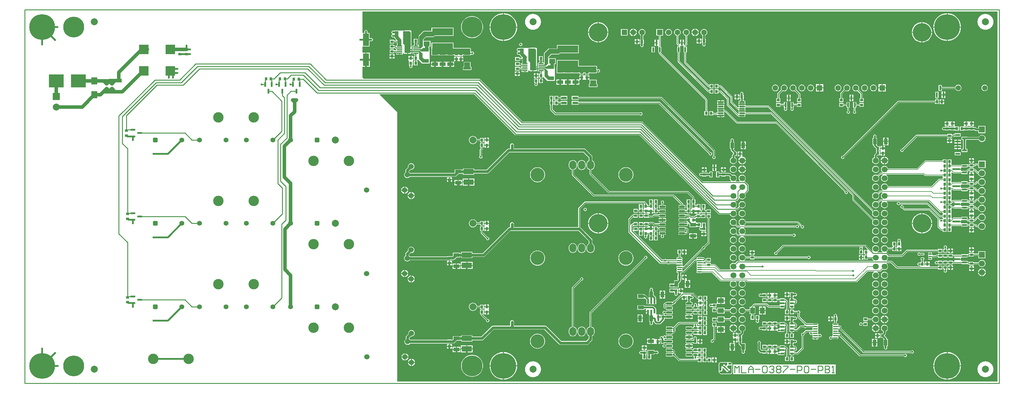
<source format=gtl>
G04 Layer_Physical_Order=1*
G04 Layer_Color=128*
%FSLAX43Y43*%
%MOMM*%
G71*
G01*
G75*
%ADD10R,2.700X2.700*%
%ADD11O,0.800X0.400*%
%ADD12O,1.400X0.350*%
%ADD13R,6.000X2.000*%
%ADD14R,1.000X0.600*%
%ADD15R,0.600X1.350*%
%ADD16R,1.340X1.800*%
%ADD17R,1.800X2.000*%
%ADD18R,0.900X0.800*%
G04:AMPARAMS|DCode=19|XSize=0.45mm|YSize=1.6mm|CornerRadius=0.05mm|HoleSize=0mm|Usage=FLASHONLY|Rotation=90.000|XOffset=0mm|YOffset=0mm|HoleType=Round|Shape=RoundedRectangle|*
%AMROUNDEDRECTD19*
21,1,0.450,1.501,0,0,90.0*
21,1,0.351,1.600,0,0,90.0*
1,1,0.099,0.750,0.175*
1,1,0.099,0.750,-0.175*
1,1,0.099,-0.750,-0.175*
1,1,0.099,-0.750,0.175*
%
%ADD19ROUNDEDRECTD19*%
%ADD20R,4.240X3.810*%
%ADD21R,0.800X0.900*%
%ADD22R,1.800X3.550*%
%ADD23C,2.000*%
G04:AMPARAMS|DCode=24|XSize=0.65mm|YSize=1.65mm|CornerRadius=0.049mm|HoleSize=0mm|Usage=FLASHONLY|Rotation=90.000|XOffset=0mm|YOffset=0mm|HoleType=Round|Shape=RoundedRectangle|*
%AMROUNDEDRECTD24*
21,1,0.650,1.552,0,0,90.0*
21,1,0.552,1.650,0,0,90.0*
1,1,0.098,0.776,0.276*
1,1,0.098,0.776,-0.276*
1,1,0.098,-0.776,-0.276*
1,1,0.098,-0.776,0.276*
%
%ADD24ROUNDEDRECTD24*%
%ADD25R,2.900X1.500*%
%ADD26R,1.700X1.000*%
%ADD27R,1.600X0.800*%
G04:AMPARAMS|DCode=28|XSize=0.3mm|YSize=1.55mm|CornerRadius=0.05mm|HoleSize=0mm|Usage=FLASHONLY|Rotation=90.000|XOffset=0mm|YOffset=0mm|HoleType=Round|Shape=RoundedRectangle|*
%AMROUNDEDRECTD28*
21,1,0.300,1.451,0,0,90.0*
21,1,0.201,1.550,0,0,90.0*
1,1,0.099,0.726,0.101*
1,1,0.099,0.726,-0.101*
1,1,0.099,-0.726,-0.101*
1,1,0.099,-0.726,0.101*
%
%ADD28ROUNDEDRECTD28*%
G04:AMPARAMS|DCode=29|XSize=1.73mm|YSize=1.9mm|CornerRadius=0.052mm|HoleSize=0mm|Usage=FLASHONLY|Rotation=0.000|XOffset=0mm|YOffset=0mm|HoleType=Round|Shape=RoundedRectangle|*
%AMROUNDEDRECTD29*
21,1,1.730,1.796,0,0,0.0*
21,1,1.626,1.900,0,0,0.0*
1,1,0.104,0.813,-0.898*
1,1,0.104,-0.813,-0.898*
1,1,0.104,-0.813,0.898*
1,1,0.104,0.813,0.898*
%
%ADD29ROUNDEDRECTD29*%
%ADD30R,1.350X0.600*%
%ADD31R,0.600X1.000*%
%ADD32R,1.800X1.340*%
%ADD33R,1.000X1.700*%
%ADD34C,0.500*%
%ADD35C,0.250*%
%ADD36C,0.350*%
%ADD37C,1.000*%
%ADD38C,0.150*%
%ADD39C,0.200*%
%ADD40C,0.750*%
%ADD41C,0.300*%
%ADD42C,0.400*%
%ADD43C,0.254*%
%ADD44O,2.000X2.500*%
%ADD45C,3.000*%
%ADD46C,1.600*%
%ADD47R,1.600X1.600*%
%ADD48C,1.500*%
%ADD49C,1.524*%
%ADD50C,7.400*%
%ADD51C,6.000*%
%ADD52C,5.300*%
%ADD53C,1.700*%
%ADD54C,1.750*%
%ADD55R,1.750X1.750*%
%ADD56C,4.000*%
%ADD57R,2.000X2.000*%
%ADD58R,1.800X1.800*%
%ADD59C,1.800*%
%ADD60C,1.400*%
G04:AMPARAMS|DCode=61|XSize=1.4mm|YSize=1.4mm|CornerRadius=0.35mm|HoleSize=0mm|Usage=FLASHONLY|Rotation=180.000|XOffset=0mm|YOffset=0mm|HoleType=Round|Shape=RoundedRectangle|*
%AMROUNDEDRECTD61*
21,1,1.400,0.700,0,0,180.0*
21,1,0.700,1.400,0,0,180.0*
1,1,0.700,-0.350,0.350*
1,1,0.700,0.350,0.350*
1,1,0.700,0.350,-0.350*
1,1,0.700,-0.350,-0.350*
%
%ADD61ROUNDEDRECTD61*%
%ADD62C,0.600*%
G36*
X279500Y500D02*
X107000D01*
Y78000D01*
X101942Y83058D01*
X102009Y83220D01*
X129084D01*
X140802Y71502D01*
X140893Y71441D01*
X141000Y71420D01*
X176584D01*
X199342Y48662D01*
X199433Y48601D01*
X199540Y48580D01*
X202594D01*
X202686Y48356D01*
X202847Y48147D01*
X203056Y47986D01*
X203299Y47886D01*
X203560Y47851D01*
X203821Y47886D01*
X204064Y47986D01*
X204273Y48147D01*
X204433Y48356D01*
X204534Y48599D01*
X204569Y48860D01*
X204534Y49121D01*
X204433Y49364D01*
X204273Y49573D01*
X204180Y49645D01*
X204240Y49820D01*
X204800D01*
X204907Y49841D01*
X204998Y49902D01*
X205615Y50518D01*
X205839Y50426D01*
X206100Y50391D01*
X206361Y50426D01*
X206604Y50527D01*
X206813Y50687D01*
X206973Y50896D01*
X207074Y51139D01*
X207109Y51400D01*
X207074Y51661D01*
X206973Y51904D01*
X206813Y52113D01*
X206604Y52273D01*
X206361Y52374D01*
X206100Y52409D01*
X205839Y52374D01*
X205596Y52273D01*
X205387Y52113D01*
X205227Y51904D01*
X205126Y51661D01*
X205091Y51400D01*
X205126Y51139D01*
X205218Y50915D01*
X204684Y50380D01*
X204147D01*
X204141Y50390D01*
X204102Y50555D01*
X204273Y50687D01*
X204433Y50896D01*
X204534Y51139D01*
X204569Y51400D01*
X204534Y51661D01*
X204433Y51904D01*
X204273Y52113D01*
X204102Y52245D01*
X204141Y52410D01*
X204147Y52420D01*
X204400D01*
X204507Y52441D01*
X204598Y52502D01*
X205098Y53002D01*
X205159Y53093D01*
X205180Y53200D01*
Y53208D01*
X205355Y53268D01*
X205387Y53227D01*
X205596Y53067D01*
X205839Y52966D01*
X206100Y52931D01*
X206361Y52966D01*
X206604Y53067D01*
X206813Y53227D01*
X206973Y53436D01*
X207074Y53679D01*
X207109Y53940D01*
X207074Y54201D01*
X206982Y54425D01*
X207798Y55242D01*
X207859Y55333D01*
X207880Y55440D01*
Y57000D01*
X207859Y57107D01*
X207798Y57198D01*
X206998Y57998D01*
X206907Y58059D01*
X206804Y58079D01*
X206796Y58092D01*
X206746Y58255D01*
X206813Y58307D01*
X206973Y58516D01*
X207074Y58759D01*
X207109Y59020D01*
X207074Y59281D01*
X206973Y59524D01*
X206813Y59733D01*
X206604Y59893D01*
X206361Y59994D01*
X206100Y60029D01*
X205839Y59994D01*
X205596Y59893D01*
X205387Y59733D01*
X205227Y59524D01*
X205126Y59281D01*
X205091Y59020D01*
X205126Y58759D01*
X205227Y58516D01*
X205387Y58307D01*
X205454Y58255D01*
X205394Y58080D01*
X204266D01*
X204206Y58255D01*
X204273Y58307D01*
X204433Y58516D01*
X204534Y58759D01*
X204569Y59020D01*
X204534Y59281D01*
X204433Y59524D01*
X204273Y59733D01*
X204064Y59893D01*
X203821Y59994D01*
X203560Y60029D01*
X203299Y59994D01*
X203202Y59954D01*
X202798Y60358D01*
X202666Y60447D01*
X202510Y60478D01*
X202510Y60478D01*
X201330D01*
Y60620D01*
X200130D01*
Y60503D01*
X199530D01*
Y60920D01*
X198630D01*
Y59270D01*
X199530D01*
Y59687D01*
X200130D01*
Y59520D01*
X201330D01*
Y59662D01*
X202341D01*
X202626Y59378D01*
X202586Y59281D01*
X202551Y59020D01*
X202586Y58759D01*
X202686Y58516D01*
X202847Y58307D01*
X202914Y58255D01*
X202854Y58080D01*
X194716D01*
X177598Y75198D01*
X177507Y75259D01*
X177400Y75280D01*
X143016D01*
X130798Y87498D01*
X130707Y87559D01*
X130600Y87580D01*
X97420D01*
X97000Y88000D01*
Y91096D01*
X97873D01*
Y93125D01*
Y95154D01*
X97000D01*
Y96950D01*
X99050D01*
Y98467D01*
X99375D01*
X99399Y98451D01*
X99575Y98416D01*
X99751Y98451D01*
X99899Y98551D01*
X99999Y98699D01*
X100034Y98875D01*
X99999Y99051D01*
X99899Y99199D01*
X99751Y99299D01*
X99575Y99334D01*
X99399Y99299D01*
X99375Y99283D01*
X99050D01*
Y100800D01*
X98408D01*
Y101000D01*
X98424Y101024D01*
X98459Y101200D01*
X98424Y101376D01*
X98324Y101524D01*
X98176Y101624D01*
X98000Y101659D01*
X97824Y101624D01*
X97676Y101524D01*
X97576Y101376D01*
X97541Y101200D01*
X97576Y101024D01*
X97592Y101000D01*
Y100800D01*
X97000D01*
Y107000D01*
X279500D01*
Y500D01*
D02*
G37*
%LPC*%
G36*
X110873Y29873D02*
X109992D01*
X110010Y29735D01*
X110113Y29488D01*
X110275Y29275D01*
X110488Y29113D01*
X110735Y29010D01*
X110873Y28992D01*
Y29873D01*
D02*
G37*
G36*
X160000Y30459D02*
X159824Y30424D01*
X159676Y30324D01*
X159576Y30176D01*
X159541Y30000D01*
X159552Y29948D01*
X157252Y27648D01*
X157191Y27557D01*
X157170Y27450D01*
Y16273D01*
X157150Y16270D01*
X156870Y16155D01*
X156630Y15970D01*
X156445Y15730D01*
X156330Y15450D01*
X156290Y15150D01*
Y14650D01*
X156330Y14350D01*
X156445Y14070D01*
X156630Y13830D01*
X156870Y13645D01*
X157150Y13530D01*
X157450Y13490D01*
X157750Y13530D01*
X158030Y13645D01*
X158270Y13830D01*
X158455Y14070D01*
X158570Y14350D01*
X158610Y14650D01*
Y15150D01*
X158570Y15450D01*
X158455Y15730D01*
X158270Y15970D01*
X158030Y16155D01*
X157750Y16270D01*
X157730Y16273D01*
Y27334D01*
X159948Y29552D01*
X160000Y29541D01*
X160176Y29576D01*
X160324Y29676D01*
X160424Y29824D01*
X160459Y30000D01*
X160424Y30176D01*
X160324Y30324D01*
X160176Y30424D01*
X160000Y30459D01*
D02*
G37*
G36*
X191154Y29704D02*
X190527D01*
Y28727D01*
X191154D01*
Y29704D01*
D02*
G37*
G36*
X112008Y29873D02*
X111127D01*
Y28992D01*
X111265Y29010D01*
X111512Y29113D01*
X111725Y29275D01*
X111887Y29488D01*
X111990Y29735D01*
X112008Y29873D01*
D02*
G37*
G36*
X189373Y30373D02*
X188846D01*
Y29796D01*
X189373D01*
Y30373D01*
D02*
G37*
G36*
X111127Y31008D02*
Y30127D01*
X112008D01*
X111990Y30265D01*
X111887Y30512D01*
X111725Y30725D01*
X111512Y30887D01*
X111265Y30990D01*
X111127Y31008D01*
D02*
G37*
G36*
X110128Y31443D02*
X109247D01*
Y30562D01*
X109385Y30580D01*
X109632Y30683D01*
X109845Y30845D01*
X110007Y31058D01*
X110110Y31305D01*
X110128Y31443D01*
D02*
G37*
G36*
X247000Y32089D02*
X246739Y32054D01*
X246496Y31953D01*
X246287Y31793D01*
X246126Y31584D01*
X246026Y31341D01*
X245991Y31080D01*
X246026Y30819D01*
X246126Y30576D01*
X246287Y30367D01*
X246496Y30206D01*
X246739Y30106D01*
X247000Y30071D01*
X247261Y30106D01*
X247504Y30206D01*
X247713Y30367D01*
X247873Y30576D01*
X247974Y30819D01*
X248009Y31080D01*
X247974Y31341D01*
X247873Y31584D01*
X247713Y31793D01*
X247504Y31953D01*
X247261Y32054D01*
X247000Y32089D01*
D02*
G37*
G36*
X110873Y31008D02*
X110735Y30990D01*
X110488Y30887D01*
X110275Y30725D01*
X110113Y30512D01*
X110010Y30265D01*
X109992Y30127D01*
X110873D01*
Y31008D01*
D02*
G37*
G36*
X190154Y30373D02*
X189627D01*
Y29717D01*
X189646Y29704D01*
X189646Y29621D01*
Y28727D01*
X190273D01*
Y29716D01*
X190154Y29796D01*
X190154Y29879D01*
Y30373D01*
D02*
G37*
G36*
X188373Y27304D02*
X187846D01*
Y26727D01*
X188373D01*
Y27304D01*
D02*
G37*
G36*
X189154D02*
X188627D01*
Y26727D01*
X189154D01*
Y27304D01*
D02*
G37*
G36*
X183954Y26604D02*
X183327D01*
Y25627D01*
X183954D01*
Y26604D01*
D02*
G37*
G36*
X213100Y25850D02*
X211900D01*
Y25708D01*
X211500D01*
X211476Y25724D01*
X211300Y25759D01*
X211124Y25724D01*
X210976Y25624D01*
X210876Y25476D01*
X210841Y25300D01*
X210876Y25124D01*
X210976Y24976D01*
X211124Y24876D01*
X211300Y24841D01*
X211476Y24876D01*
X211500Y24892D01*
X211900D01*
Y24750D01*
X213100D01*
Y25850D01*
D02*
G37*
G36*
X190273Y28473D02*
X189646D01*
Y27496D01*
X190273D01*
Y28473D01*
D02*
G37*
G36*
X247000Y29549D02*
X246739Y29514D01*
X246496Y29413D01*
X246287Y29253D01*
X246126Y29044D01*
X246026Y28801D01*
X245991Y28540D01*
X246026Y28279D01*
X246126Y28036D01*
X246287Y27827D01*
X246496Y27667D01*
X246739Y27566D01*
X247000Y27531D01*
X247261Y27566D01*
X247504Y27667D01*
X247713Y27827D01*
X247873Y28036D01*
X247974Y28279D01*
X248009Y28540D01*
X247974Y28801D01*
X247873Y29044D01*
X247713Y29253D01*
X247504Y29413D01*
X247261Y29514D01*
X247000Y29549D01*
D02*
G37*
G36*
X183073Y26604D02*
X182446D01*
Y25627D01*
X183073D01*
Y26604D01*
D02*
G37*
G36*
X191154Y28473D02*
X190527D01*
Y27496D01*
X191154D01*
Y28473D01*
D02*
G37*
G36*
X244460Y29549D02*
X244199Y29514D01*
X243956Y29413D01*
X243747Y29253D01*
X243587Y29044D01*
X243486Y28801D01*
X243451Y28540D01*
X243486Y28279D01*
X243587Y28036D01*
X243747Y27827D01*
X243956Y27667D01*
X244199Y27566D01*
X244460Y27531D01*
X244721Y27566D01*
X244964Y27667D01*
X245173Y27827D01*
X245333Y28036D01*
X245434Y28279D01*
X245469Y28540D01*
X245434Y28801D01*
X245333Y29044D01*
X245173Y29253D01*
X244964Y29413D01*
X244721Y29514D01*
X244460Y29549D01*
D02*
G37*
G36*
X266704Y33173D02*
X266127D01*
Y32646D01*
X266704D01*
Y33173D01*
D02*
G37*
G36*
X126873Y33773D02*
X125296D01*
Y32896D01*
X126873D01*
Y33773D01*
D02*
G37*
G36*
X265873Y33173D02*
X265296D01*
Y32646D01*
X265873D01*
Y33173D01*
D02*
G37*
G36*
X271873Y32873D02*
X271296D01*
Y32346D01*
X271873D01*
Y32873D01*
D02*
G37*
G36*
X272704D02*
X272127D01*
Y32346D01*
X272704D01*
Y32873D01*
D02*
G37*
G36*
X271873Y33654D02*
X271296D01*
Y33127D01*
X271873D01*
Y33654D01*
D02*
G37*
G36*
X272704D02*
X272127D01*
Y33127D01*
X272704D01*
Y33654D01*
D02*
G37*
G36*
X125104Y33573D02*
X124127D01*
Y32946D01*
X125104D01*
Y33573D01*
D02*
G37*
G36*
X128704Y33773D02*
X127127D01*
Y32896D01*
X128704D01*
Y33773D01*
D02*
G37*
G36*
X123873Y33573D02*
X122896D01*
Y32946D01*
X123873D01*
Y33573D01*
D02*
G37*
G36*
X274873Y31793D02*
X273878D01*
X273900Y31625D01*
X274014Y31351D01*
X274195Y31115D01*
X274431Y30934D01*
X274705Y30820D01*
X274873Y30798D01*
Y31793D01*
D02*
G37*
G36*
X276122D02*
X275127D01*
Y30798D01*
X275295Y30820D01*
X275569Y30934D01*
X275805Y31115D01*
X275986Y31351D01*
X276100Y31625D01*
X276122Y31793D01*
D02*
G37*
G36*
X190154Y31204D02*
X189627D01*
Y30627D01*
X190154D01*
Y31204D01*
D02*
G37*
G36*
X108993Y31443D02*
X108112D01*
X108130Y31305D01*
X108233Y31058D01*
X108395Y30845D01*
X108608Y30683D01*
X108855Y30580D01*
X108993Y30562D01*
Y31443D01*
D02*
G37*
G36*
X189373Y31204D02*
X188846D01*
Y30627D01*
X189373D01*
Y31204D01*
D02*
G37*
G36*
X274873Y33042D02*
X274705Y33020D01*
X274431Y32906D01*
X274195Y32725D01*
X274014Y32489D01*
X273900Y32215D01*
X273878Y32047D01*
X274873D01*
Y33042D01*
D02*
G37*
G36*
X275127Y33042D02*
Y32047D01*
X276122D01*
X276100Y32215D01*
X275986Y32489D01*
X275805Y32725D01*
X275569Y32906D01*
X275295Y33020D01*
X275127Y33042D01*
D02*
G37*
G36*
X265100Y33850D02*
X263900D01*
Y32750D01*
X264065D01*
X264079Y32734D01*
X264143Y32575D01*
X264076Y32476D01*
X264041Y32300D01*
X264076Y32124D01*
X264176Y31976D01*
X264324Y31876D01*
X264500Y31841D01*
X264676Y31876D01*
X264824Y31976D01*
X264924Y32124D01*
X264959Y32300D01*
X264924Y32476D01*
X264857Y32575D01*
X264921Y32734D01*
X264935Y32750D01*
X265100D01*
Y33850D01*
D02*
G37*
G36*
X108993Y32578D02*
X108855Y32560D01*
X108608Y32457D01*
X108395Y32295D01*
X108233Y32082D01*
X108130Y31835D01*
X108112Y31697D01*
X108993D01*
Y32578D01*
D02*
G37*
G36*
X109247Y32578D02*
Y31697D01*
X110128D01*
X110110Y31835D01*
X110007Y32082D01*
X109845Y32295D01*
X109632Y32457D01*
X109385Y32560D01*
X109247Y32578D01*
D02*
G37*
G36*
X219654Y26204D02*
X219127D01*
Y25627D01*
X219654D01*
Y26204D01*
D02*
G37*
G36*
X244460Y24469D02*
X244199Y24434D01*
X243956Y24333D01*
X243747Y24173D01*
X243587Y23964D01*
X243486Y23721D01*
X243451Y23460D01*
X243486Y23199D01*
X243587Y22956D01*
X243747Y22747D01*
X243956Y22587D01*
X244199Y22486D01*
X244460Y22451D01*
X244721Y22486D01*
X244964Y22587D01*
X245173Y22747D01*
X245333Y22956D01*
X245434Y23199D01*
X245469Y23460D01*
X245434Y23721D01*
X245333Y23964D01*
X245173Y24173D01*
X244964Y24333D01*
X244721Y24434D01*
X244460Y24469D01*
D02*
G37*
G36*
X247000D02*
X246739Y24434D01*
X246496Y24333D01*
X246287Y24173D01*
X246126Y23964D01*
X246026Y23721D01*
X245991Y23460D01*
X246026Y23199D01*
X246126Y22956D01*
X246287Y22747D01*
X246496Y22587D01*
X246739Y22486D01*
X247000Y22451D01*
X247261Y22486D01*
X247504Y22587D01*
X247713Y22747D01*
X247873Y22956D01*
X247974Y23199D01*
X248009Y23460D01*
X247974Y23721D01*
X247873Y23964D01*
X247713Y24173D01*
X247504Y24333D01*
X247261Y24434D01*
X247000Y24469D01*
D02*
G37*
G36*
X203560D02*
X203299Y24434D01*
X203056Y24333D01*
X202847Y24173D01*
X202686Y23964D01*
X202586Y23721D01*
X202551Y23460D01*
X202586Y23199D01*
X202686Y22956D01*
X202847Y22747D01*
X203056Y22587D01*
X203299Y22486D01*
X203560Y22451D01*
X203821Y22486D01*
X204064Y22587D01*
X204273Y22747D01*
X204433Y22956D01*
X204534Y23199D01*
X204569Y23460D01*
X204534Y23721D01*
X204433Y23964D01*
X204273Y24173D01*
X204064Y24333D01*
X203821Y24434D01*
X203560Y24469D01*
D02*
G37*
G36*
X206100D02*
X205839Y24434D01*
X205596Y24333D01*
X205387Y24173D01*
X205227Y23964D01*
X205126Y23721D01*
X205091Y23460D01*
X205126Y23199D01*
X205227Y22956D01*
X205387Y22747D01*
X205596Y22587D01*
X205839Y22486D01*
X206100Y22451D01*
X206361Y22486D01*
X206604Y22587D01*
X206813Y22747D01*
X206973Y22956D01*
X207074Y23199D01*
X207109Y23460D01*
X207074Y23721D01*
X206973Y23964D01*
X206813Y24173D01*
X206604Y24333D01*
X206361Y24434D01*
X206100Y24469D01*
D02*
G37*
G36*
X199873Y23603D02*
X198846D01*
Y23020D01*
X198700Y22950D01*
X198671Y22950D01*
X197500D01*
Y22884D01*
X197325Y22791D01*
X197276Y22824D01*
X197100Y22859D01*
X196924Y22824D01*
X196776Y22724D01*
X196676Y22576D01*
X196641Y22400D01*
X196676Y22224D01*
X196776Y22076D01*
X196924Y21976D01*
X197100Y21941D01*
X197276Y21976D01*
X197325Y22009D01*
X197500Y21916D01*
Y21850D01*
X198700D01*
Y22736D01*
X198846Y22806D01*
X198875Y22806D01*
X199873D01*
Y23603D01*
D02*
G37*
G36*
Y24654D02*
X198846D01*
Y23857D01*
X199873D01*
Y24654D01*
D02*
G37*
G36*
X201154D02*
X200127D01*
Y23857D01*
X201154D01*
Y24654D01*
D02*
G37*
G36*
Y23603D02*
X200127D01*
Y22806D01*
X201154D01*
Y23603D01*
D02*
G37*
G36*
X189154Y26473D02*
X188500D01*
X187846D01*
Y25896D01*
X188571D01*
X188638Y25734D01*
X186652Y23748D01*
X186600Y23759D01*
X186424Y23724D01*
X186276Y23624D01*
X186176Y23476D01*
X186144Y23453D01*
X185978Y23378D01*
X185951Y23384D01*
X184399D01*
X184321Y23368D01*
X184255Y23325D01*
X184212Y23259D01*
X184197Y23185D01*
X184005D01*
X183898Y23164D01*
X183807Y23103D01*
X183602Y22898D01*
X183541Y22807D01*
X183520Y22700D01*
Y21900D01*
X183541Y21793D01*
X183602Y21702D01*
X183867Y21437D01*
X183958Y21376D01*
X184065Y21355D01*
X184197D01*
X184212Y21281D01*
X184255Y21215D01*
X184321Y21172D01*
X184399Y21156D01*
X185951D01*
X186029Y21172D01*
X186095Y21215D01*
X186138Y21281D01*
X186154Y21359D01*
Y21911D01*
X186138Y21989D01*
X186095Y22055D01*
X186029Y22098D01*
X185951Y22114D01*
X184399D01*
X184321Y22098D01*
X184255Y22055D01*
X184255Y22054D01*
X184080Y22108D01*
Y22432D01*
X184255Y22486D01*
X184255Y22485D01*
X184321Y22442D01*
X184399Y22426D01*
X185951D01*
X186029Y22442D01*
X186095Y22485D01*
X186138Y22551D01*
X186152Y22620D01*
X186200D01*
X186307Y22641D01*
X186398Y22702D01*
X186548Y22852D01*
X186600Y22841D01*
X186776Y22876D01*
X186924Y22976D01*
X187024Y23124D01*
X187059Y23300D01*
X187048Y23352D01*
X188584Y24888D01*
X188731Y24827D01*
X190054D01*
Y25245D01*
X190075Y25254D01*
X190083Y25254D01*
X190250Y25139D01*
Y24100D01*
X190392D01*
Y23384D01*
X190049D01*
X189971Y23368D01*
X189905Y23325D01*
X189862Y23259D01*
X189846Y23181D01*
Y22629D01*
X189862Y22551D01*
X189905Y22485D01*
X189971Y22442D01*
X190049Y22426D01*
X191601D01*
X191679Y22442D01*
X191745Y22485D01*
X191788Y22551D01*
X191804Y22629D01*
Y23181D01*
X191788Y23259D01*
X191745Y23325D01*
X191679Y23368D01*
X191601Y23384D01*
X191208D01*
Y24100D01*
X191350D01*
Y24226D01*
X191524Y24276D01*
X191700Y24241D01*
X191876Y24276D01*
X192024Y24376D01*
X192124Y24524D01*
X192159Y24700D01*
X192124Y24876D01*
X192024Y25024D01*
X191876Y25124D01*
X191700Y25159D01*
X191582Y25135D01*
X191408Y25240D01*
X191403Y25275D01*
X191535Y25420D01*
X191984D01*
X193102Y24302D01*
X193193Y24241D01*
X193300Y24220D01*
X193426D01*
X193550Y24096D01*
X193550Y23936D01*
X193446Y23804D01*
X193446Y23768D01*
Y23227D01*
X194100D01*
X194754D01*
X194754Y23804D01*
X194650Y23936D01*
X194650Y23979D01*
Y25100D01*
X193550D01*
Y24880D01*
X193375Y24822D01*
X192298Y25898D01*
X192207Y25959D01*
X192100Y25980D01*
X189154D01*
Y26473D01*
D02*
G37*
G36*
X133354Y22704D02*
X132827D01*
Y22127D01*
X133354D01*
Y22704D01*
D02*
G37*
G36*
X185951Y20844D02*
X184399D01*
X184321Y20828D01*
X184255Y20785D01*
X184212Y20719D01*
X184197Y20645D01*
X184019D01*
X183989Y20689D01*
X183841Y20789D01*
X183665Y20824D01*
X183489Y20789D01*
X183341Y20689D01*
X183241Y20541D01*
X183206Y20365D01*
X183241Y20189D01*
X183341Y20041D01*
X183489Y19941D01*
X183665Y19906D01*
X183841Y19941D01*
X183989Y20041D01*
X184019Y20085D01*
X184197D01*
X184212Y20011D01*
X184255Y19945D01*
X184321Y19902D01*
X184399Y19886D01*
X185951D01*
X186029Y19902D01*
X186095Y19945D01*
X186138Y20011D01*
X186154Y20089D01*
Y20641D01*
X186138Y20719D01*
X186095Y20785D01*
X186029Y20828D01*
X185951Y20844D01*
D02*
G37*
G36*
X211803Y22054D02*
X211006D01*
Y21027D01*
X211803D01*
Y22054D01*
D02*
G37*
G36*
X194650Y20900D02*
X193550D01*
Y20580D01*
X193300D01*
Y20850D01*
X192100D01*
Y20645D01*
X191803D01*
X191788Y20719D01*
X191745Y20785D01*
X191679Y20828D01*
X191601Y20844D01*
X190049D01*
X189971Y20828D01*
X189905Y20785D01*
X189862Y20719D01*
X189846Y20641D01*
Y20089D01*
X189862Y20011D01*
X189905Y19945D01*
X189971Y19902D01*
X190049Y19886D01*
X191601D01*
X191679Y19902D01*
X191745Y19945D01*
X191788Y20011D01*
X191803Y20085D01*
X192100D01*
Y19750D01*
X193300D01*
Y20020D01*
X193550D01*
Y19700D01*
X194650D01*
Y20900D01*
D02*
G37*
G36*
X133354Y21873D02*
X132046D01*
Y21379D01*
X132046Y21296D01*
X132046Y21121D01*
Y20627D01*
X132700D01*
X133354D01*
Y21121D01*
X133354Y21204D01*
X133354Y21379D01*
Y21873D01*
D02*
G37*
G36*
X212854Y22054D02*
X212057D01*
Y21027D01*
X212854D01*
Y22054D01*
D02*
G37*
G36*
X192700Y23059D02*
X192524Y23024D01*
X192376Y22924D01*
X192276Y22776D01*
X192241Y22600D01*
X192276Y22424D01*
X192182Y22250D01*
X192100D01*
Y21915D01*
X191803D01*
X191788Y21989D01*
X191745Y22055D01*
X191679Y22098D01*
X191601Y22114D01*
X190049D01*
X189971Y22098D01*
X189905Y22055D01*
X189862Y21989D01*
X189846Y21911D01*
Y21359D01*
X189862Y21281D01*
X189905Y21215D01*
X189971Y21172D01*
X190049Y21156D01*
X191601D01*
X191679Y21172D01*
X191745Y21215D01*
X191788Y21281D01*
X191803Y21355D01*
X192100D01*
Y21150D01*
X193300D01*
Y21420D01*
X193550D01*
Y21100D01*
X194650D01*
X194650Y22264D01*
X194754Y22396D01*
X194754Y22432D01*
Y22973D01*
X194100D01*
X193446D01*
X193446Y22396D01*
X193550Y22264D01*
X193550Y22221D01*
Y21980D01*
X193300D01*
Y22250D01*
X193218D01*
X193124Y22424D01*
X193159Y22600D01*
X193124Y22776D01*
X193024Y22924D01*
X192876Y23024D01*
X192700Y23059D01*
D02*
G37*
G36*
X132573Y22704D02*
X132046D01*
Y22127D01*
X132573D01*
Y22704D01*
D02*
G37*
G36*
X203560Y21929D02*
X203299Y21894D01*
X203056Y21793D01*
X202847Y21633D01*
X202686Y21424D01*
X202594Y21200D01*
X201050D01*
Y21690D01*
X198950D01*
Y21150D01*
X198700D01*
Y21550D01*
X197500D01*
Y20450D01*
X198700D01*
Y20590D01*
X198950D01*
Y20050D01*
X201050D01*
Y20640D01*
X202594D01*
X202686Y20416D01*
X202847Y20207D01*
X203056Y20046D01*
X203299Y19946D01*
X203560Y19911D01*
X203821Y19946D01*
X204064Y20046D01*
X204273Y20207D01*
X204433Y20416D01*
X204534Y20659D01*
X204569Y20920D01*
X204534Y21181D01*
X204433Y21424D01*
X204273Y21633D01*
X204064Y21793D01*
X203821Y21894D01*
X203560Y21929D01*
D02*
G37*
G36*
X213200Y22880D02*
X209600D01*
X209493Y22859D01*
X209402Y22798D01*
X208852Y22248D01*
X208791Y22157D01*
X208770Y22050D01*
Y21950D01*
X208250D01*
Y21200D01*
X207066D01*
X206973Y21424D01*
X206813Y21633D01*
X206604Y21793D01*
X206361Y21894D01*
X206100Y21929D01*
X205839Y21894D01*
X205596Y21793D01*
X205387Y21633D01*
X205227Y21424D01*
X205126Y21181D01*
X205091Y20920D01*
X205126Y20659D01*
X205227Y20416D01*
X205387Y20207D01*
X205596Y20046D01*
X205839Y19946D01*
X206100Y19911D01*
X206361Y19946D01*
X206604Y20046D01*
X206813Y20207D01*
X206973Y20416D01*
X207066Y20640D01*
X208250D01*
Y19850D01*
X208790D01*
Y19500D01*
X208550D01*
Y18300D01*
X209650D01*
Y19500D01*
X209350D01*
Y19850D01*
X209890D01*
Y21950D01*
X209575D01*
X209508Y22112D01*
X209716Y22320D01*
X213084D01*
X213552Y21852D01*
X213643Y21791D01*
X213750Y21770D01*
X216975D01*
Y21600D01*
X218275D01*
Y22446D01*
X218379D01*
Y22873D01*
X217625D01*
X216871D01*
Y22446D01*
X216744Y22330D01*
X213866D01*
X213398Y22798D01*
X213307Y22859D01*
X213200Y22880D01*
D02*
G37*
G36*
X189273Y24573D02*
X188746D01*
Y23996D01*
X189273D01*
Y24573D01*
D02*
G37*
G36*
X244460Y27009D02*
X244199Y26974D01*
X243956Y26873D01*
X243747Y26713D01*
X243587Y26504D01*
X243486Y26261D01*
X243451Y26000D01*
X243486Y25739D01*
X243587Y25496D01*
X243747Y25287D01*
X243956Y25126D01*
X244199Y25026D01*
X244460Y24991D01*
X244721Y25026D01*
X244964Y25126D01*
X245173Y25287D01*
X245333Y25496D01*
X245434Y25739D01*
X245469Y26000D01*
X245434Y26261D01*
X245333Y26504D01*
X245173Y26713D01*
X244964Y26873D01*
X244721Y26974D01*
X244460Y27009D01*
D02*
G37*
G36*
X247000D02*
X246739Y26974D01*
X246496Y26873D01*
X246287Y26713D01*
X246126Y26504D01*
X246026Y26261D01*
X245991Y26000D01*
X246026Y25739D01*
X246126Y25496D01*
X246287Y25287D01*
X246496Y25126D01*
X246739Y25026D01*
X247000Y24991D01*
X247261Y25026D01*
X247504Y25126D01*
X247713Y25287D01*
X247873Y25496D01*
X247974Y25739D01*
X248009Y26000D01*
X247974Y26261D01*
X247873Y26504D01*
X247713Y26713D01*
X247504Y26873D01*
X247261Y26974D01*
X247000Y27009D01*
D02*
G37*
G36*
X203560D02*
X203299Y26974D01*
X203056Y26873D01*
X202847Y26713D01*
X202686Y26504D01*
X202586Y26261D01*
X202551Y26000D01*
X202586Y25739D01*
X202686Y25496D01*
X202847Y25287D01*
X203056Y25126D01*
X203299Y25026D01*
X203560Y24991D01*
X203821Y25026D01*
X204064Y25126D01*
X204273Y25287D01*
X204433Y25496D01*
X204534Y25739D01*
X204569Y26000D01*
X204534Y26261D01*
X204433Y26504D01*
X204273Y26713D01*
X204064Y26873D01*
X203821Y26974D01*
X203560Y27009D01*
D02*
G37*
G36*
X206100D02*
X205839Y26974D01*
X205596Y26873D01*
X205387Y26713D01*
X205227Y26504D01*
X205126Y26261D01*
X205091Y26000D01*
X205126Y25739D01*
X205227Y25496D01*
X205387Y25287D01*
X205596Y25126D01*
X205839Y25026D01*
X206100Y24991D01*
X206361Y25026D01*
X206604Y25126D01*
X206813Y25287D01*
X206973Y25496D01*
X207074Y25739D01*
X207109Y26000D01*
X207074Y26261D01*
X206973Y26504D01*
X206813Y26713D01*
X206604Y26873D01*
X206361Y26974D01*
X206100Y27009D01*
D02*
G37*
G36*
X220950Y26100D02*
X219850D01*
Y24900D01*
X219992D01*
Y24400D01*
X219725D01*
Y23500D01*
X219725D01*
Y23450D01*
X219725D01*
Y22675D01*
X219725Y22550D01*
X219725Y22375D01*
Y21600D01*
X220095D01*
Y21100D01*
X219850D01*
Y19900D01*
X220950D01*
Y20220D01*
X221996D01*
X222026Y20176D01*
X222070Y20146D01*
Y19050D01*
X222091Y18943D01*
X222152Y18852D01*
X224088Y16915D01*
X224031Y16725D01*
X224024Y16724D01*
X223876Y16624D01*
X223846Y16580D01*
X222900D01*
X222793Y16559D01*
X222702Y16498D01*
X221734Y15530D01*
X221149D01*
X221025Y15654D01*
Y15796D01*
X221149Y15920D01*
X221300D01*
X221407Y15941D01*
X221498Y16002D01*
X221698Y16202D01*
X221759Y16293D01*
X221780Y16400D01*
Y16900D01*
X221759Y17007D01*
X221698Y17098D01*
X221448Y17348D01*
X221357Y17409D01*
X221250Y17430D01*
X221025D01*
Y17600D01*
X220808D01*
Y18100D01*
X220950D01*
Y18292D01*
X221200D01*
X221224Y18276D01*
X221400Y18241D01*
X221576Y18276D01*
X221724Y18376D01*
X221824Y18524D01*
X221859Y18700D01*
X221824Y18876D01*
X221724Y19024D01*
X221576Y19124D01*
X221400Y19159D01*
X221224Y19124D01*
X221200Y19108D01*
X220950D01*
Y19300D01*
X219850D01*
Y18100D01*
X219992D01*
Y17600D01*
X219725D01*
Y16700D01*
X219725D01*
Y16650D01*
X219725D01*
Y15875D01*
X219725Y15750D01*
X219725Y15575D01*
Y14800D01*
X220095D01*
Y14300D01*
X219850D01*
Y13100D01*
X220950D01*
Y14300D01*
X220655D01*
Y14800D01*
X221025D01*
Y14970D01*
X221850D01*
X221957Y14991D01*
X222048Y15052D01*
X223016Y16020D01*
X223846D01*
X223876Y15976D01*
X224024Y15876D01*
X224200Y15841D01*
X224376Y15876D01*
X224524Y15976D01*
X224554Y16020D01*
X226262D01*
X226290Y15982D01*
X226339Y15845D01*
X226294Y15777D01*
X226269Y15650D01*
X226294Y15523D01*
X226339Y15455D01*
X226290Y15318D01*
X226262Y15280D01*
X224500D01*
X224393Y15259D01*
X224302Y15198D01*
X223552Y14448D01*
X223500Y14459D01*
X223324Y14424D01*
X223176Y14324D01*
X223076Y14176D01*
X223041Y14000D01*
X223076Y13824D01*
X223176Y13676D01*
X223220Y13646D01*
Y10216D01*
X221834Y8830D01*
X221149D01*
X221025Y8954D01*
Y9096D01*
X221149Y9220D01*
X221300D01*
X221407Y9241D01*
X221498Y9302D01*
X221698Y9502D01*
X221759Y9593D01*
X221780Y9700D01*
Y10200D01*
X221759Y10307D01*
X221698Y10398D01*
X221448Y10648D01*
X221357Y10709D01*
X221250Y10730D01*
X221025D01*
Y10900D01*
X220808D01*
Y11400D01*
X220950D01*
Y11592D01*
X221200D01*
X221224Y11576D01*
X221400Y11541D01*
X221576Y11576D01*
X221724Y11676D01*
X221824Y11824D01*
X221859Y12000D01*
X221824Y12176D01*
X221724Y12324D01*
X221576Y12424D01*
X221400Y12459D01*
X221224Y12424D01*
X221200Y12408D01*
X220950D01*
Y12600D01*
X219850D01*
Y11400D01*
X219992D01*
Y10900D01*
X219725D01*
Y10000D01*
X219725D01*
Y9950D01*
X219725D01*
Y9175D01*
X219725Y9050D01*
X219725Y8875D01*
Y8100D01*
X220095D01*
Y7600D01*
X219850D01*
Y6400D01*
X220950D01*
Y7600D01*
X220655D01*
Y8100D01*
X221025D01*
Y8270D01*
X221950D01*
X222057Y8291D01*
X222148Y8352D01*
X223698Y9902D01*
X223759Y9993D01*
X223780Y10100D01*
Y13646D01*
X223824Y13676D01*
X223924Y13824D01*
X223959Y14000D01*
X223948Y14052D01*
X224616Y14720D01*
X225345D01*
X225439Y14545D01*
X225426Y14526D01*
X225391Y14350D01*
X225426Y14174D01*
X225526Y14026D01*
X225674Y13926D01*
X225850Y13891D01*
X226026Y13926D01*
X226174Y14026D01*
X226241Y13998D01*
X226336Y13954D01*
X226350Y13911D01*
X226294Y13827D01*
X226269Y13700D01*
X226294Y13573D01*
X226366Y13466D01*
X226293Y13361D01*
X226291Y13359D01*
X226196Y13217D01*
X226188Y13177D01*
X227125D01*
X228122D01*
X228192Y13294D01*
X228203Y13300D01*
X228270Y13312D01*
X228324Y13276D01*
X228500Y13241D01*
X228676Y13276D01*
X228824Y13376D01*
X228924Y13524D01*
X228959Y13700D01*
X228924Y13876D01*
X228824Y14024D01*
X228676Y14124D01*
X228500Y14159D01*
X228324Y14124D01*
X228176Y14024D01*
X228153Y13991D01*
X227983Y13988D01*
X227960Y14018D01*
X227911Y14155D01*
X227956Y14223D01*
X227981Y14350D01*
X227956Y14477D01*
X227884Y14584D01*
Y14766D01*
X227956Y14873D01*
X227981Y15000D01*
X227956Y15127D01*
X227884Y15234D01*
Y15416D01*
X227956Y15523D01*
X227981Y15650D01*
X227956Y15777D01*
X227884Y15884D01*
Y16066D01*
X227956Y16173D01*
X227981Y16300D01*
X227956Y16427D01*
X227884Y16534D01*
Y16716D01*
X227956Y16823D01*
X227981Y16950D01*
X227956Y17077D01*
X227884Y17184D01*
X227777Y17256D01*
X227650Y17281D01*
X226600D01*
X226473Y17256D01*
X226435Y17230D01*
X224566D01*
X222630Y19166D01*
Y20146D01*
X222674Y20176D01*
X222774Y20324D01*
X222809Y20500D01*
X222774Y20676D01*
X222674Y20824D01*
X222526Y20924D01*
X222350Y20959D01*
X222174Y20924D01*
X222026Y20824D01*
X221996Y20780D01*
X220950D01*
Y21100D01*
X220655D01*
Y21600D01*
X221025D01*
Y22375D01*
X221025Y22500D01*
Y22596D01*
X221149Y22720D01*
X221300D01*
X221407Y22741D01*
X221498Y22802D01*
X221698Y23002D01*
X221759Y23093D01*
X221780Y23200D01*
Y23800D01*
X221759Y23907D01*
X221698Y23998D01*
X221548Y24148D01*
X221457Y24209D01*
X221350Y24230D01*
X221025D01*
Y24400D01*
X220808D01*
Y24900D01*
X220950D01*
Y25092D01*
X221200D01*
X221224Y25076D01*
X221400Y25041D01*
X221576Y25076D01*
X221724Y25176D01*
X221824Y25324D01*
X221859Y25500D01*
X221824Y25676D01*
X221724Y25824D01*
X221576Y25924D01*
X221400Y25959D01*
X221224Y25924D01*
X221200Y25908D01*
X220950D01*
Y26100D01*
D02*
G37*
G36*
X213873Y25954D02*
X213296D01*
Y25427D01*
X213873D01*
Y25954D01*
D02*
G37*
G36*
X218873Y26204D02*
X218346D01*
Y25627D01*
X218873D01*
Y26204D01*
D02*
G37*
G36*
X186400Y27250D02*
Y27250D01*
X186396Y27250D01*
X185200D01*
Y26150D01*
X186400D01*
Y26150D01*
X186550Y26090D01*
Y26000D01*
X186692D01*
Y25800D01*
X186676Y25776D01*
X186641Y25600D01*
X186676Y25424D01*
X186776Y25276D01*
X186924Y25176D01*
X187100Y25141D01*
X187276Y25176D01*
X187424Y25276D01*
X187524Y25424D01*
X187559Y25600D01*
X187524Y25776D01*
X187508Y25800D01*
Y26000D01*
X187650D01*
Y27200D01*
X186550D01*
Y27200D01*
X186400Y27250D01*
D02*
G37*
G36*
X215627Y25954D02*
Y25427D01*
X216204D01*
Y25954D01*
X215627D01*
D02*
G37*
G36*
X219654Y25373D02*
X219127D01*
Y24796D01*
X219654D01*
Y25373D01*
D02*
G37*
G36*
X183073Y25373D02*
X182446D01*
Y24396D01*
X183073D01*
Y25373D01*
D02*
G37*
G36*
X183954D02*
X183327D01*
Y24396D01*
X183954D01*
Y25373D01*
D02*
G37*
G36*
X190054Y24573D02*
X189527D01*
Y23996D01*
X190054D01*
Y24573D01*
D02*
G37*
G36*
X216100Y24450D02*
X214900D01*
Y24180D01*
X214600D01*
Y24450D01*
X213400D01*
Y24180D01*
X213100D01*
Y24450D01*
X211900D01*
Y23350D01*
X213100D01*
Y23620D01*
X213400D01*
Y23350D01*
X214600D01*
Y23620D01*
X214900D01*
Y23350D01*
X216100D01*
Y23670D01*
X216744D01*
X216871Y23554D01*
Y23127D01*
X217625D01*
X218379D01*
Y23377D01*
X218554Y23449D01*
X218720Y23284D01*
Y21100D01*
X218450D01*
Y19900D01*
X219550D01*
Y21100D01*
X219280D01*
Y23400D01*
X219259Y23507D01*
X219198Y23598D01*
X218648Y24148D01*
X218557Y24209D01*
X218450Y24230D01*
X218275D01*
Y24400D01*
X216975D01*
Y24230D01*
X216100D01*
Y24450D01*
D02*
G37*
G36*
X180000Y27459D02*
X179824Y27424D01*
X179676Y27324D01*
X179576Y27176D01*
X179541Y27000D01*
X179576Y26824D01*
X179592Y26800D01*
Y26500D01*
X179350D01*
Y24674D01*
X179175Y24602D01*
X178488Y25288D01*
X178356Y25377D01*
X178200Y25408D01*
X178200Y25408D01*
X178000D01*
Y25650D01*
X176000D01*
Y24350D01*
X178000D01*
Y24376D01*
X178175Y24448D01*
X178600Y24023D01*
Y22725D01*
X179375D01*
X179500Y22725D01*
X179675Y22725D01*
X180450D01*
Y22725D01*
X180500D01*
Y22725D01*
X181400D01*
Y24025D01*
X181358D01*
Y24550D01*
X181358Y24550D01*
X181327Y24706D01*
X181238Y24838D01*
X180650Y25427D01*
Y26500D01*
X180408D01*
Y26800D01*
X180424Y26824D01*
X180459Y27000D01*
X180424Y27176D01*
X180324Y27324D01*
X180176Y27424D01*
X180000Y27459D01*
D02*
G37*
G36*
X216204Y25173D02*
X215627D01*
Y24646D01*
X216204D01*
Y25173D01*
D02*
G37*
G36*
X218873Y25373D02*
X218346D01*
Y24796D01*
X218873D01*
Y25373D01*
D02*
G37*
G36*
X214750Y25954D02*
X214621Y25954D01*
X214127D01*
Y25300D01*
Y24646D01*
X214621D01*
X214750Y24646D01*
X214879Y24646D01*
X215373D01*
Y25300D01*
Y25954D01*
X214879D01*
X214750Y25954D01*
D02*
G37*
G36*
X213873Y25173D02*
X213296D01*
Y24646D01*
X213873D01*
Y25173D01*
D02*
G37*
G36*
X265873Y33954D02*
X265296D01*
Y33427D01*
X265873D01*
Y33954D01*
D02*
G37*
G36*
X128750Y47160D02*
X128450Y47120D01*
X128170Y47005D01*
X127930Y46820D01*
X127745Y46580D01*
X127630Y46300D01*
X127590Y46000D01*
X127630Y45700D01*
X127745Y45420D01*
X127930Y45180D01*
X128170Y44995D01*
X128450Y44880D01*
X128750Y44840D01*
X129050Y44880D01*
X129330Y44995D01*
X129570Y45180D01*
X129755Y45420D01*
X129870Y45700D01*
X129873Y45720D01*
X130750D01*
Y45400D01*
X131020D01*
Y45100D01*
X130750D01*
Y43900D01*
X131020D01*
Y43300D01*
X131041Y43193D01*
X131102Y43102D01*
X132552Y41652D01*
X132541Y41600D01*
X132576Y41424D01*
X132676Y41276D01*
X132824Y41176D01*
X133000Y41141D01*
X133176Y41176D01*
X133324Y41276D01*
X133424Y41424D01*
X133459Y41600D01*
X133424Y41776D01*
X133324Y41924D01*
X133176Y42024D01*
X133000Y42059D01*
X132948Y42048D01*
X131580Y43416D01*
Y43900D01*
X131850D01*
Y45100D01*
X131580D01*
Y45400D01*
X131850D01*
Y46600D01*
X130750D01*
Y46280D01*
X129873D01*
X129870Y46300D01*
X129755Y46580D01*
X129570Y46820D01*
X129330Y47005D01*
X129050Y47120D01*
X128750Y47160D01*
D02*
G37*
G36*
X191873Y42273D02*
X190896D01*
Y41646D01*
X191873D01*
Y42273D01*
D02*
G37*
G36*
X244460Y42249D02*
X244199Y42214D01*
X243956Y42113D01*
X243747Y41953D01*
X243587Y41744D01*
X243486Y41501D01*
X243451Y41240D01*
X243486Y40979D01*
X243587Y40736D01*
X243747Y40527D01*
X243956Y40367D01*
X244199Y40266D01*
X244460Y40231D01*
X244721Y40266D01*
X244964Y40367D01*
X245173Y40527D01*
X245333Y40736D01*
X245434Y40979D01*
X245469Y41240D01*
X245434Y41501D01*
X245333Y41744D01*
X245173Y41953D01*
X244964Y42113D01*
X244721Y42214D01*
X244460Y42249D01*
D02*
G37*
G36*
X247000D02*
X246739Y42214D01*
X246496Y42113D01*
X246287Y41953D01*
X246126Y41744D01*
X246026Y41501D01*
X245991Y41240D01*
X246026Y40979D01*
X246126Y40736D01*
X246287Y40527D01*
X246496Y40367D01*
X246739Y40266D01*
X247000Y40231D01*
X247261Y40266D01*
X247504Y40367D01*
X247713Y40527D01*
X247873Y40736D01*
X247974Y40979D01*
X248009Y41240D01*
X247974Y41501D01*
X247873Y41744D01*
X247713Y41953D01*
X247504Y42113D01*
X247261Y42214D01*
X247000Y42249D01*
D02*
G37*
G36*
X193104Y42273D02*
X192127D01*
Y41646D01*
X193104D01*
Y42273D01*
D02*
G37*
G36*
X195804Y42873D02*
X195227D01*
Y42346D01*
X195804D01*
Y42873D01*
D02*
G37*
G36*
X191873Y43154D02*
X190896D01*
Y42527D01*
X191873D01*
Y43154D01*
D02*
G37*
G36*
X183951Y43669D02*
X182399D01*
X182321Y43653D01*
X182255Y43610D01*
X182212Y43544D01*
X182196Y43466D01*
Y42914D01*
X182212Y42836D01*
X182255Y42770D01*
X182321Y42727D01*
X182399Y42711D01*
X182778D01*
X182826Y42603D01*
X182842Y42536D01*
X182751Y42401D01*
X182716Y42225D01*
X182751Y42049D01*
X182851Y41901D01*
X182999Y41801D01*
X183175Y41766D01*
X183351Y41801D01*
X183499Y41901D01*
X183599Y42049D01*
X183634Y42225D01*
X183599Y42401D01*
X183508Y42536D01*
X183524Y42603D01*
X183572Y42711D01*
X183951D01*
X184029Y42727D01*
X184095Y42770D01*
X184138Y42836D01*
X184154Y42914D01*
Y43466D01*
X184138Y43544D01*
X184095Y43610D01*
X184029Y43653D01*
X183951Y43669D01*
D02*
G37*
G36*
X194973Y42873D02*
X194396D01*
Y42346D01*
X194973D01*
Y42873D01*
D02*
G37*
G36*
X203560Y42249D02*
X203299Y42214D01*
X203056Y42113D01*
X202847Y41953D01*
X202686Y41744D01*
X202586Y41501D01*
X202551Y41240D01*
X202586Y40979D01*
X202686Y40736D01*
X202847Y40527D01*
X203056Y40367D01*
X203299Y40266D01*
X203560Y40231D01*
X203821Y40266D01*
X204064Y40367D01*
X204273Y40527D01*
X204433Y40736D01*
X204534Y40979D01*
X204569Y41240D01*
X204534Y41501D01*
X204433Y41744D01*
X204273Y41953D01*
X204064Y42113D01*
X203821Y42214D01*
X203560Y42249D01*
D02*
G37*
G36*
X251854Y38573D02*
X251327D01*
Y37996D01*
X251854D01*
Y38573D01*
D02*
G37*
G36*
X265873Y38754D02*
X265296D01*
Y38227D01*
X265873D01*
Y38754D01*
D02*
G37*
G36*
X190154Y38504D02*
X189627D01*
Y37927D01*
X190154D01*
Y38504D01*
D02*
G37*
G36*
X251073Y38573D02*
X250546D01*
Y37996D01*
X251073D01*
Y38573D01*
D02*
G37*
G36*
X266704Y38754D02*
X266127D01*
Y38227D01*
X266704D01*
Y38754D01*
D02*
G37*
G36*
X251200Y41559D02*
X251024Y41524D01*
X250876Y41424D01*
X250776Y41276D01*
X250741Y41100D01*
X250776Y40924D01*
X250809Y40875D01*
X250716Y40700D01*
X250650D01*
X250650Y39536D01*
X250546Y39404D01*
X250546Y39368D01*
Y38827D01*
X251854D01*
X251854Y39404D01*
X251750Y39536D01*
X251750Y39579D01*
Y40700D01*
X251684D01*
X251591Y40875D01*
X251624Y40924D01*
X251659Y41100D01*
X251624Y41276D01*
X251524Y41424D01*
X251376Y41524D01*
X251200Y41559D01*
D02*
G37*
G36*
X197100Y48650D02*
X195900D01*
Y47550D01*
X196220D01*
Y40616D01*
X195052Y39448D01*
X195000Y39459D01*
X194824Y39424D01*
X194676Y39324D01*
X194576Y39176D01*
X194541Y39000D01*
X194552Y38948D01*
X189287Y33683D01*
X189164Y33697D01*
X189144Y33722D01*
X189060Y33865D01*
X189062Y33873D01*
X188125D01*
X187188D01*
X187196Y33833D01*
X187291Y33691D01*
X187293Y33689D01*
X187366Y33584D01*
X187294Y33477D01*
X187269Y33350D01*
X187294Y33223D01*
X187366Y33116D01*
Y32934D01*
X187294Y32827D01*
X187269Y32700D01*
X187294Y32573D01*
X187366Y32466D01*
Y32284D01*
X187294Y32177D01*
X187269Y32050D01*
X187294Y31923D01*
X187366Y31816D01*
X187473Y31744D01*
X187600Y31719D01*
X187692D01*
Y31100D01*
X187550D01*
Y29900D01*
X187692D01*
Y29669D01*
X187623Y29600D01*
X186550D01*
Y28710D01*
X186400Y28650D01*
Y28650D01*
X185200D01*
Y27550D01*
X186396D01*
X186400Y27550D01*
Y27550D01*
X186550Y27600D01*
X186550Y27600D01*
X187850D01*
Y28673D01*
X188388Y29212D01*
X188388Y29212D01*
X188477Y29344D01*
X188508Y29500D01*
Y29900D01*
X188650D01*
Y31100D01*
X188508D01*
Y31719D01*
X188650D01*
X188777Y31744D01*
X188815Y31770D01*
X189350D01*
X189457Y31791D01*
X189548Y31852D01*
X192716Y35020D01*
X193012D01*
X193040Y34982D01*
X193089Y34845D01*
X193044Y34777D01*
X193019Y34650D01*
X193044Y34523D01*
X193116Y34416D01*
Y34234D01*
X193044Y34127D01*
X193019Y34000D01*
X193044Y33873D01*
X193116Y33766D01*
Y33584D01*
X193044Y33477D01*
X193019Y33350D01*
X193044Y33223D01*
X193116Y33116D01*
Y32934D01*
X193044Y32827D01*
X193019Y32700D01*
X193044Y32573D01*
X193116Y32466D01*
Y32284D01*
X193044Y32177D01*
X193019Y32050D01*
X193044Y31923D01*
X193116Y31816D01*
X193223Y31744D01*
X193350Y31719D01*
X194400D01*
X194527Y31744D01*
X194634Y31816D01*
X194638Y31821D01*
X197455D01*
X199823Y29453D01*
X199897Y29403D01*
X199985Y29386D01*
X202753D01*
X202814Y29211D01*
X202686Y29044D01*
X202586Y28801D01*
X202551Y28540D01*
X202586Y28279D01*
X202686Y28036D01*
X202847Y27827D01*
X203056Y27667D01*
X203299Y27566D01*
X203560Y27531D01*
X203821Y27566D01*
X204064Y27667D01*
X204273Y27827D01*
X204433Y28036D01*
X204534Y28279D01*
X204569Y28540D01*
X204534Y28801D01*
X204433Y29044D01*
X204306Y29211D01*
X204367Y29386D01*
X205293D01*
X205354Y29211D01*
X205227Y29044D01*
X205126Y28801D01*
X205091Y28540D01*
X205126Y28279D01*
X205227Y28036D01*
X205387Y27827D01*
X205596Y27667D01*
X205839Y27566D01*
X206100Y27531D01*
X206361Y27566D01*
X206604Y27667D01*
X206813Y27827D01*
X206973Y28036D01*
X207074Y28279D01*
X207109Y28540D01*
X207074Y28801D01*
X206973Y29044D01*
X206846Y29211D01*
X206907Y29386D01*
X207290D01*
X207538Y29138D01*
X207612Y29088D01*
X207700Y29071D01*
X238900D01*
X238988Y29088D01*
X239062Y29138D01*
X242095Y32171D01*
X244023D01*
X244057Y31996D01*
X243956Y31953D01*
X243747Y31793D01*
X243587Y31584D01*
X243486Y31341D01*
X243451Y31080D01*
X243486Y30819D01*
X243587Y30576D01*
X243747Y30367D01*
X243956Y30206D01*
X244199Y30106D01*
X244460Y30071D01*
X244721Y30106D01*
X244964Y30206D01*
X245173Y30367D01*
X245333Y30576D01*
X245434Y30819D01*
X245469Y31080D01*
X245434Y31341D01*
X245333Y31584D01*
X245173Y31793D01*
X244964Y31953D01*
X244863Y31996D01*
X244897Y32171D01*
X245780D01*
X245868Y32188D01*
X245942Y32238D01*
X246470Y32766D01*
X246496Y32746D01*
X246739Y32646D01*
X247000Y32611D01*
X247261Y32646D01*
X247504Y32746D01*
X247713Y32907D01*
X247873Y33116D01*
X247974Y33359D01*
X248009Y33620D01*
X247974Y33881D01*
X247873Y34124D01*
X247713Y34333D01*
X247568Y34445D01*
X247627Y34620D01*
X248884D01*
X250402Y33102D01*
X250493Y33041D01*
X250600Y33020D01*
X262400D01*
Y32750D01*
X263600D01*
Y33850D01*
X262400D01*
Y33580D01*
X260123D01*
X259954Y33596D01*
X259954Y33755D01*
Y34173D01*
X258646D01*
X258646Y33755D01*
X258625Y33746D01*
X258617Y33746D01*
X258450Y33861D01*
Y34900D01*
X258231D01*
Y35519D01*
X258237Y35520D01*
X258352Y35598D01*
X258430Y35713D01*
X258457Y35850D01*
X258430Y35987D01*
X258352Y36102D01*
X258237Y36180D01*
X258100Y36207D01*
X257700D01*
X257563Y36180D01*
X257448Y36102D01*
X257370Y35987D01*
X257343Y35850D01*
X257370Y35713D01*
X257448Y35598D01*
X257563Y35520D01*
X257569Y35519D01*
Y34900D01*
X257350D01*
Y34719D01*
X257175Y34657D01*
X257076Y34724D01*
X256900Y34759D01*
X256724Y34724D01*
X256576Y34624D01*
X256476Y34476D01*
X256441Y34300D01*
X256476Y34124D01*
X256576Y33976D01*
X256724Y33876D01*
X256900Y33841D01*
X257076Y33876D01*
X257175Y33943D01*
X257350Y33881D01*
X257350Y33700D01*
X257225Y33580D01*
X250716D01*
X249198Y35098D01*
X249107Y35159D01*
X249000Y35180D01*
X247653D01*
X247594Y35355D01*
X247713Y35447D01*
X247873Y35656D01*
X247974Y35899D01*
X248009Y36160D01*
X247981Y36371D01*
X247982Y36373D01*
X248117Y36464D01*
X248136Y36470D01*
X248180Y36441D01*
X248287Y36420D01*
X252000D01*
X252107Y36441D01*
X252198Y36502D01*
X253516Y37820D01*
X262400D01*
Y37550D01*
X263600D01*
Y38650D01*
X262400D01*
Y38380D01*
X253400D01*
X253293Y38359D01*
X253202Y38298D01*
X251884Y36980D01*
X248403D01*
X247785Y37598D01*
X247694Y37659D01*
X247587Y37680D01*
X247581Y37690D01*
X247542Y37855D01*
X247713Y37987D01*
X247873Y38196D01*
X247966Y38420D01*
X249250D01*
Y38100D01*
X250350D01*
Y39300D01*
X250080D01*
Y39500D01*
X250350D01*
Y40700D01*
X249250D01*
Y39500D01*
X249520D01*
Y39300D01*
X249250D01*
Y38980D01*
X247966D01*
X247873Y39204D01*
X247713Y39413D01*
X247504Y39573D01*
X247261Y39674D01*
X247000Y39709D01*
X246739Y39674D01*
X246496Y39573D01*
X246287Y39413D01*
X246126Y39204D01*
X246026Y38961D01*
X245991Y38700D01*
X246026Y38439D01*
X246126Y38196D01*
X246287Y37987D01*
X246458Y37855D01*
X246419Y37690D01*
X246413Y37680D01*
X245047D01*
X245041Y37690D01*
X245002Y37855D01*
X245173Y37987D01*
X245333Y38196D01*
X245434Y38439D01*
X245469Y38700D01*
X245434Y38961D01*
X245333Y39204D01*
X245173Y39413D01*
X244964Y39573D01*
X244721Y39674D01*
X244460Y39709D01*
X244199Y39674D01*
X243956Y39573D01*
X243747Y39413D01*
X243587Y39204D01*
X243486Y38961D01*
X243451Y38700D01*
X243486Y38439D01*
X243587Y38196D01*
X243674Y38081D01*
X243663Y38060D01*
X243560Y37943D01*
X243552Y37945D01*
X241798Y39698D01*
X241707Y39759D01*
X241600Y39780D01*
X217860D01*
X217753Y39759D01*
X217662Y39698D01*
X215812Y37848D01*
X215760Y37859D01*
X215584Y37824D01*
X215436Y37724D01*
X215336Y37576D01*
X215301Y37400D01*
X215336Y37224D01*
X215436Y37076D01*
X215584Y36976D01*
X215760Y36941D01*
X215936Y36976D01*
X216084Y37076D01*
X216184Y37224D01*
X216219Y37400D01*
X216208Y37452D01*
X217976Y39220D01*
X239829D01*
X239922Y39045D01*
X239876Y38976D01*
X239841Y38800D01*
X239876Y38624D01*
X239976Y38476D01*
X239976Y38475D01*
X239926Y38300D01*
X239750D01*
Y37100D01*
X240850D01*
Y38300D01*
X240674D01*
X240624Y38475D01*
X240624Y38476D01*
X240724Y38624D01*
X240759Y38800D01*
X240724Y38976D01*
X240678Y39045D01*
X240771Y39220D01*
X241484D01*
X242228Y38475D01*
X242156Y38300D01*
X242115Y38300D01*
X242115Y38300D01*
X242114Y38300D01*
X241150D01*
Y37100D01*
X241420D01*
Y36800D01*
X241150D01*
Y35600D01*
X242250D01*
Y35880D01*
X243494D01*
X243587Y35656D01*
X243747Y35447D01*
X243866Y35355D01*
X243807Y35180D01*
X206753D01*
X206694Y35355D01*
X206813Y35447D01*
X206973Y35656D01*
X207074Y35899D01*
X207084Y35971D01*
X208400D01*
Y35650D01*
X209600D01*
Y35971D01*
X224912D01*
X224976Y35876D01*
X225124Y35776D01*
X225300Y35741D01*
X225476Y35776D01*
X225624Y35876D01*
X225724Y36024D01*
X225759Y36200D01*
X225724Y36376D01*
X225624Y36524D01*
X225476Y36624D01*
X225300Y36659D01*
X225124Y36624D01*
X224976Y36524D01*
X224912Y36429D01*
X209600D01*
Y36750D01*
X208400D01*
Y36429D01*
X207071D01*
X206973Y36664D01*
X206813Y36873D01*
X206604Y37033D01*
X206361Y37134D01*
X206100Y37169D01*
X205839Y37134D01*
X205596Y37033D01*
X205387Y36873D01*
X205227Y36664D01*
X205126Y36421D01*
X205091Y36160D01*
X205126Y35899D01*
X205227Y35656D01*
X205387Y35447D01*
X205506Y35355D01*
X205447Y35180D01*
X204840D01*
X204733Y35159D01*
X204642Y35098D01*
X204045Y34501D01*
X203821Y34594D01*
X203560Y34629D01*
X203299Y34594D01*
X203056Y34493D01*
X202847Y34333D01*
X202686Y34124D01*
X202586Y33881D01*
X202551Y33620D01*
X202586Y33359D01*
X202686Y33116D01*
X202847Y32907D01*
X202850Y32904D01*
X202790Y32729D01*
X199895D01*
X198462Y34162D01*
X198388Y34212D01*
X198300Y34229D01*
X197100D01*
Y34650D01*
X195974D01*
X195900Y34650D01*
X195784Y34777D01*
X195774Y34826D01*
X195674Y34974D01*
X195569Y35045D01*
X195622Y35220D01*
X195900D01*
Y34950D01*
X197100D01*
Y36050D01*
X195900D01*
Y35780D01*
X195480D01*
Y35800D01*
X195459Y35907D01*
X195398Y35998D01*
X195248Y36148D01*
X195157Y36209D01*
X195050Y36230D01*
X194565D01*
X194527Y36256D01*
X194400Y36281D01*
X193350D01*
X193223Y36256D01*
X193116Y36184D01*
X193044Y36077D01*
X193019Y35950D01*
X193044Y35823D01*
X193089Y35755D01*
X193040Y35618D01*
X193012Y35580D01*
X192600D01*
X192493Y35559D01*
X192402Y35498D01*
X189234Y32330D01*
X188988D01*
X188960Y32368D01*
X188911Y32505D01*
X188956Y32573D01*
X188981Y32700D01*
X188956Y32827D01*
X188911Y32895D01*
X188960Y33032D01*
X188988Y33070D01*
X189350D01*
X189457Y33091D01*
X189548Y33152D01*
X194948Y38552D01*
X195000Y38541D01*
X195176Y38576D01*
X195324Y38676D01*
X195424Y38824D01*
X195459Y39000D01*
X195448Y39052D01*
X196698Y40302D01*
X196759Y40393D01*
X196780Y40500D01*
Y47550D01*
X197100D01*
Y48650D01*
D02*
G37*
G36*
X271873Y39054D02*
X271296D01*
Y38527D01*
X271873D01*
Y39054D01*
D02*
G37*
G36*
X272704D02*
X272127D01*
Y38527D01*
X272704D01*
Y39054D01*
D02*
G37*
G36*
X193104Y43154D02*
X192127D01*
Y42527D01*
X193104D01*
Y43154D01*
D02*
G37*
G36*
X133354Y44373D02*
X132827D01*
Y43796D01*
X133354D01*
Y44373D01*
D02*
G37*
G36*
X181850Y45100D02*
X180750D01*
Y43900D01*
X181020D01*
Y43700D01*
X180750D01*
Y42500D01*
X181020D01*
Y42300D01*
X180750D01*
Y41100D01*
X181850D01*
Y42300D01*
X181580D01*
Y42500D01*
X181850D01*
Y43700D01*
X181580D01*
Y43900D01*
X181850D01*
Y44180D01*
X182197D01*
X182212Y44106D01*
X182255Y44040D01*
X182321Y43997D01*
X182399Y43981D01*
X183951D01*
X184029Y43997D01*
X184095Y44040D01*
X184138Y44106D01*
X184154Y44184D01*
Y44736D01*
X184138Y44814D01*
X184095Y44880D01*
X184029Y44923D01*
X183951Y44939D01*
X182399D01*
X182321Y44923D01*
X182255Y44880D01*
X182212Y44814D01*
X182197Y44740D01*
X181850D01*
Y45100D01*
D02*
G37*
G36*
X189601Y44939D02*
X188049D01*
X187971Y44923D01*
X187905Y44880D01*
X187862Y44814D01*
X187846Y44736D01*
Y44184D01*
X187862Y44106D01*
X187905Y44040D01*
X187971Y43997D01*
X188049Y43981D01*
X189601D01*
X189679Y43997D01*
X189745Y44040D01*
X189788Y44106D01*
X189803Y44180D01*
X190024D01*
X190120Y44084D01*
Y43516D01*
X190074Y43470D01*
X189803D01*
X189788Y43544D01*
X189745Y43610D01*
X189679Y43653D01*
X189601Y43669D01*
X188049D01*
X187971Y43653D01*
X187905Y43610D01*
X187862Y43544D01*
X187846Y43466D01*
Y42914D01*
X187862Y42836D01*
X187905Y42770D01*
X187971Y42727D01*
X188049Y42711D01*
X189601D01*
X189679Y42727D01*
X189745Y42770D01*
X189788Y42836D01*
X189803Y42910D01*
X190190D01*
X190297Y42931D01*
X190388Y42992D01*
X190598Y43202D01*
X190659Y43293D01*
X190680Y43400D01*
Y44200D01*
X190659Y44307D01*
X190598Y44398D01*
X190338Y44658D01*
X190247Y44719D01*
X190140Y44740D01*
X189803D01*
X189788Y44814D01*
X189745Y44880D01*
X189679Y44923D01*
X189601Y44939D01*
D02*
G37*
G36*
X132573Y44373D02*
X132046D01*
Y43796D01*
X132573D01*
Y44373D01*
D02*
G37*
G36*
X271873Y44754D02*
X271296D01*
Y44227D01*
X271873D01*
Y44754D01*
D02*
G37*
G36*
X133354Y45873D02*
X132046D01*
Y45379D01*
X132046Y45296D01*
X132046Y45121D01*
Y44627D01*
X132700D01*
X133354D01*
Y45121D01*
X133354Y45204D01*
X133354Y45379D01*
Y45873D01*
D02*
G37*
G36*
X180027Y45204D02*
Y44627D01*
X180554D01*
Y45204D01*
X180027D01*
D02*
G37*
G36*
X272704Y44754D02*
X272127D01*
Y44227D01*
X272704D01*
Y44754D01*
D02*
G37*
G36*
X178373Y45054D02*
X177796D01*
Y44527D01*
X178373D01*
Y45054D01*
D02*
G37*
G36*
X272704Y43973D02*
X272127D01*
Y43446D01*
X272704D01*
Y43973D01*
D02*
G37*
G36*
X164623Y45873D02*
X161847D01*
X161873Y45544D01*
X161980Y45100D01*
X162155Y44678D01*
X162393Y44288D01*
X162690Y43940D01*
X163038Y43643D01*
X163428Y43405D01*
X163850Y43230D01*
X164294Y43123D01*
X164623Y43097D01*
Y45873D01*
D02*
G37*
G36*
X167653D02*
X164877D01*
Y43097D01*
X165206Y43123D01*
X165650Y43230D01*
X166072Y43405D01*
X166462Y43643D01*
X166810Y43940D01*
X167107Y44288D01*
X167345Y44678D01*
X167520Y45100D01*
X167627Y45544D01*
X167653Y45873D01*
D02*
G37*
G36*
X244460Y44789D02*
X244199Y44754D01*
X243956Y44653D01*
X243747Y44493D01*
X243587Y44284D01*
X243486Y44041D01*
X243451Y43780D01*
X243486Y43519D01*
X243587Y43276D01*
X243747Y43067D01*
X243956Y42907D01*
X244199Y42806D01*
X244460Y42771D01*
X244721Y42806D01*
X244964Y42907D01*
X245173Y43067D01*
X245333Y43276D01*
X245434Y43519D01*
X245469Y43780D01*
X245434Y44041D01*
X245333Y44284D01*
X245173Y44493D01*
X244964Y44653D01*
X244721Y44754D01*
X244460Y44789D01*
D02*
G37*
G36*
X247000D02*
X246739Y44754D01*
X246496Y44653D01*
X246287Y44493D01*
X246126Y44284D01*
X246026Y44041D01*
X245991Y43780D01*
X246026Y43519D01*
X246126Y43276D01*
X246287Y43067D01*
X246496Y42907D01*
X246739Y42806D01*
X247000Y42771D01*
X247261Y42806D01*
X247504Y42907D01*
X247713Y43067D01*
X247873Y43276D01*
X247974Y43519D01*
X248009Y43780D01*
X247974Y44041D01*
X247873Y44284D01*
X247713Y44493D01*
X247504Y44653D01*
X247261Y44754D01*
X247000Y44789D01*
D02*
G37*
G36*
X257643Y45873D02*
X254867D01*
X254893Y45544D01*
X255000Y45100D01*
X255174Y44678D01*
X255413Y44288D01*
X255710Y43940D01*
X256058Y43643D01*
X256448Y43405D01*
X256870Y43230D01*
X257314Y43123D01*
X257643Y43097D01*
Y45873D01*
D02*
G37*
G36*
X195804Y43654D02*
X195227D01*
Y43127D01*
X195804D01*
Y43654D01*
D02*
G37*
G36*
X271873Y43973D02*
X271296D01*
Y43446D01*
X271873D01*
Y43973D01*
D02*
G37*
G36*
X260673Y45873D02*
X257897D01*
Y43097D01*
X258226Y43123D01*
X258670Y43230D01*
X259092Y43405D01*
X259482Y43643D01*
X259830Y43940D01*
X260127Y44288D01*
X260365Y44678D01*
X260540Y45100D01*
X260647Y45544D01*
X260673Y45873D01*
D02*
G37*
G36*
X194973Y43654D02*
X194396D01*
Y43127D01*
X194973D01*
Y43654D01*
D02*
G37*
G36*
X189373Y38504D02*
X188846D01*
Y37927D01*
X189373D01*
Y38504D01*
D02*
G37*
G36*
X122704Y35254D02*
X122127D01*
Y34727D01*
X122704D01*
Y35254D01*
D02*
G37*
G36*
X268954Y35573D02*
X268025D01*
X267096D01*
Y35205D01*
X267096Y35146D01*
X266969Y35030D01*
X266600D01*
Y35250D01*
X265400D01*
Y35030D01*
X265100D01*
Y35250D01*
X263900D01*
Y34980D01*
X263600D01*
Y35250D01*
X262400D01*
Y35074D01*
X262225Y35024D01*
X262224Y35024D01*
X262076Y35124D01*
X261900Y35159D01*
X261724Y35124D01*
X261576Y35024D01*
X261476Y34876D01*
X261441Y34700D01*
X261476Y34524D01*
X261576Y34376D01*
X261724Y34276D01*
X261900Y34241D01*
X262076Y34276D01*
X262224Y34376D01*
X262225Y34376D01*
X262400Y34326D01*
Y34150D01*
X263600D01*
Y34420D01*
X263900D01*
Y34150D01*
X265100D01*
Y34470D01*
X265400D01*
Y34150D01*
X266600D01*
Y34470D01*
X269150D01*
Y34300D01*
X270800D01*
Y34300D01*
X270975Y34328D01*
X271102Y34202D01*
X271193Y34141D01*
X271300Y34120D01*
X271400D01*
Y33850D01*
X272600D01*
Y34180D01*
X274007D01*
X274105Y33943D01*
X274269Y33729D01*
X274483Y33565D01*
X274732Y33461D01*
X275000Y33426D01*
X275268Y33461D01*
X275517Y33565D01*
X275731Y33729D01*
X275895Y33943D01*
X275999Y34192D01*
X276034Y34460D01*
X275999Y34728D01*
X275895Y34977D01*
X275731Y35191D01*
X275517Y35355D01*
X275268Y35459D01*
X275000Y35494D01*
X274732Y35459D01*
X274483Y35355D01*
X274269Y35191D01*
X274105Y34977D01*
X274007Y34740D01*
X272600D01*
Y34950D01*
X271400D01*
Y34925D01*
X271238Y34858D01*
X271148Y34948D01*
X271057Y35009D01*
X270950Y35030D01*
X270800D01*
Y35200D01*
X269150D01*
Y35200D01*
X269129Y35191D01*
X269116Y35192D01*
X268954Y35308D01*
Y35573D01*
D02*
G37*
G36*
X259954Y35004D02*
X259427D01*
Y34427D01*
X259954D01*
Y35004D01*
D02*
G37*
G36*
X121873Y35254D02*
X121296D01*
Y34727D01*
X121873D01*
Y35254D01*
D02*
G37*
G36*
X203560Y37169D02*
X203299Y37134D01*
X203056Y37033D01*
X202847Y36873D01*
X202686Y36664D01*
X202586Y36421D01*
X202551Y36160D01*
X202586Y35899D01*
X202686Y35656D01*
X202847Y35447D01*
X203056Y35286D01*
X203299Y35186D01*
X203560Y35151D01*
X203821Y35186D01*
X204064Y35286D01*
X204273Y35447D01*
X204433Y35656D01*
X204534Y35899D01*
X204569Y36160D01*
X204534Y36421D01*
X204433Y36664D01*
X204273Y36873D01*
X204064Y37033D01*
X203821Y37134D01*
X203560Y37169D01*
D02*
G37*
G36*
X178400Y36659D02*
X178224Y36624D01*
X178076Y36524D01*
X177976Y36376D01*
X177941Y36200D01*
X177952Y36148D01*
X162352Y20548D01*
X162291Y20457D01*
X162270Y20350D01*
Y16273D01*
X162250Y16270D01*
X161970Y16155D01*
X161730Y15970D01*
X161545Y15730D01*
X161430Y15450D01*
X161390Y15150D01*
Y14650D01*
X161430Y14350D01*
X161545Y14070D01*
X161730Y13830D01*
X161970Y13645D01*
X162015Y13627D01*
Y12872D01*
X161278Y12135D01*
X154122D01*
X149878Y16378D01*
X149705Y16495D01*
X149500Y16535D01*
X140535D01*
Y17600D01*
X140495Y17805D01*
X140378Y17979D01*
X140205Y18095D01*
X140000Y18135D01*
X139795Y18095D01*
X139622Y17979D01*
X139505Y17805D01*
X139465Y17600D01*
Y16535D01*
X134500D01*
X134295Y16495D01*
X134122Y16378D01*
X131178Y13435D01*
X128600D01*
Y13800D01*
X125400D01*
Y13435D01*
X125000D01*
Y13550D01*
X123000D01*
Y12657D01*
X122878Y12535D01*
X122600D01*
Y12550D01*
X121400D01*
Y12505D01*
X110719D01*
X110630Y12620D01*
X110515Y12709D01*
Y13038D01*
X110956Y13479D01*
X111100Y13460D01*
X111338Y13491D01*
X111560Y13583D01*
X111750Y13730D01*
X111897Y13920D01*
X111989Y14142D01*
X112020Y14380D01*
X111989Y14618D01*
X111897Y14840D01*
X111750Y15030D01*
X111560Y15177D01*
X111338Y15269D01*
X111100Y15300D01*
X110862Y15269D01*
X110640Y15177D01*
X110450Y15030D01*
X110303Y14840D01*
X110211Y14618D01*
X110180Y14380D01*
X110199Y14236D01*
X109601Y13639D01*
X109485Y13465D01*
X109445Y13260D01*
Y12709D01*
X109330Y12620D01*
X109183Y12430D01*
X109091Y12208D01*
X109060Y11970D01*
X109091Y11732D01*
X109183Y11510D01*
X109330Y11320D01*
X109520Y11173D01*
X109742Y11081D01*
X109980Y11050D01*
X110218Y11081D01*
X110440Y11173D01*
X110630Y11320D01*
X110719Y11435D01*
X121970D01*
X122047Y11450D01*
X122600D01*
Y11465D01*
X123100D01*
X123305Y11505D01*
X123479Y11622D01*
X124107Y12250D01*
X125000D01*
Y12365D01*
X125400D01*
Y12000D01*
X128600D01*
Y12365D01*
X131400D01*
X131605Y12405D01*
X131779Y12521D01*
X134722Y15465D01*
X149278D01*
X153521Y11222D01*
X153695Y11105D01*
X153900Y11065D01*
X161500D01*
X161705Y11105D01*
X161878Y11222D01*
X162929Y12271D01*
X163045Y12445D01*
X163085Y12650D01*
Y13627D01*
X163130Y13645D01*
X163370Y13830D01*
X163555Y14070D01*
X163670Y14350D01*
X163710Y14650D01*
Y15150D01*
X163670Y15450D01*
X163555Y15730D01*
X163370Y15970D01*
X163130Y16155D01*
X162850Y16270D01*
X162830Y16273D01*
Y20234D01*
X178348Y35752D01*
X178400Y35741D01*
X178576Y35776D01*
X178724Y35876D01*
X178824Y36024D01*
X178859Y36200D01*
X178824Y36376D01*
X178724Y36524D01*
X178576Y36624D01*
X178400Y36659D01*
D02*
G37*
G36*
X240173Y36904D02*
X239646D01*
Y36327D01*
X240173D01*
Y36904D01*
D02*
G37*
G36*
Y36073D02*
X239646D01*
Y35496D01*
X240173D01*
Y36073D01*
D02*
G37*
G36*
X240954D02*
X240427D01*
Y35496D01*
X240954D01*
Y36073D01*
D02*
G37*
G36*
X259173Y35004D02*
X258646D01*
Y34427D01*
X259173D01*
Y35004D01*
D02*
G37*
G36*
X125104Y34454D02*
X124127D01*
Y33827D01*
X125104D01*
Y34454D01*
D02*
G37*
G36*
X147300Y38160D02*
X146879Y38119D01*
X146473Y37996D01*
X146100Y37796D01*
X145772Y37528D01*
X145504Y37200D01*
X145304Y36827D01*
X145181Y36421D01*
X145140Y36000D01*
X145181Y35579D01*
X145304Y35173D01*
X145504Y34800D01*
X145772Y34472D01*
X146100Y34204D01*
X146473Y34004D01*
X146879Y33881D01*
X147300Y33840D01*
X147721Y33881D01*
X148127Y34004D01*
X148500Y34204D01*
X148828Y34472D01*
X149096Y34800D01*
X149296Y35173D01*
X149419Y35579D01*
X149460Y36000D01*
X149419Y36421D01*
X149296Y36827D01*
X149096Y37200D01*
X148828Y37528D01*
X148500Y37796D01*
X148127Y37996D01*
X147721Y38119D01*
X147300Y38160D01*
D02*
G37*
G36*
X266704Y33954D02*
X266127D01*
Y33427D01*
X266704D01*
Y33954D01*
D02*
G37*
G36*
X123873Y34454D02*
X122896D01*
Y33827D01*
X123873D01*
Y34454D01*
D02*
G37*
G36*
X172700Y38160D02*
X172279Y38119D01*
X171873Y37996D01*
X171500Y37796D01*
X171172Y37528D01*
X170904Y37200D01*
X170704Y36827D01*
X170581Y36421D01*
X170540Y36000D01*
X170581Y35579D01*
X170704Y35173D01*
X170904Y34800D01*
X171172Y34472D01*
X171500Y34204D01*
X171873Y34004D01*
X172279Y33881D01*
X172700Y33840D01*
X173121Y33881D01*
X173527Y34004D01*
X173900Y34204D01*
X174228Y34472D01*
X174496Y34800D01*
X174696Y35173D01*
X174819Y35579D01*
X174860Y36000D01*
X174819Y36421D01*
X174696Y36827D01*
X174496Y37200D01*
X174228Y37528D01*
X173900Y37796D01*
X173527Y37996D01*
X173121Y38119D01*
X172700Y38160D01*
D02*
G37*
G36*
X126873Y34904D02*
X125296D01*
Y34027D01*
X126873D01*
Y34904D01*
D02*
G37*
G36*
X128704D02*
X127127D01*
Y34027D01*
X128704D01*
Y34904D01*
D02*
G37*
G36*
X121873Y34473D02*
X121296D01*
Y33946D01*
X121873D01*
Y34473D01*
D02*
G37*
G36*
X122704D02*
X122127D01*
Y33946D01*
X122704D01*
Y34473D01*
D02*
G37*
G36*
X240954Y36904D02*
X240427D01*
Y36327D01*
X240954D01*
Y36904D01*
D02*
G37*
G36*
X264500Y39659D02*
X264324Y39624D01*
X264176Y39524D01*
X264076Y39376D01*
X264041Y39200D01*
X264076Y39024D01*
X264176Y38876D01*
X264220Y38846D01*
Y38650D01*
X263900D01*
Y37550D01*
X265100D01*
Y38650D01*
X264780D01*
Y38846D01*
X264824Y38876D01*
X264924Y39024D01*
X264959Y39200D01*
X264924Y39376D01*
X264824Y39524D01*
X264676Y39624D01*
X264500Y39659D01*
D02*
G37*
G36*
X203560Y39709D02*
X203299Y39674D01*
X203056Y39573D01*
X202847Y39413D01*
X202686Y39204D01*
X202586Y38961D01*
X202551Y38700D01*
X202586Y38439D01*
X202686Y38196D01*
X202847Y37987D01*
X203056Y37826D01*
X203299Y37726D01*
X203560Y37691D01*
X203821Y37726D01*
X204064Y37826D01*
X204273Y37987D01*
X204433Y38196D01*
X204534Y38439D01*
X204569Y38700D01*
X204534Y38961D01*
X204433Y39204D01*
X204273Y39413D01*
X204064Y39573D01*
X203821Y39674D01*
X203560Y39709D01*
D02*
G37*
G36*
X157450Y40310D02*
X157150Y40270D01*
X156870Y40155D01*
X156630Y39970D01*
X156445Y39730D01*
X156330Y39450D01*
X156290Y39150D01*
Y38650D01*
X156330Y38350D01*
X156445Y38070D01*
X156630Y37830D01*
X156870Y37645D01*
X157150Y37530D01*
X157450Y37490D01*
X157750Y37530D01*
X158030Y37645D01*
X158270Y37830D01*
X158455Y38070D01*
X158570Y38350D01*
X158610Y38650D01*
Y39150D01*
X158570Y39450D01*
X158455Y39730D01*
X158270Y39970D01*
X158030Y40155D01*
X157750Y40270D01*
X157450Y40310D01*
D02*
G37*
G36*
X160000D02*
X159700Y40270D01*
X159420Y40155D01*
X159180Y39970D01*
X158995Y39730D01*
X158880Y39450D01*
X158840Y39150D01*
Y38650D01*
X158880Y38350D01*
X158995Y38070D01*
X159180Y37830D01*
X159420Y37645D01*
X159700Y37530D01*
X160000Y37490D01*
X160300Y37530D01*
X160580Y37645D01*
X160820Y37830D01*
X161005Y38070D01*
X161120Y38350D01*
X161160Y38650D01*
Y39150D01*
X161120Y39450D01*
X161005Y39730D01*
X160820Y39970D01*
X160580Y40155D01*
X160300Y40270D01*
X160000Y40310D01*
D02*
G37*
G36*
X206100Y39709D02*
X205839Y39674D01*
X205596Y39573D01*
X205387Y39413D01*
X205227Y39204D01*
X205126Y38961D01*
X205091Y38700D01*
X205126Y38439D01*
X205227Y38196D01*
X205387Y37987D01*
X205596Y37826D01*
X205839Y37726D01*
X206100Y37691D01*
X206361Y37726D01*
X206604Y37826D01*
X206813Y37987D01*
X206973Y38196D01*
X207074Y38439D01*
X207109Y38700D01*
X207074Y38961D01*
X206973Y39204D01*
X206813Y39413D01*
X206604Y39573D01*
X206361Y39674D01*
X206100Y39709D01*
D02*
G37*
G36*
X271873Y38273D02*
X271296D01*
Y37746D01*
X271873D01*
Y38273D01*
D02*
G37*
G36*
X272704D02*
X272127D01*
Y37746D01*
X272704D01*
Y38273D01*
D02*
G37*
G36*
X208873Y38254D02*
X208296D01*
Y37727D01*
X208873D01*
Y38254D01*
D02*
G37*
G36*
X209704D02*
X209127D01*
Y37727D01*
X209704D01*
Y38254D01*
D02*
G37*
G36*
X266704Y37973D02*
X266127D01*
Y37446D01*
X266704D01*
Y37973D01*
D02*
G37*
G36*
X209704Y37473D02*
X209127D01*
Y36946D01*
X209704D01*
Y37473D01*
D02*
G37*
G36*
X189373Y37673D02*
X188846D01*
Y37096D01*
X189373D01*
Y37673D01*
D02*
G37*
G36*
X256950Y37609D02*
X256774Y37574D01*
X256626Y37474D01*
X256526Y37326D01*
X256491Y37150D01*
X256526Y36974D01*
X256626Y36826D01*
X256774Y36726D01*
X256950Y36691D01*
X257126Y36726D01*
X257274Y36826D01*
X257304Y36870D01*
X257490D01*
X257563Y36820D01*
X257700Y36793D01*
X258100D01*
X258237Y36820D01*
X258352Y36898D01*
X258430Y37013D01*
X258457Y37150D01*
X258430Y37287D01*
X258352Y37402D01*
X258237Y37480D01*
X258100Y37507D01*
X257700D01*
X257563Y37480D01*
X257490Y37430D01*
X257304D01*
X257274Y37474D01*
X257126Y37574D01*
X256950Y37609D01*
D02*
G37*
G36*
X208873Y37473D02*
X208296D01*
Y36946D01*
X208873D01*
Y37473D01*
D02*
G37*
G36*
X190154Y37673D02*
X189627D01*
Y37096D01*
X190154D01*
Y37673D01*
D02*
G37*
G36*
X276025Y38025D02*
X273975D01*
Y37280D01*
X272600D01*
Y37550D01*
X271400D01*
Y37280D01*
X271200D01*
X271093Y37259D01*
X271002Y37198D01*
X270873Y37070D01*
X270800Y37100D01*
Y37100D01*
X269150D01*
Y36930D01*
X266600D01*
Y37250D01*
X265400D01*
Y36980D01*
X265100D01*
Y37250D01*
X263900D01*
Y36980D01*
X263600D01*
Y37250D01*
X262400D01*
Y36980D01*
X261900D01*
X261793Y36959D01*
X261702Y36898D01*
X261584Y36780D01*
X260810D01*
X260716Y36955D01*
X260728Y36973D01*
X260738Y37023D01*
X260100D01*
X259462D01*
X259472Y36973D01*
X259573Y36823D01*
X259603Y36803D01*
X259648Y36752D01*
X259570Y36637D01*
X259543Y36500D01*
X259570Y36363D01*
X259618Y36293D01*
X259636Y36175D01*
X259618Y36057D01*
X259570Y35987D01*
X259543Y35850D01*
X259570Y35713D01*
X259648Y35598D01*
X259763Y35520D01*
X259900Y35493D01*
X260300D01*
X260437Y35520D01*
X260552Y35598D01*
X260630Y35713D01*
X260657Y35850D01*
X260630Y35987D01*
X260591Y36045D01*
X260667Y36219D01*
X260668Y36220D01*
X261700D01*
X261807Y36241D01*
X261898Y36302D01*
X262016Y36420D01*
X262400D01*
Y36150D01*
X263600D01*
Y36420D01*
X263900D01*
Y36150D01*
X265100D01*
Y36420D01*
X265400D01*
Y36150D01*
X266600D01*
Y36370D01*
X266969D01*
X267096Y36254D01*
X267096Y36195D01*
Y35827D01*
X268025D01*
X268954D01*
Y36092D01*
X269116Y36208D01*
X269129Y36209D01*
X269150Y36200D01*
Y36200D01*
X270800D01*
Y36370D01*
X270850D01*
X270957Y36391D01*
X271048Y36452D01*
X271225Y36628D01*
X271400Y36556D01*
Y36450D01*
X272600D01*
Y36720D01*
X273975D01*
Y35975D01*
X276025D01*
Y38025D01*
D02*
G37*
G36*
X265873Y37973D02*
X265296D01*
Y37446D01*
X265873D01*
Y37973D01*
D02*
G37*
G36*
X259973Y37613D02*
X259900D01*
X259723Y37578D01*
X259573Y37477D01*
X259472Y37327D01*
X259462Y37277D01*
X259973D01*
Y37613D01*
D02*
G37*
G36*
X260300D02*
X260227D01*
Y37277D01*
X260738D01*
X260728Y37327D01*
X260627Y37477D01*
X260477Y37578D01*
X260300Y37613D01*
D02*
G37*
G36*
X247000Y21929D02*
X246739Y21894D01*
X246496Y21793D01*
X246287Y21633D01*
X246126Y21424D01*
X246026Y21181D01*
X245991Y20920D01*
X246026Y20659D01*
X246126Y20416D01*
X246287Y20207D01*
X246496Y20046D01*
X246739Y19946D01*
X247000Y19911D01*
X247261Y19946D01*
X247504Y20046D01*
X247713Y20207D01*
X247873Y20416D01*
X247974Y20659D01*
X248009Y20920D01*
X247974Y21181D01*
X247873Y21424D01*
X247713Y21633D01*
X247504Y21793D01*
X247261Y21894D01*
X247000Y21929D01*
D02*
G37*
G36*
X126873Y10904D02*
X125296D01*
Y10027D01*
X126873D01*
Y10904D01*
D02*
G37*
G36*
X128704D02*
X127127D01*
Y10027D01*
X128704D01*
Y10904D01*
D02*
G37*
G36*
X121873Y10473D02*
X121296D01*
Y9946D01*
X121873D01*
Y10473D01*
D02*
G37*
G36*
X122704D02*
X122127D01*
Y9946D01*
X122704D01*
Y10473D01*
D02*
G37*
G36*
X190698Y10603D02*
X189740D01*
Y10454D01*
X189764Y10336D01*
X189830Y10235D01*
X189931Y10169D01*
X190049Y10145D01*
X190698D01*
Y10603D01*
D02*
G37*
G36*
X178704Y10854D02*
X178127D01*
Y10327D01*
X178704D01*
Y10854D01*
D02*
G37*
G36*
X244003Y11543D02*
X243376D01*
Y10566D01*
X244003D01*
Y11543D01*
D02*
G37*
G36*
X191910Y10603D02*
X190952D01*
Y10145D01*
X191601D01*
X191719Y10169D01*
X191820Y10235D01*
X191886Y10336D01*
X191910Y10454D01*
Y10603D01*
D02*
G37*
G36*
X177873Y10854D02*
X177296D01*
Y10327D01*
X177873D01*
Y10854D01*
D02*
G37*
G36*
X172700Y14260D02*
X172279Y14219D01*
X171873Y14096D01*
X171500Y13896D01*
X171172Y13628D01*
X170904Y13300D01*
X170704Y12927D01*
X170581Y12521D01*
X170540Y12100D01*
X170581Y11679D01*
X170704Y11273D01*
X170904Y10900D01*
X171172Y10572D01*
X171500Y10304D01*
X171873Y10104D01*
X172279Y9981D01*
X172700Y9940D01*
X173121Y9981D01*
X173527Y10104D01*
X173900Y10304D01*
X174228Y10572D01*
X174496Y10900D01*
X174696Y11273D01*
X174819Y11679D01*
X174860Y12100D01*
X174819Y12521D01*
X174696Y12927D01*
X174496Y13300D01*
X174228Y13628D01*
X173900Y13896D01*
X173527Y14096D01*
X173121Y14219D01*
X172700Y14260D01*
D02*
G37*
G36*
X177873Y10073D02*
X177296D01*
Y9546D01*
X177873D01*
Y10073D01*
D02*
G37*
G36*
X178704D02*
X178127D01*
Y9546D01*
X178704D01*
Y10073D01*
D02*
G37*
G36*
X203103Y10343D02*
X202476D01*
Y9366D01*
X203103D01*
Y10343D01*
D02*
G37*
G36*
X203984D02*
X203357D01*
Y9366D01*
X203984D01*
Y10343D01*
D02*
G37*
G36*
X247000Y16849D02*
X246739Y16814D01*
X246496Y16713D01*
X246287Y16553D01*
X246126Y16344D01*
X246026Y16101D01*
X245991Y15840D01*
X246026Y15579D01*
X246126Y15336D01*
X246287Y15127D01*
X246496Y14967D01*
X246592Y14927D01*
Y14469D01*
X246423Y14300D01*
X245850D01*
Y13100D01*
X246423D01*
X246731Y12792D01*
X246680Y12670D01*
X246680D01*
Y10670D01*
X246922D01*
Y10370D01*
X246906Y10346D01*
X246871Y10170D01*
X246906Y9994D01*
X247006Y9846D01*
X247154Y9746D01*
X247330Y9711D01*
X247506Y9746D01*
X247654Y9846D01*
X247754Y9994D01*
X247789Y10170D01*
X247754Y10346D01*
X247738Y10370D01*
Y10670D01*
X247980D01*
Y12670D01*
X247738D01*
Y12770D01*
X247707Y12926D01*
X247618Y13058D01*
X247618Y13058D01*
X246977Y13700D01*
X247288Y14012D01*
X247288Y14012D01*
X247377Y14144D01*
X247408Y14300D01*
X247408Y14300D01*
Y14927D01*
X247504Y14967D01*
X247713Y15127D01*
X247873Y15336D01*
X247974Y15579D01*
X248009Y15840D01*
X247974Y16101D01*
X247873Y16344D01*
X247713Y16553D01*
X247504Y16713D01*
X247261Y16814D01*
X247000Y16849D01*
D02*
G37*
G36*
X125104Y10454D02*
X124127D01*
Y9827D01*
X125104D01*
Y10454D01*
D02*
G37*
G36*
X147300Y14260D02*
X146879Y14219D01*
X146473Y14096D01*
X146100Y13896D01*
X145772Y13628D01*
X145504Y13300D01*
X145304Y12927D01*
X145181Y12521D01*
X145140Y12100D01*
X145181Y11679D01*
X145304Y11273D01*
X145504Y10900D01*
X145772Y10572D01*
X146100Y10304D01*
X146473Y10104D01*
X146879Y9981D01*
X147300Y9940D01*
X147721Y9981D01*
X148127Y10104D01*
X148500Y10304D01*
X148828Y10572D01*
X149096Y10900D01*
X149296Y11273D01*
X149419Y11679D01*
X149460Y12100D01*
X149419Y12521D01*
X149296Y12927D01*
X149096Y13300D01*
X148828Y13628D01*
X148500Y13896D01*
X148127Y14096D01*
X147721Y14219D01*
X147300Y14260D01*
D02*
G37*
G36*
X193350Y10100D02*
X193300Y10050D01*
X192100D01*
Y9740D01*
X191803D01*
X191788Y9814D01*
X191745Y9880D01*
X191679Y9923D01*
X191601Y9939D01*
X190049D01*
X189971Y9923D01*
X189905Y9880D01*
X189862Y9814D01*
X189846Y9736D01*
Y9184D01*
X189862Y9106D01*
X189905Y9040D01*
X189971Y8997D01*
X190049Y8981D01*
X191601D01*
X191679Y8997D01*
X191745Y9040D01*
X191788Y9106D01*
X191803Y9180D01*
X192100D01*
Y8950D01*
X193300D01*
X193350Y8900D01*
Y8900D01*
X194450D01*
Y10100D01*
X193350D01*
Y10100D01*
D02*
G37*
G36*
X123873Y10454D02*
X122896D01*
Y9827D01*
X123873D01*
Y10454D01*
D02*
G37*
G36*
X244884Y11543D02*
X244257D01*
Y10566D01*
X244884D01*
Y11543D01*
D02*
G37*
G36*
X218873Y11873D02*
X218346D01*
Y11296D01*
X218873D01*
Y11873D01*
D02*
G37*
G36*
X219654D02*
X219127D01*
Y11296D01*
X219654D01*
Y11873D01*
D02*
G37*
G36*
X193873D02*
X193346D01*
Y11296D01*
X193873D01*
Y11873D01*
D02*
G37*
G36*
X194654D02*
X194127D01*
Y11296D01*
X194654D01*
Y11873D01*
D02*
G37*
G36*
X179773Y11973D02*
X178796D01*
Y11346D01*
X179773D01*
Y11973D01*
D02*
G37*
G36*
X244003Y12774D02*
X243376D01*
Y11797D01*
X244003D01*
Y12774D01*
D02*
G37*
G36*
X244884D02*
X244257D01*
Y11797D01*
X244884D01*
Y12774D01*
D02*
G37*
G36*
X204003Y12343D02*
X203476D01*
Y11766D01*
X204003D01*
Y12343D01*
D02*
G37*
G36*
X204784D02*
X204257D01*
Y11766D01*
X204784D01*
Y12343D01*
D02*
G37*
G36*
X182454Y11873D02*
X181927D01*
Y11296D01*
X182454D01*
Y11873D01*
D02*
G37*
G36*
X121873Y11254D02*
X121296D01*
Y10727D01*
X121873D01*
Y11254D01*
D02*
G37*
G36*
X122704D02*
X122127D01*
Y10727D01*
X122704D01*
Y11254D01*
D02*
G37*
G36*
X203103Y11574D02*
X202476D01*
Y10597D01*
X203103D01*
Y11574D01*
D02*
G37*
G36*
X203984D02*
X203357D01*
Y10597D01*
X203984D01*
Y11574D01*
D02*
G37*
G36*
X216100Y11050D02*
X214900D01*
Y10780D01*
X214600D01*
Y11050D01*
X213400D01*
Y10780D01*
X213100D01*
Y11050D01*
X211900D01*
Y9950D01*
X213100D01*
Y10220D01*
X213400D01*
Y9950D01*
X214600D01*
Y10220D01*
X214900D01*
Y9950D01*
X216100D01*
Y10170D01*
X216744D01*
X216871Y10054D01*
Y9627D01*
X217625D01*
X218379D01*
Y9877D01*
X218554Y9949D01*
X218720Y9784D01*
Y7600D01*
X218450D01*
Y6400D01*
X219550D01*
Y7600D01*
X219280D01*
Y9900D01*
X219259Y10007D01*
X219198Y10098D01*
X218648Y10648D01*
X218557Y10709D01*
X218450Y10730D01*
X218275D01*
Y10900D01*
X216975D01*
Y10730D01*
X216100D01*
Y11050D01*
D02*
G37*
G36*
X185951Y11209D02*
X184399D01*
X184321Y11193D01*
X184255Y11150D01*
X184212Y11084D01*
X184197Y11010D01*
X184024D01*
X183994Y11054D01*
X183846Y11154D01*
X183670Y11189D01*
X183494Y11154D01*
X183346Y11054D01*
X183246Y10906D01*
X183211Y10730D01*
X183246Y10554D01*
X183346Y10406D01*
X183494Y10306D01*
X183670Y10271D01*
X183846Y10306D01*
X183994Y10406D01*
X184024Y10450D01*
X184197D01*
X184212Y10376D01*
X184255Y10310D01*
X184321Y10267D01*
X184399Y10251D01*
X185951D01*
X186029Y10267D01*
X186095Y10310D01*
X186138Y10376D01*
X186154Y10454D01*
Y11006D01*
X186138Y11084D01*
X186095Y11150D01*
X186029Y11193D01*
X185951Y11209D01*
D02*
G37*
G36*
X181004Y12854D02*
X180027D01*
Y12100D01*
Y11346D01*
X180971D01*
X180992Y11346D01*
X181146Y11296D01*
X181158Y11296D01*
X181673D01*
Y12000D01*
Y12704D01*
X181179D01*
X181146Y12704D01*
X181004Y12784D01*
Y12854D01*
D02*
G37*
G36*
X190698Y11315D02*
X190049D01*
X189931Y11291D01*
X189830Y11225D01*
X189764Y11124D01*
X189740Y11006D01*
Y10857D01*
X190698D01*
Y11315D01*
D02*
G37*
G36*
X191601D02*
X190952D01*
Y10857D01*
X191910D01*
Y11006D01*
X191886Y11124D01*
X191820Y11225D01*
X191719Y11291D01*
X191601Y11315D01*
D02*
G37*
G36*
X213873Y9754D02*
X213296D01*
Y9227D01*
X213873D01*
Y9754D01*
D02*
G37*
G36*
X137373Y8956D02*
X136880Y8917D01*
X136274Y8772D01*
X135699Y8534D01*
X135169Y8209D01*
X134695Y7805D01*
X134291Y7331D01*
X133966Y6801D01*
X133728Y6226D01*
X133583Y5620D01*
X133544Y5127D01*
X137373D01*
Y8956D01*
D02*
G37*
G36*
X137627D02*
Y5127D01*
X141456D01*
X141417Y5620D01*
X141272Y6226D01*
X141034Y6801D01*
X140709Y7331D01*
X140305Y7805D01*
X139831Y8209D01*
X139301Y8534D01*
X138726Y8772D01*
X138120Y8917D01*
X137627Y8956D01*
D02*
G37*
G36*
X264873Y8956D02*
X264380Y8917D01*
X263774Y8772D01*
X263199Y8534D01*
X262669Y8209D01*
X262195Y7805D01*
X261791Y7331D01*
X261466Y6801D01*
X261228Y6226D01*
X261083Y5620D01*
X261044Y5127D01*
X264873D01*
Y8956D01*
D02*
G37*
G36*
X265127Y8956D02*
Y5127D01*
X268956D01*
X268917Y5620D01*
X268772Y6226D01*
X268534Y6801D01*
X268209Y7331D01*
X267805Y7805D01*
X267331Y8209D01*
X266801Y8534D01*
X266226Y8772D01*
X265620Y8917D01*
X265127Y8956D01*
D02*
G37*
G36*
X197973Y6573D02*
X197446D01*
Y5996D01*
X197973D01*
Y6573D01*
D02*
G37*
G36*
X195850Y10100D02*
X194750D01*
Y8900D01*
X195020D01*
Y8700D01*
X194750D01*
Y7500D01*
X195020D01*
Y7300D01*
X194750D01*
Y6100D01*
X195850D01*
Y6420D01*
X196150D01*
Y6100D01*
X197250D01*
Y7300D01*
X196150D01*
Y6980D01*
X195850D01*
Y7300D01*
X195580D01*
Y7500D01*
X195850D01*
Y8700D01*
X195580D01*
Y8900D01*
X195850D01*
Y10100D01*
D02*
G37*
G36*
X110973Y7008D02*
X110835Y6990D01*
X110588Y6887D01*
X110375Y6725D01*
X110213Y6512D01*
X110110Y6265D01*
X110092Y6127D01*
X110973D01*
Y7008D01*
D02*
G37*
G36*
X198754Y6573D02*
X198227D01*
Y5996D01*
X198754D01*
Y6573D01*
D02*
G37*
G36*
X201837Y6096D02*
X200035Y6095D01*
X200034Y6096D01*
X200033Y6095D01*
X200032D01*
X200024Y6092D01*
X200015Y6095D01*
X199884Y6081D01*
X199884Y6081D01*
X199883Y6082D01*
X199862Y6070D01*
X199838Y6070D01*
X199837Y6070D01*
X199721Y6022D01*
X199721Y6022D01*
X199720D01*
X199719Y6022D01*
X199708Y6010D01*
X199691Y6007D01*
X199590Y5939D01*
X199589Y5939D01*
X199589Y5938D01*
X199589Y5938D01*
X199574Y5916D01*
X199551Y5904D01*
X199479Y5814D01*
X199478Y5814D01*
X199478Y5813D01*
X199474Y5808D01*
X199469Y5790D01*
X199455Y5777D01*
X199399Y5664D01*
X199399Y5658D01*
X199395Y5654D01*
X199394Y5653D01*
X199394Y5648D01*
X199391Y5644D01*
X199392Y5628D01*
X199384Y5613D01*
X199368Y5501D01*
X199368Y5501D01*
X199368Y5500D01*
X199368Y5500D01*
X199371Y5488D01*
X199366Y5477D01*
X199366Y3654D01*
X199367Y3652D01*
X199366Y3650D01*
X199366Y3650D01*
X199373Y3629D01*
X199378Y3609D01*
X199378Y3591D01*
X199380Y3586D01*
X199380Y3510D01*
X199380Y3433D01*
X199378Y3428D01*
X199378Y3406D01*
X199377Y3400D01*
X199374Y3392D01*
X199366Y3366D01*
X199366Y3366D01*
X199366Y3366D01*
X199366Y3366D01*
X199366Y3169D01*
X199366Y3168D01*
X199366Y3166D01*
X199366Y3165D01*
X199371Y3155D01*
X199369Y3149D01*
X199378Y3130D01*
X199378Y3104D01*
X199380Y3099D01*
X199402Y3077D01*
X199412Y3052D01*
X199414Y3051D01*
X199414Y3051D01*
X199419Y3048D01*
X199424Y3038D01*
X199885Y2641D01*
X199885Y2641D01*
X199886Y2640D01*
X199886Y2640D01*
X199889Y2639D01*
X199891Y2636D01*
X199891Y2636D01*
X199913Y2630D01*
X199930Y2613D01*
X199932Y2612D01*
X199945Y2612D01*
X199955Y2605D01*
X199958Y2604D01*
X199958Y2604D01*
X199958Y2604D01*
X199976Y2599D01*
X199978Y2600D01*
X199979Y2598D01*
X199998Y2602D01*
X200016Y2594D01*
X202620Y2594D01*
X202621Y2594D01*
X202622Y2594D01*
X202623D01*
X202631Y2598D01*
X202640Y2595D01*
X202771Y2608D01*
X202772Y2609D01*
X202774Y2608D01*
X202776Y2609D01*
X202777Y2609D01*
X202778Y2609D01*
X202796Y2620D01*
X202817Y2620D01*
X202818Y2620D01*
X202934Y2667D01*
X202934Y2668D01*
X202935D01*
X202936Y2668D01*
X202951Y2683D01*
X202971Y2688D01*
X203074Y2765D01*
X203083Y2780D01*
X203100Y2789D01*
X203176Y2875D01*
X203176Y2876D01*
X203184Y2897D01*
X203200Y2911D01*
X203255Y3022D01*
X203255Y3022D01*
X203255Y3022D01*
X203255Y3022D01*
X203255Y3024D01*
X203257Y3026D01*
X203257Y3030D01*
X203260Y3032D01*
X203261Y3034D01*
Y3034D01*
X203261Y3035D01*
X203261Y3036D01*
X203262Y3036D01*
X203261Y3060D01*
X203272Y3080D01*
X203285Y3200D01*
X203285Y3201D01*
X203285Y3201D01*
X203285Y3204D01*
X203285Y3205D01*
X203285Y3206D01*
X203285Y3206D01*
X203283Y3213D01*
X203287Y3221D01*
X203286Y5104D01*
X203287Y5105D01*
X203274Y5135D01*
X203274Y5167D01*
X203274Y5167D01*
X203272Y5171D01*
X203272Y5171D01*
X203272Y5171D01*
X203272Y5171D01*
X203245Y5206D01*
X203239Y5219D01*
X203232Y5280D01*
X203231Y5381D01*
X203247Y5422D01*
X203251Y5429D01*
X203261Y5483D01*
X203276Y5536D01*
X203268Y5606D01*
X203254Y5631D01*
X203252Y5659D01*
X203197Y5772D01*
X203183Y5785D01*
X203177Y5803D01*
X203101Y5898D01*
X203079Y5910D01*
X203065Y5931D01*
X202962Y6000D01*
X202945Y6003D01*
X202933Y6015D01*
X202817Y6062D01*
X202793Y6062D01*
X202772Y6074D01*
X202640Y6087D01*
X202632Y6084D01*
X202624Y6088D01*
X202171Y6088D01*
X202132Y6072D01*
X202082Y6061D01*
X202018Y6051D01*
X201900Y6084D01*
X201900Y6084D01*
X201867Y6084D01*
X201837Y6096D01*
D02*
G37*
G36*
X112108Y5873D02*
X111227D01*
Y4992D01*
X111365Y5010D01*
X111612Y5113D01*
X111825Y5275D01*
X111987Y5488D01*
X112090Y5735D01*
X112108Y5873D01*
D02*
G37*
G36*
X141456Y4873D02*
X137627D01*
Y1044D01*
X138120Y1083D01*
X138726Y1228D01*
X139301Y1466D01*
X139831Y1791D01*
X140305Y2195D01*
X140709Y2669D01*
X141034Y3199D01*
X141272Y3774D01*
X141417Y4380D01*
X141456Y4873D01*
D02*
G37*
G36*
X137373D02*
X133544D01*
X133583Y4380D01*
X133728Y3774D01*
X133966Y3199D01*
X134291Y2669D01*
X134695Y2195D01*
X135169Y1791D01*
X135699Y1466D01*
X136274Y1228D01*
X136880Y1083D01*
X137373Y1044D01*
Y4873D01*
D02*
G37*
G36*
X264873Y4873D02*
X261044D01*
X261083Y4380D01*
X261228Y3774D01*
X261466Y3199D01*
X261791Y2669D01*
X262195Y2195D01*
X262669Y1791D01*
X263199Y1466D01*
X263774Y1228D01*
X264380Y1083D01*
X264873Y1044D01*
Y4873D01*
D02*
G37*
G36*
X268956D02*
X265127D01*
Y1044D01*
X265620Y1083D01*
X266226Y1228D01*
X266801Y1466D01*
X267331Y1791D01*
X267805Y2195D01*
X268209Y2669D01*
X268534Y3199D01*
X268772Y3774D01*
X268917Y4380D01*
X268956Y4873D01*
D02*
G37*
G36*
X146000Y6288D02*
X145554Y6244D01*
X145124Y6114D01*
X144729Y5902D01*
X144382Y5618D01*
X144098Y5271D01*
X143886Y4876D01*
X143756Y4446D01*
X143712Y4000D01*
X143756Y3554D01*
X143886Y3124D01*
X144098Y2729D01*
X144382Y2382D01*
X144729Y2098D01*
X145124Y1886D01*
X145554Y1756D01*
X146000Y1712D01*
X146446Y1756D01*
X146876Y1886D01*
X147271Y2098D01*
X147618Y2382D01*
X147902Y2729D01*
X148114Y3124D01*
X148244Y3554D01*
X148288Y4000D01*
X148244Y4446D01*
X148114Y4876D01*
X147902Y5271D01*
X147618Y5618D01*
X147271Y5902D01*
X146876Y6114D01*
X146446Y6244D01*
X146000Y6288D01*
D02*
G37*
G36*
X232961Y5403D02*
X203496D01*
Y2596D01*
X232961D01*
Y5403D01*
D02*
G37*
G36*
X110973Y5873D02*
X110092D01*
X110110Y5735D01*
X110213Y5488D01*
X110375Y5275D01*
X110588Y5113D01*
X110835Y5010D01*
X110973Y4992D01*
Y5873D01*
D02*
G37*
G36*
X276000Y6288D02*
X275554Y6244D01*
X275124Y6114D01*
X274729Y5902D01*
X274382Y5618D01*
X274098Y5271D01*
X273886Y4876D01*
X273756Y4446D01*
X273712Y4000D01*
X273756Y3554D01*
X273886Y3124D01*
X274098Y2729D01*
X274382Y2382D01*
X274729Y2098D01*
X275124Y1886D01*
X275554Y1756D01*
X276000Y1712D01*
X276446Y1756D01*
X276876Y1886D01*
X277271Y2098D01*
X277618Y2382D01*
X277902Y2729D01*
X278114Y3124D01*
X278244Y3554D01*
X278288Y4000D01*
X278244Y4446D01*
X278114Y4876D01*
X277902Y5271D01*
X277618Y5618D01*
X277271Y5902D01*
X276876Y6114D01*
X276446Y6244D01*
X276000Y6288D01*
D02*
G37*
G36*
X128500Y8160D02*
X128006Y8121D01*
X127524Y8005D01*
X127066Y7815D01*
X126643Y7556D01*
X126266Y7234D01*
X125944Y6857D01*
X125685Y6434D01*
X125495Y5976D01*
X125379Y5494D01*
X125340Y5000D01*
X125379Y4506D01*
X125495Y4024D01*
X125685Y3566D01*
X125944Y3143D01*
X126266Y2766D01*
X126643Y2444D01*
X127066Y2185D01*
X127524Y1995D01*
X128006Y1879D01*
X128500Y1840D01*
X128994Y1879D01*
X129476Y1995D01*
X129934Y2185D01*
X130357Y2444D01*
X130734Y2766D01*
X131056Y3143D01*
X131315Y3566D01*
X131505Y4024D01*
X131621Y4506D01*
X131660Y5000D01*
X131621Y5494D01*
X131505Y5976D01*
X131315Y6434D01*
X131056Y6857D01*
X130734Y7234D01*
X130357Y7556D01*
X129934Y7815D01*
X129476Y8005D01*
X128994Y8121D01*
X128500Y8160D01*
D02*
G37*
G36*
X111227Y7008D02*
Y6127D01*
X112108D01*
X112090Y6265D01*
X111987Y6512D01*
X111825Y6725D01*
X111612Y6887D01*
X111365Y6990D01*
X111227Y7008D01*
D02*
G37*
G36*
X126873Y9773D02*
X125296D01*
Y8896D01*
X126873D01*
Y9773D01*
D02*
G37*
G36*
X128704D02*
X127127D01*
Y8896D01*
X128704D01*
Y9773D01*
D02*
G37*
G36*
X211000Y12159D02*
X210824Y12124D01*
X210676Y12024D01*
X210576Y11876D01*
X210541Y11700D01*
X210576Y11524D01*
X210592Y11500D01*
Y9600D01*
X210592Y9600D01*
X210623Y9444D01*
X210712Y9312D01*
X211212Y8812D01*
X211212Y8812D01*
X211344Y8723D01*
X211500Y8692D01*
X211900D01*
Y8550D01*
X213100D01*
Y9650D01*
X211900D01*
Y9508D01*
X211669D01*
X211408Y9769D01*
Y11500D01*
X211424Y11524D01*
X211459Y11700D01*
X211424Y11876D01*
X211324Y12024D01*
X211176Y12124D01*
X211000Y12159D01*
D02*
G37*
G36*
X185951Y9939D02*
X184399D01*
X184321Y9923D01*
X184255Y9880D01*
X184212Y9814D01*
X184196Y9736D01*
Y9184D01*
X184212Y9106D01*
X184255Y9040D01*
X184321Y8997D01*
X184399Y8981D01*
X185951D01*
X186029Y8997D01*
X186055Y9014D01*
X186193Y8965D01*
X186230Y8936D01*
Y8714D01*
X186193Y8685D01*
X186055Y8636D01*
X186029Y8653D01*
X185951Y8669D01*
X184399D01*
X184321Y8653D01*
X184255Y8610D01*
X184212Y8544D01*
X184196Y8466D01*
Y7914D01*
X184212Y7836D01*
X184255Y7770D01*
X184321Y7727D01*
X184399Y7711D01*
X185951D01*
X186029Y7727D01*
X186095Y7770D01*
X186288Y7795D01*
X186303Y7791D01*
X186324Y7776D01*
X186500Y7741D01*
X186552Y7752D01*
X187802Y6502D01*
X187893Y6441D01*
X188000Y6420D01*
X193350D01*
Y6100D01*
X194450D01*
Y7300D01*
X193350D01*
Y7113D01*
X193286Y7097D01*
X193148Y7243D01*
X193159Y7300D01*
X193144Y7375D01*
X193179Y7424D01*
X193350Y7500D01*
X193350Y7500D01*
Y7500D01*
X194450D01*
Y8700D01*
X193350D01*
Y8700D01*
X193300Y8650D01*
X192100D01*
Y8470D01*
X191803D01*
X191788Y8544D01*
X191745Y8610D01*
X191679Y8653D01*
X191601Y8669D01*
X190049D01*
X189971Y8653D01*
X189905Y8610D01*
X189862Y8544D01*
X189846Y8466D01*
Y7914D01*
X189862Y7836D01*
X189905Y7770D01*
X189971Y7727D01*
X190049Y7711D01*
X191601D01*
X191679Y7727D01*
X191745Y7770D01*
X191788Y7836D01*
X191803Y7910D01*
X192100D01*
Y7550D01*
X192131D01*
X192256Y7375D01*
X192241Y7300D01*
X192270Y7155D01*
X192178Y6980D01*
X188116D01*
X186948Y8148D01*
X186959Y8200D01*
X186924Y8376D01*
X186824Y8524D01*
X186790Y8547D01*
Y9190D01*
X186769Y9297D01*
X186708Y9388D01*
X186438Y9658D01*
X186347Y9719D01*
X186240Y9740D01*
X186153D01*
X186138Y9814D01*
X186095Y9880D01*
X186029Y9923D01*
X185951Y9939D01*
D02*
G37*
G36*
X123873Y9573D02*
X122896D01*
Y8946D01*
X123873D01*
Y9573D01*
D02*
G37*
G36*
X178600Y9350D02*
X177400D01*
Y9208D01*
X177200D01*
X177176Y9224D01*
X177000Y9259D01*
X176824Y9224D01*
X176676Y9124D01*
X176576Y8976D01*
X176541Y8800D01*
X176576Y8624D01*
X176676Y8476D01*
X176824Y8376D01*
X177000Y8341D01*
X177176Y8376D01*
X177354Y8332D01*
X177400Y8250D01*
X177450Y8100D01*
X177450D01*
X177450Y8100D01*
Y6900D01*
X178550D01*
Y8100D01*
X178550Y8100D01*
X178600Y8250D01*
X178600D01*
X178600Y8254D01*
Y9350D01*
D02*
G37*
G36*
X215627Y9754D02*
Y9227D01*
X216204D01*
Y9754D01*
X215627D01*
D02*
G37*
G36*
X125104Y9573D02*
X124127D01*
Y8946D01*
X125104D01*
Y9573D01*
D02*
G37*
G36*
X218379Y9373D02*
X217625D01*
X216871D01*
Y9138D01*
X216696Y9000D01*
X216650Y9009D01*
X216474Y8974D01*
X216379Y8910D01*
X216229Y8973D01*
X215627D01*
Y8446D01*
X216053D01*
X216199Y8422D01*
X216226Y8374D01*
X216326Y8226D01*
X216474Y8126D01*
X216650Y8091D01*
X216800Y8121D01*
X216975Y8100D01*
Y8100D01*
X218275D01*
Y8946D01*
X218379D01*
Y9373D01*
D02*
G37*
G36*
X232900Y19959D02*
X232724Y19924D01*
X232576Y19824D01*
X232476Y19676D01*
X232441Y19500D01*
X232476Y19324D01*
X232509Y19275D01*
X232416Y19100D01*
X232350D01*
Y17900D01*
X232544D01*
Y17281D01*
X232350D01*
X232223Y17256D01*
X232116Y17184D01*
X232044Y17077D01*
X232019Y16950D01*
X232044Y16823D01*
X232116Y16716D01*
Y16534D01*
X232044Y16427D01*
X232019Y16300D01*
X232044Y16173D01*
X232116Y16066D01*
Y15884D01*
X232044Y15777D01*
X232019Y15650D01*
X232044Y15523D01*
X232116Y15416D01*
Y15234D01*
X232044Y15127D01*
X232019Y15000D01*
X232044Y14873D01*
X232116Y14766D01*
Y14584D01*
X232044Y14477D01*
X232019Y14350D01*
X232044Y14223D01*
X232116Y14116D01*
Y13934D01*
X232044Y13827D01*
X232019Y13700D01*
X232044Y13573D01*
X232045Y13572D01*
X231973Y13388D01*
X231902Y13373D01*
X231874Y13374D01*
X231726Y13474D01*
X231550Y13509D01*
X231374Y13474D01*
X231226Y13374D01*
X231126Y13226D01*
X231091Y13050D01*
X231126Y12874D01*
X231226Y12726D01*
X231374Y12626D01*
X231550Y12591D01*
X231726Y12626D01*
X231874Y12726D01*
X231904Y12770D01*
X232185D01*
X232223Y12744D01*
X232350Y12719D01*
X233400D01*
X233527Y12744D01*
X233634Y12816D01*
X233706Y12923D01*
X233731Y13050D01*
X233706Y13177D01*
X233661Y13245D01*
X233710Y13382D01*
X233738Y13420D01*
X234184D01*
X239802Y7802D01*
X239893Y7741D01*
X240000Y7720D01*
X252646D01*
X252676Y7676D01*
X252824Y7576D01*
X253000Y7541D01*
X253176Y7576D01*
X253324Y7676D01*
X253424Y7824D01*
X253459Y8000D01*
X253424Y8176D01*
X253324Y8324D01*
X253176Y8424D01*
X253000Y8459D01*
X252824Y8424D01*
X252676Y8324D01*
X252646Y8280D01*
X240116D01*
X234580Y13816D01*
Y14100D01*
X234559Y14207D01*
X234498Y14298D01*
X234248Y14548D01*
X234157Y14609D01*
X234050Y14630D01*
X233738D01*
X233710Y14668D01*
X233661Y14805D01*
X233706Y14873D01*
X233731Y15000D01*
X233706Y15127D01*
X233661Y15195D01*
X233710Y15332D01*
X233738Y15370D01*
X234234D01*
X240802Y8802D01*
X240893Y8741D01*
X241000Y8720D01*
X254646D01*
X254676Y8676D01*
X254824Y8576D01*
X255000Y8541D01*
X255176Y8576D01*
X255324Y8676D01*
X255424Y8824D01*
X255459Y9000D01*
X255424Y9176D01*
X255324Y9324D01*
X255176Y9424D01*
X255000Y9459D01*
X254824Y9424D01*
X254676Y9324D01*
X254646Y9280D01*
X241116D01*
X234630Y15766D01*
Y16150D01*
X234609Y16257D01*
X234548Y16348D01*
X234398Y16498D01*
X234307Y16559D01*
X234200Y16580D01*
X233738D01*
X233710Y16618D01*
X233661Y16755D01*
X233706Y16823D01*
X233731Y16950D01*
X233706Y17077D01*
X233634Y17184D01*
X233527Y17256D01*
X233400Y17281D01*
X233206D01*
Y17900D01*
X233450D01*
Y19100D01*
X233384D01*
X233291Y19275D01*
X233324Y19324D01*
X233359Y19500D01*
X233324Y19676D01*
X233224Y19824D01*
X233076Y19924D01*
X232900Y19959D01*
D02*
G37*
G36*
X197973Y7404D02*
X197446D01*
Y6827D01*
X197973D01*
Y7404D01*
D02*
G37*
G36*
X198754D02*
X198227D01*
Y6827D01*
X198754D01*
Y7404D01*
D02*
G37*
G36*
X109093Y7443D02*
X108212D01*
X108230Y7305D01*
X108333Y7058D01*
X108495Y6845D01*
X108708Y6683D01*
X108955Y6580D01*
X109093Y6562D01*
Y7443D01*
D02*
G37*
G36*
X110228D02*
X109347D01*
Y6562D01*
X109485Y6580D01*
X109732Y6683D01*
X109945Y6845D01*
X110107Y7058D01*
X110210Y7305D01*
X110228Y7443D01*
D02*
G37*
G36*
X109093Y8578D02*
X108955Y8560D01*
X108708Y8457D01*
X108495Y8295D01*
X108333Y8082D01*
X108230Y7835D01*
X108212Y7697D01*
X109093D01*
Y8578D01*
D02*
G37*
G36*
X213873Y8973D02*
X213296D01*
Y8446D01*
X213873D01*
Y8973D01*
D02*
G37*
G36*
X214750Y9754D02*
X214621Y9754D01*
X214127D01*
Y9100D01*
Y8446D01*
X214621D01*
X214750Y8446D01*
X214879Y8446D01*
X215373D01*
Y9100D01*
Y9754D01*
X214879D01*
X214750Y9754D01*
D02*
G37*
G36*
X109347Y8578D02*
Y7697D01*
X110228D01*
X110210Y7835D01*
X110107Y8082D01*
X109945Y8295D01*
X109732Y8457D01*
X109485Y8560D01*
X109347Y8578D01*
D02*
G37*
G36*
X180900Y9550D02*
X178900D01*
Y8250D01*
X178900Y8250D01*
X178850Y8100D01*
X178850D01*
X178850Y8096D01*
Y6900D01*
X179950D01*
Y8100D01*
X179950D01*
X180010Y8250D01*
X180900D01*
Y8492D01*
X181400D01*
X181424Y8476D01*
X181600Y8441D01*
X181776Y8476D01*
X181924Y8576D01*
X182024Y8724D01*
X182059Y8900D01*
X182024Y9076D01*
X181924Y9224D01*
X181776Y9324D01*
X181600Y9359D01*
X181424Y9324D01*
X181400Y9308D01*
X180900D01*
Y9550D01*
D02*
G37*
G36*
X193873Y12704D02*
X193346D01*
Y12127D01*
X193873D01*
Y12704D01*
D02*
G37*
G36*
X218873Y18573D02*
X218346D01*
Y17996D01*
X218873D01*
Y18573D01*
D02*
G37*
G36*
X219654D02*
X219127D01*
Y17996D01*
X219654D01*
Y18573D01*
D02*
G37*
G36*
X231373Y18373D02*
X230846D01*
Y17796D01*
X231373D01*
Y18373D01*
D02*
G37*
G36*
X232154D02*
X231627D01*
Y17796D01*
X232154D01*
Y18373D01*
D02*
G37*
G36*
X246873Y19477D02*
X246712Y19456D01*
X246443Y19344D01*
X246213Y19167D01*
X246036Y18937D01*
X245924Y18668D01*
X245903Y18507D01*
X246873D01*
Y19477D01*
D02*
G37*
G36*
X191910Y18968D02*
X190952D01*
Y18510D01*
X191601D01*
X191719Y18534D01*
X191820Y18600D01*
X191886Y18701D01*
X191910Y18819D01*
Y18968D01*
D02*
G37*
G36*
X244460Y19389D02*
X244199Y19354D01*
X243956Y19253D01*
X243747Y19093D01*
X243587Y18884D01*
X243486Y18641D01*
X243482Y18609D01*
X242100D01*
Y18950D01*
X240900D01*
Y17850D01*
X242100D01*
Y18151D01*
X243482D01*
X243486Y18119D01*
X243587Y17876D01*
X243747Y17667D01*
X243956Y17507D01*
X244199Y17406D01*
X244460Y17371D01*
X244721Y17406D01*
X244964Y17507D01*
X245173Y17667D01*
X245333Y17876D01*
X245434Y18119D01*
X245469Y18380D01*
X245434Y18641D01*
X245333Y18884D01*
X245173Y19093D01*
X244964Y19253D01*
X244721Y19354D01*
X244460Y19389D01*
D02*
G37*
G36*
X247127Y19477D02*
Y18507D01*
X248097D01*
X248076Y18668D01*
X247964Y18937D01*
X247787Y19167D01*
X247557Y19344D01*
X247288Y19456D01*
X247127Y19477D01*
D02*
G37*
G36*
X190698Y18968D02*
X189740D01*
Y18819D01*
X189764Y18701D01*
X189830Y18600D01*
X189931Y18534D01*
X190049Y18510D01*
X190698D01*
Y18968D01*
D02*
G37*
G36*
X177554Y18573D02*
X176927D01*
Y17596D01*
X177554D01*
Y18573D01*
D02*
G37*
G36*
X246873Y18253D02*
X245903D01*
X245924Y18092D01*
X246036Y17823D01*
X246213Y17593D01*
X246443Y17416D01*
X246712Y17304D01*
X246873Y17283D01*
Y18253D01*
D02*
G37*
G36*
X248097D02*
X247127D01*
Y17283D01*
X247288Y17304D01*
X247557Y17416D01*
X247787Y17593D01*
X247964Y17823D01*
X248076Y18092D01*
X248097Y18253D01*
D02*
G37*
G36*
X194654Y18573D02*
X193346D01*
X193346Y17996D01*
X193450Y17864D01*
X193450Y17821D01*
Y17580D01*
X187900D01*
X187793Y17559D01*
X187702Y17498D01*
X186324Y16120D01*
X186179Y16135D01*
X186142Y16146D01*
X186138Y16164D01*
X186095Y16230D01*
X186029Y16273D01*
X185951Y16289D01*
X184399D01*
X184321Y16273D01*
X184255Y16230D01*
X184212Y16164D01*
X184196Y16086D01*
Y15534D01*
X184212Y15456D01*
X184255Y15390D01*
X184321Y15347D01*
X184399Y15331D01*
X185870D01*
X185964Y15314D01*
X186066Y15177D01*
X186066Y15173D01*
X185973Y15047D01*
X185936Y15019D01*
X184399D01*
X184321Y15003D01*
X184255Y14960D01*
X184212Y14894D01*
X184196Y14816D01*
Y14264D01*
X184212Y14186D01*
X184255Y14120D01*
X184321Y14077D01*
X184399Y14061D01*
X185951D01*
X186029Y14077D01*
X186095Y14120D01*
X186138Y14186D01*
X186153Y14260D01*
X186240D01*
X186347Y14281D01*
X186438Y14342D01*
X186698Y14602D01*
X186759Y14693D01*
X186780Y14800D01*
Y14946D01*
X186824Y14976D01*
X186924Y15124D01*
X186959Y15300D01*
X186924Y15476D01*
X186824Y15624D01*
X186822Y15626D01*
X186809Y15813D01*
X188016Y17020D01*
X192178D01*
X192270Y16845D01*
X192241Y16700D01*
X192256Y16625D01*
X192131Y16450D01*
X192100D01*
Y16090D01*
X191803D01*
X191788Y16164D01*
X191745Y16230D01*
X191679Y16273D01*
X191601Y16289D01*
X190049D01*
X189971Y16273D01*
X189905Y16230D01*
X189862Y16164D01*
X189846Y16086D01*
Y15534D01*
X189862Y15456D01*
X189905Y15390D01*
X189971Y15347D01*
X190049Y15331D01*
X191601D01*
X191679Y15347D01*
X191745Y15390D01*
X191788Y15456D01*
X191803Y15530D01*
X192100D01*
Y15350D01*
X193300D01*
X193300Y15350D01*
X193450Y15300D01*
Y15300D01*
X193454Y15300D01*
X194550D01*
Y16500D01*
X193454D01*
X193450Y16500D01*
Y16500D01*
X193300Y16450D01*
X193179Y16575D01*
X193144Y16625D01*
X193159Y16700D01*
X193130Y16845D01*
X193222Y17020D01*
X193450D01*
Y16700D01*
X194550D01*
X194550Y17864D01*
X194654Y17996D01*
X194654Y18032D01*
Y18573D01*
D02*
G37*
G36*
X242100Y17550D02*
X240900D01*
Y17280D01*
X240554D01*
X240524Y17324D01*
X240376Y17424D01*
X240200Y17459D01*
X240024Y17424D01*
X239876Y17324D01*
X239776Y17176D01*
X239741Y17000D01*
X239776Y16824D01*
X239876Y16676D01*
X240024Y16576D01*
X240200Y16541D01*
X240376Y16576D01*
X240524Y16676D01*
X240554Y16720D01*
X240900D01*
Y16450D01*
X242100D01*
Y17550D01*
D02*
G37*
G36*
X211050Y19500D02*
X209950D01*
Y18300D01*
X210126D01*
X210176Y18125D01*
X210176Y18124D01*
X210076Y17976D01*
X210041Y17800D01*
X210076Y17624D01*
X210176Y17476D01*
X210324Y17376D01*
X210500Y17341D01*
X210676Y17376D01*
X210824Y17476D01*
X210924Y17624D01*
X210959Y17800D01*
X210924Y17976D01*
X210824Y18124D01*
X210824Y18125D01*
X210874Y18300D01*
X211050D01*
Y19500D01*
D02*
G37*
G36*
X128750Y23160D02*
X128450Y23120D01*
X128170Y23005D01*
X127930Y22820D01*
X127745Y22580D01*
X127630Y22300D01*
X127590Y22000D01*
X127630Y21700D01*
X127745Y21420D01*
X127930Y21180D01*
X128170Y20995D01*
X128450Y20880D01*
X128750Y20840D01*
X129050Y20880D01*
X129330Y20995D01*
X129570Y21180D01*
X129755Y21420D01*
X129870Y21700D01*
X129873Y21720D01*
X130750D01*
Y21400D01*
X131020D01*
Y21100D01*
X130750D01*
Y19900D01*
X131020D01*
Y19700D01*
X131041Y19593D01*
X131102Y19502D01*
X131102Y19502D01*
X132552Y18052D01*
X132541Y18000D01*
X132576Y17824D01*
X132676Y17676D01*
X132824Y17576D01*
X133000Y17541D01*
X133176Y17576D01*
X133324Y17676D01*
X133424Y17824D01*
X133459Y18000D01*
X133424Y18176D01*
X133324Y18324D01*
X133176Y18424D01*
X133000Y18459D01*
X132948Y18448D01*
X131672Y19725D01*
X131744Y19900D01*
X131850D01*
Y21100D01*
X131580D01*
Y21400D01*
X131850D01*
Y22600D01*
X130750D01*
Y22280D01*
X129873D01*
X129870Y22300D01*
X129755Y22580D01*
X129570Y22820D01*
X129330Y23005D01*
X129050Y23120D01*
X128750Y23160D01*
D02*
G37*
G36*
X176673Y18573D02*
X176046D01*
Y17596D01*
X176673D01*
Y18573D01*
D02*
G37*
G36*
X206100Y19389D02*
X205839Y19354D01*
X205596Y19253D01*
X205387Y19093D01*
X205227Y18884D01*
X205126Y18641D01*
X205091Y18380D01*
X205126Y18119D01*
X205227Y17876D01*
X205387Y17667D01*
X205596Y17507D01*
X205839Y17406D01*
X206100Y17371D01*
X206361Y17406D01*
X206604Y17507D01*
X206813Y17667D01*
X206973Y17876D01*
X207074Y18119D01*
X207109Y18380D01*
X207074Y18641D01*
X206973Y18884D01*
X206813Y19093D01*
X206604Y19253D01*
X206361Y19354D01*
X206100Y19389D01*
D02*
G37*
G36*
X216100Y17750D02*
X214900D01*
Y17480D01*
X214600D01*
Y17750D01*
X213400D01*
Y17480D01*
X213100D01*
Y17750D01*
X211900D01*
Y16650D01*
X213100D01*
Y16920D01*
X213400D01*
Y16650D01*
X214600D01*
Y16920D01*
X214900D01*
Y16650D01*
X216100D01*
Y16870D01*
X216744D01*
X216871Y16754D01*
Y16327D01*
X217625D01*
X218379D01*
Y16577D01*
X218554Y16649D01*
X218720Y16484D01*
Y14300D01*
X218450D01*
Y13100D01*
X219550D01*
Y14300D01*
X219280D01*
Y16600D01*
X219259Y16707D01*
X219198Y16798D01*
X218648Y17348D01*
X218557Y17409D01*
X218450Y17430D01*
X218275D01*
Y17600D01*
X216975D01*
Y17430D01*
X216100D01*
Y17750D01*
D02*
G37*
G36*
X178000Y22450D02*
X176000D01*
Y21150D01*
X178000D01*
Y21392D01*
X178326D01*
X178496Y21379D01*
Y20752D01*
X179050D01*
Y20625D01*
X179177D01*
Y19871D01*
X179340D01*
X179350Y19700D01*
X179350D01*
Y17700D01*
X179592D01*
Y17400D01*
X179576Y17376D01*
X179541Y17200D01*
X179576Y17024D01*
X179676Y16876D01*
X179824Y16776D01*
X180000Y16741D01*
X180176Y16776D01*
X180324Y16876D01*
X180424Y17024D01*
X180459Y17200D01*
X180424Y17376D01*
X180408Y17400D01*
Y17576D01*
X180492Y17660D01*
X180689Y17659D01*
X180770Y17575D01*
X180812Y17512D01*
X181212Y17112D01*
X181212Y17112D01*
X181344Y17023D01*
X181500Y16992D01*
X182400D01*
X182400Y16992D01*
X182556Y17023D01*
X182688Y17112D01*
X183688Y18112D01*
X183688Y18112D01*
X183777Y18244D01*
X183808Y18400D01*
Y18500D01*
X183950D01*
Y18692D01*
X184244D01*
X184255Y18675D01*
X184321Y18632D01*
X184399Y18616D01*
X185951D01*
X186029Y18632D01*
X186095Y18675D01*
X186138Y18741D01*
X186154Y18819D01*
Y19371D01*
X186138Y19449D01*
X186095Y19515D01*
X186029Y19558D01*
X185951Y19574D01*
X184399D01*
X184321Y19558D01*
X184255Y19515D01*
X184251Y19508D01*
X183950D01*
Y19700D01*
X182850D01*
Y18586D01*
X182829Y18570D01*
X182654Y18656D01*
Y18973D01*
X182000D01*
Y19100D01*
X181873D01*
Y19804D01*
X181521D01*
X181410Y19804D01*
X181400Y19975D01*
X181400Y20124D01*
Y21275D01*
X181358D01*
Y21350D01*
X181327Y21506D01*
X181238Y21638D01*
X181238Y21638D01*
X180788Y22088D01*
X180656Y22177D01*
X180500Y22208D01*
X180500Y22208D01*
X178000D01*
Y22450D01*
D02*
G37*
G36*
X196050Y25100D02*
X194950D01*
Y23900D01*
X195220D01*
Y23700D01*
X194950D01*
Y22500D01*
X195220D01*
Y22300D01*
X194950D01*
Y21100D01*
X195220D01*
Y20900D01*
X194950D01*
Y19700D01*
X196050D01*
Y20900D01*
X195780D01*
Y21100D01*
X196050D01*
Y22300D01*
X195780D01*
Y22500D01*
X196050D01*
Y23700D01*
X195780D01*
Y23900D01*
X196050D01*
Y25100D01*
D02*
G37*
G36*
X211803Y20773D02*
X211006D01*
Y19746D01*
X211803D01*
Y20773D01*
D02*
G37*
G36*
X191601Y19680D02*
X190952D01*
Y19222D01*
X191910D01*
Y19371D01*
X191886Y19489D01*
X191820Y19590D01*
X191719Y19656D01*
X191601Y19680D01*
D02*
G37*
G36*
X182127Y19804D02*
Y19227D01*
X182654D01*
Y19804D01*
X182127D01*
D02*
G37*
G36*
X212854Y20773D02*
X212057D01*
Y19746D01*
X212854D01*
Y20773D01*
D02*
G37*
G36*
X178923Y20498D02*
X178496D01*
Y19871D01*
X178923D01*
Y20498D01*
D02*
G37*
G36*
X244460Y21929D02*
X244199Y21894D01*
X243956Y21793D01*
X243747Y21633D01*
X243587Y21424D01*
X243486Y21181D01*
X243451Y20920D01*
X243486Y20659D01*
X243587Y20416D01*
X243747Y20207D01*
X243956Y20046D01*
X244199Y19946D01*
X244460Y19911D01*
X244721Y19946D01*
X244964Y20046D01*
X245173Y20207D01*
X245333Y20416D01*
X245434Y20659D01*
X245469Y20920D01*
X245434Y21181D01*
X245333Y21424D01*
X245173Y21633D01*
X244964Y21793D01*
X244721Y21894D01*
X244460Y21929D01*
D02*
G37*
G36*
X132573Y20373D02*
X132046D01*
Y19796D01*
X132573D01*
Y20373D01*
D02*
G37*
G36*
X133354D02*
X132827D01*
Y19796D01*
X133354D01*
Y20373D01*
D02*
G37*
G36*
X190698Y19680D02*
X190049D01*
X189931Y19656D01*
X189830Y19590D01*
X189764Y19489D01*
X189740Y19371D01*
Y19222D01*
X190698D01*
Y19680D01*
D02*
G37*
G36*
X203560Y19389D02*
X203299Y19354D01*
X203056Y19253D01*
X202847Y19093D01*
X202686Y18884D01*
X202594Y18660D01*
X201050D01*
Y19150D01*
X198950D01*
Y18610D01*
X198700D01*
Y18850D01*
X197500D01*
Y17750D01*
X198700D01*
Y18050D01*
X198950D01*
Y17510D01*
X201050D01*
Y18100D01*
X202594D01*
X202686Y17876D01*
X202847Y17667D01*
X203056Y17507D01*
X203299Y17406D01*
X203560Y17371D01*
X203821Y17406D01*
X204064Y17507D01*
X204273Y17667D01*
X204433Y17876D01*
X204534Y18119D01*
X204569Y18380D01*
X204534Y18641D01*
X204433Y18884D01*
X204273Y19093D01*
X204064Y19253D01*
X203821Y19354D01*
X203560Y19389D01*
D02*
G37*
G36*
X193873Y19404D02*
X193346D01*
Y18827D01*
X193873D01*
Y19404D01*
D02*
G37*
G36*
X231373Y19204D02*
X230846D01*
Y18627D01*
X231373D01*
Y19204D01*
D02*
G37*
G36*
X232154D02*
X231627D01*
Y18627D01*
X232154D01*
Y19204D01*
D02*
G37*
G36*
X194654Y19404D02*
X194127D01*
Y18827D01*
X194654D01*
Y19404D01*
D02*
G37*
G36*
X176673Y19804D02*
X176046D01*
Y18827D01*
X176673D01*
Y19804D01*
D02*
G37*
G36*
X177554D02*
X176927D01*
Y18827D01*
X177554D01*
Y19804D01*
D02*
G37*
G36*
X218873Y19404D02*
X218346D01*
Y18827D01*
X218873D01*
Y19404D01*
D02*
G37*
G36*
X219654D02*
X219127D01*
Y18827D01*
X219654D01*
Y19404D01*
D02*
G37*
G36*
X213100Y16350D02*
X211900D01*
Y16208D01*
X211500D01*
X211476Y16224D01*
X211300Y16259D01*
X211124Y16224D01*
X210976Y16124D01*
X210876Y15976D01*
X210841Y15800D01*
X210876Y15624D01*
X210976Y15476D01*
X211124Y15376D01*
X211300Y15341D01*
X211476Y15376D01*
X211500Y15392D01*
X211900D01*
Y15250D01*
X213100D01*
Y16350D01*
D02*
G37*
G36*
X190698Y13855D02*
X190049D01*
X189931Y13831D01*
X189830Y13765D01*
X189764Y13664D01*
X189740Y13546D01*
Y13397D01*
X190698D01*
Y13855D01*
D02*
G37*
G36*
X191601D02*
X190952D01*
Y13397D01*
X191910D01*
Y13546D01*
X191886Y13664D01*
X191820Y13765D01*
X191719Y13831D01*
X191601Y13855D01*
D02*
G37*
G36*
X245654Y13573D02*
X245127D01*
Y12996D01*
X245654D01*
Y13573D01*
D02*
G37*
G36*
X206100Y16849D02*
X205839Y16814D01*
X205596Y16713D01*
X205387Y16553D01*
X205227Y16344D01*
X205126Y16101D01*
X205091Y15840D01*
X205126Y15579D01*
X205227Y15336D01*
X205387Y15127D01*
X205596Y14967D01*
X205692Y14927D01*
Y14569D01*
X205523Y14400D01*
X204950D01*
Y13332D01*
X204950Y13233D01*
X204909Y13206D01*
X204754Y13342D01*
Y13673D01*
X203446D01*
Y13096D01*
X203476D01*
Y12597D01*
X204784D01*
Y13004D01*
X204784Y13141D01*
X204837Y13147D01*
X204980Y12988D01*
Y11870D01*
X205122D01*
Y11370D01*
X205122Y11370D01*
X205153Y11214D01*
X205242Y11082D01*
X205780Y10543D01*
Y9470D01*
X206022D01*
Y9130D01*
X206006Y9106D01*
X205971Y8930D01*
X206006Y8754D01*
X206106Y8606D01*
X206254Y8506D01*
X206430Y8471D01*
X206606Y8506D01*
X206754Y8606D01*
X206854Y8754D01*
X206889Y8930D01*
X206854Y9106D01*
X206838Y9130D01*
Y9470D01*
X207080D01*
Y11470D01*
X206007D01*
X205938Y11539D01*
Y11870D01*
X206080D01*
Y13037D01*
X206080Y13070D01*
X206080Y13070D01*
X206050Y13200D01*
X206050Y13200D01*
Y13773D01*
X206388Y14112D01*
X206477Y14244D01*
X206508Y14400D01*
Y14927D01*
X206604Y14967D01*
X206813Y15127D01*
X206973Y15336D01*
X207074Y15579D01*
X207109Y15840D01*
X207074Y16101D01*
X206973Y16344D01*
X206813Y16553D01*
X206604Y16713D01*
X206361Y16814D01*
X206100Y16849D01*
D02*
G37*
G36*
X183800Y13759D02*
X183624Y13724D01*
X183476Y13624D01*
X183388Y13494D01*
X183326Y13468D01*
X183192Y13446D01*
X183076Y13524D01*
X182900Y13559D01*
X182724Y13524D01*
X182576Y13424D01*
X182476Y13276D01*
X182441Y13100D01*
X182476Y12924D01*
X182527Y12849D01*
X182413Y12704D01*
X182296Y12704D01*
X181927D01*
Y12127D01*
X182454D01*
Y12487D01*
X182488Y12552D01*
X182629Y12596D01*
X182650Y12576D01*
Y11400D01*
X183750D01*
Y11592D01*
X184248D01*
X184255Y11580D01*
X184321Y11537D01*
X184399Y11521D01*
X185951D01*
X186029Y11537D01*
X186095Y11580D01*
X186138Y11646D01*
X186154Y11724D01*
Y12276D01*
X186138Y12354D01*
X186095Y12420D01*
X186029Y12463D01*
X185951Y12479D01*
X184399D01*
X184321Y12463D01*
X184255Y12420D01*
X184248Y12408D01*
X183750D01*
Y12600D01*
X183750D01*
X183720Y12680D01*
X183732Y12714D01*
X183838Y12849D01*
X183976Y12876D01*
X184033Y12915D01*
X184072Y12915D01*
X184244Y12866D01*
X184247Y12863D01*
X184255Y12850D01*
X184321Y12807D01*
X184399Y12791D01*
X185951D01*
X186029Y12807D01*
X186095Y12850D01*
X186138Y12916D01*
X186154Y12994D01*
Y13546D01*
X186138Y13624D01*
X186095Y13690D01*
X186029Y13733D01*
X185951Y13749D01*
X184399D01*
X184321Y13733D01*
X184255Y13690D01*
X184061Y13671D01*
X184051Y13674D01*
X183976Y13724D01*
X183800Y13759D01*
D02*
G37*
G36*
X245654Y14404D02*
X245127D01*
Y13827D01*
X245654D01*
Y14404D01*
D02*
G37*
G36*
X195950Y19300D02*
X194850D01*
Y18100D01*
X195120D01*
Y17900D01*
X194850D01*
Y16700D01*
X195120D01*
Y16500D01*
X194850D01*
Y15300D01*
X195120D01*
Y15100D01*
X194850D01*
Y13900D01*
X195950D01*
Y15100D01*
X195680D01*
Y15300D01*
X195950D01*
Y16500D01*
X195680D01*
Y16700D01*
X195950D01*
Y17900D01*
X195680D01*
Y18100D01*
X195950D01*
Y19300D01*
D02*
G37*
G36*
X160000Y16310D02*
X159700Y16270D01*
X159420Y16155D01*
X159180Y15970D01*
X158995Y15730D01*
X158880Y15450D01*
X158840Y15150D01*
Y14650D01*
X158880Y14350D01*
X158995Y14070D01*
X159180Y13830D01*
X159420Y13645D01*
X159700Y13530D01*
X160000Y13490D01*
X160300Y13530D01*
X160580Y13645D01*
X160820Y13830D01*
X161005Y14070D01*
X161120Y14350D01*
X161160Y14650D01*
Y15150D01*
X161120Y15450D01*
X161005Y15730D01*
X160820Y15970D01*
X160580Y16155D01*
X160300Y16270D01*
X160000Y16310D01*
D02*
G37*
G36*
X244873Y14404D02*
X244346D01*
Y13827D01*
X244873D01*
Y14404D01*
D02*
G37*
G36*
Y13573D02*
X244346D01*
Y12996D01*
X244873D01*
Y13573D01*
D02*
G37*
G36*
X194654Y12704D02*
X194127D01*
Y12127D01*
X194654D01*
Y12704D01*
D02*
G37*
G36*
X179773Y12854D02*
X178796D01*
Y12227D01*
X179773D01*
Y12854D01*
D02*
G37*
G36*
X218873Y12704D02*
X218346D01*
Y12127D01*
X218873D01*
Y12704D01*
D02*
G37*
G36*
X219654D02*
X219127D01*
Y12127D01*
X219654D01*
Y12704D01*
D02*
G37*
G36*
X192600Y13459D02*
X192424Y13424D01*
X192276Y13324D01*
X192176Y13176D01*
X192141Y13000D01*
X192176Y12824D01*
X192192Y12800D01*
Y12600D01*
X192050D01*
Y12408D01*
X191752D01*
X191745Y12420D01*
X191679Y12463D01*
X191601Y12479D01*
X190049D01*
X189971Y12463D01*
X189905Y12420D01*
X189862Y12354D01*
X189846Y12276D01*
Y11724D01*
X189862Y11646D01*
X189905Y11580D01*
X189971Y11537D01*
X190049Y11521D01*
X191601D01*
X191679Y11537D01*
X191745Y11580D01*
X191752Y11592D01*
X192050D01*
Y11400D01*
X193150D01*
Y12600D01*
X193008D01*
Y12800D01*
X193024Y12824D01*
X193059Y13000D01*
X193024Y13176D01*
X192924Y13324D01*
X192776Y13424D01*
X192600Y13459D01*
D02*
G37*
G36*
X190698Y13143D02*
X189740D01*
Y12994D01*
X189764Y12876D01*
X189830Y12775D01*
X189931Y12709D01*
X190049Y12685D01*
X190698D01*
Y13143D01*
D02*
G37*
G36*
X191910D02*
X190952D01*
Y12685D01*
X191601D01*
X191719Y12709D01*
X191820Y12775D01*
X191886Y12876D01*
X191910Y12994D01*
Y13143D01*
D02*
G37*
G36*
X226998Y12923D02*
X226188D01*
X226196Y12883D01*
X226291Y12741D01*
X226433Y12646D01*
X226600Y12613D01*
X226998D01*
Y12923D01*
D02*
G37*
G36*
X228062D02*
X227252D01*
Y12613D01*
X227650D01*
X227817Y12646D01*
X227959Y12741D01*
X228054Y12883D01*
X228062Y12923D01*
D02*
G37*
G36*
X203973Y14504D02*
X203446D01*
Y13927D01*
X203973D01*
Y14504D01*
D02*
G37*
G36*
X218379Y16073D02*
X217625D01*
X216871D01*
Y15838D01*
X216696Y15700D01*
X216650Y15709D01*
X216474Y15674D01*
X216379Y15610D01*
X216229Y15673D01*
X215627D01*
Y15146D01*
X216029D01*
X216186Y15146D01*
X216226Y15074D01*
X216274Y15003D01*
X216326Y14926D01*
X216474Y14826D01*
X216650Y14791D01*
X216800Y14821D01*
X216975Y14800D01*
Y14800D01*
X218275D01*
Y15646D01*
X218379D01*
Y16073D01*
D02*
G37*
G36*
X215627Y16454D02*
Y15927D01*
X216204D01*
Y16454D01*
X215627D01*
D02*
G37*
G36*
X198700Y17450D02*
X197500D01*
Y16350D01*
X197820D01*
Y12816D01*
X197552Y12548D01*
X197500Y12559D01*
X197324Y12524D01*
X197176Y12424D01*
X197076Y12276D01*
X197041Y12100D01*
X197076Y11924D01*
X197176Y11776D01*
X197324Y11676D01*
X197500Y11641D01*
X197676Y11676D01*
X197824Y11776D01*
X197924Y11924D01*
X197959Y12100D01*
X197948Y12152D01*
X198298Y12502D01*
X198359Y12593D01*
X198380Y12700D01*
Y16226D01*
X198504Y16350D01*
X198671Y16350D01*
X198700Y16350D01*
X198846Y16280D01*
X198846Y16231D01*
X198846Y16219D01*
Y15597D01*
X199873D01*
Y16394D01*
X198974Y16394D01*
X198846Y16394D01*
X198700Y16464D01*
X198700Y16525D01*
Y17450D01*
D02*
G37*
G36*
X200127Y16394D02*
Y15597D01*
X201154D01*
Y16394D01*
X200127D01*
D02*
G37*
G36*
X213873Y16454D02*
X213296D01*
Y15927D01*
X213873D01*
Y16454D01*
D02*
G37*
G36*
X203433Y16937D02*
X203272Y16916D01*
X203003Y16804D01*
X202773Y16627D01*
X202596Y16397D01*
X202484Y16128D01*
X202463Y15967D01*
X203433D01*
Y16937D01*
D02*
G37*
G36*
X203687Y16937D02*
Y15967D01*
X204657D01*
X204636Y16128D01*
X204524Y16397D01*
X204347Y16627D01*
X204117Y16804D01*
X203848Y16916D01*
X203687Y16937D01*
D02*
G37*
G36*
X244333D02*
X244172Y16916D01*
X243903Y16804D01*
X243673Y16627D01*
X243496Y16397D01*
X243384Y16128D01*
X243363Y15967D01*
X244333D01*
Y16937D01*
D02*
G37*
G36*
X244587Y16937D02*
Y15967D01*
X245557D01*
X245536Y16128D01*
X245424Y16397D01*
X245247Y16627D01*
X245017Y16804D01*
X244748Y16916D01*
X244587Y16937D01*
D02*
G37*
G36*
X213873Y15673D02*
X213296D01*
Y15146D01*
X213873D01*
Y15673D01*
D02*
G37*
G36*
X201154Y15343D02*
X200127D01*
Y14546D01*
X201154D01*
Y15343D01*
D02*
G37*
G36*
X204657Y15713D02*
X203687D01*
Y14743D01*
X203848Y14764D01*
X204117Y14876D01*
X204347Y15053D01*
X204524Y15283D01*
X204636Y15552D01*
X204657Y15713D01*
D02*
G37*
G36*
X204754Y14504D02*
X204227D01*
Y13927D01*
X204754D01*
Y14504D01*
D02*
G37*
G36*
X199873Y15343D02*
X198846D01*
Y14546D01*
X199873D01*
Y15343D01*
D02*
G37*
G36*
X244333Y15713D02*
X243363D01*
X243384Y15552D01*
X243496Y15283D01*
X243673Y15053D01*
X243903Y14876D01*
X244172Y14764D01*
X244333Y14743D01*
Y15713D01*
D02*
G37*
G36*
X193450Y15100D02*
X193300Y15050D01*
X193300Y15050D01*
X192100D01*
Y14820D01*
X191803D01*
X191788Y14894D01*
X191745Y14960D01*
X191679Y15003D01*
X191601Y15019D01*
X190049D01*
X189971Y15003D01*
X189905Y14960D01*
X189862Y14894D01*
X189846Y14816D01*
Y14264D01*
X189862Y14186D01*
X189905Y14120D01*
X189971Y14077D01*
X190049Y14061D01*
X191601D01*
X191679Y14077D01*
X191745Y14120D01*
X191788Y14186D01*
X191803Y14260D01*
X192100D01*
Y13950D01*
X193300D01*
X193300Y13950D01*
X193450Y13900D01*
Y13900D01*
X193454Y13900D01*
X194550D01*
Y15100D01*
X193454D01*
X193450Y15100D01*
D02*
G37*
G36*
X214750Y16454D02*
X214621Y16454D01*
X214127D01*
Y15800D01*
Y15146D01*
X214621D01*
X214750Y15146D01*
X214879Y15146D01*
X215373D01*
Y15800D01*
Y16454D01*
X214879D01*
X214750Y16454D01*
D02*
G37*
G36*
X245557Y15713D02*
X244587D01*
Y14743D01*
X244748Y14764D01*
X245017Y14876D01*
X245247Y15053D01*
X245424Y15283D01*
X245536Y15552D01*
X245557Y15713D01*
D02*
G37*
G36*
X203433Y15713D02*
X202463D01*
X202484Y15552D01*
X202596Y15283D01*
X202773Y15053D01*
X203003Y14876D01*
X203272Y14764D01*
X203433Y14743D01*
Y15713D01*
D02*
G37*
G36*
X199250Y84600D02*
X198150D01*
Y83400D01*
X199250D01*
Y83745D01*
X199794D01*
X201745Y81794D01*
Y80100D01*
X201765Y80002D01*
X201820Y79920D01*
X204870Y76870D01*
X204952Y76815D01*
X205050Y76795D01*
X205113D01*
X205156Y76731D01*
X205222Y76687D01*
X205299Y76671D01*
X206801D01*
X206878Y76687D01*
X206944Y76731D01*
X206988Y76797D01*
X207004Y76874D01*
Y77226D01*
X206988Y77303D01*
X207084Y77471D01*
X214405D01*
X237791Y54085D01*
Y52760D01*
X237808Y52672D01*
X237858Y52598D01*
X243606Y46850D01*
X243587Y46824D01*
X243486Y46581D01*
X243451Y46320D01*
X243486Y46059D01*
X243587Y45816D01*
X243747Y45607D01*
X243956Y45446D01*
X244199Y45346D01*
X244460Y45311D01*
X244721Y45346D01*
X244964Y45446D01*
X245173Y45607D01*
X245333Y45816D01*
X245434Y46059D01*
X245469Y46320D01*
X245434Y46581D01*
X245333Y46824D01*
X245173Y47033D01*
X244964Y47193D01*
X244721Y47294D01*
X244460Y47329D01*
X244199Y47294D01*
X243956Y47193D01*
X243930Y47174D01*
X238249Y52855D01*
Y54180D01*
X238249Y54180D01*
X238232Y54268D01*
X238182Y54342D01*
X238182Y54342D01*
X214662Y77862D01*
X214588Y77912D01*
X214500Y77929D01*
X207212D01*
X207174Y77967D01*
X207096Y78104D01*
X207110Y78174D01*
Y78223D01*
X206050D01*
X204990D01*
Y78174D01*
X205014Y78056D01*
X205081Y77956D01*
X205108Y77937D01*
X205096Y77876D01*
Y77612D01*
X204921Y77539D01*
X202255Y80206D01*
Y81900D01*
X202235Y81998D01*
X202180Y82080D01*
X200080Y84180D01*
X199998Y84235D01*
X199900Y84255D01*
X199250D01*
Y84600D01*
D02*
G37*
G36*
X225810Y85958D02*
X225562Y85926D01*
X225331Y85830D01*
X225132Y85678D01*
X224980Y85479D01*
X224884Y85248D01*
X224852Y85000D01*
X224884Y84752D01*
X224980Y84521D01*
X225132Y84322D01*
X225331Y84170D01*
X225562Y84074D01*
X225810Y84042D01*
X226058Y84074D01*
X226289Y84170D01*
X226488Y84322D01*
X226640Y84521D01*
X226736Y84752D01*
X226768Y85000D01*
X226736Y85248D01*
X226640Y85479D01*
X226488Y85678D01*
X226289Y85830D01*
X226058Y85926D01*
X225810Y85958D01*
D02*
G37*
G36*
X275800Y85908D02*
X275565Y85877D01*
X275346Y85786D01*
X275158Y85642D01*
X275014Y85454D01*
X274923Y85235D01*
X274892Y85000D01*
X274923Y84765D01*
X275014Y84546D01*
X275158Y84358D01*
X275346Y84214D01*
X275565Y84123D01*
X275800Y84092D01*
X276035Y84123D01*
X276254Y84214D01*
X276442Y84358D01*
X276586Y84546D01*
X276677Y84765D01*
X276708Y85000D01*
X276677Y85235D01*
X276586Y85454D01*
X276442Y85642D01*
X276254Y85786D01*
X276035Y85877D01*
X275800Y85908D01*
D02*
G37*
G36*
X218190Y85958D02*
X217942Y85926D01*
X217711Y85830D01*
X217512Y85678D01*
X217360Y85479D01*
X217264Y85248D01*
X217232Y85000D01*
X217264Y84752D01*
X217347Y84553D01*
X216302Y83508D01*
X216241Y83417D01*
X216220Y83310D01*
Y82050D01*
X215900D01*
Y80950D01*
X217100D01*
Y82050D01*
X216780D01*
Y83194D01*
X217743Y84157D01*
X217942Y84074D01*
X218190Y84042D01*
X218438Y84074D01*
X218669Y84170D01*
X218868Y84322D01*
X219020Y84521D01*
X219116Y84752D01*
X219148Y85000D01*
X219116Y85248D01*
X219020Y85479D01*
X218868Y85678D01*
X218669Y85830D01*
X218438Y85926D01*
X218190Y85958D01*
D02*
G37*
G36*
X223270D02*
X223022Y85926D01*
X222791Y85830D01*
X222592Y85678D01*
X222440Y85479D01*
X222344Y85248D01*
X222312Y85000D01*
X222344Y84752D01*
X222440Y84521D01*
X222592Y84322D01*
X222791Y84170D01*
X223022Y84074D01*
X223270Y84042D01*
X223518Y84074D01*
X223749Y84170D01*
X223948Y84322D01*
X224100Y84521D01*
X224196Y84752D01*
X224228Y85000D01*
X224196Y85248D01*
X224100Y85479D01*
X223948Y85678D01*
X223749Y85830D01*
X223518Y85926D01*
X223270Y85958D01*
D02*
G37*
G36*
X246223Y86054D02*
X245296D01*
Y85127D01*
X246223D01*
Y86054D01*
D02*
G37*
G36*
X229404Y86054D02*
X228477D01*
Y85127D01*
X229404D01*
Y86054D01*
D02*
G37*
G36*
X162204Y87873D02*
X161627D01*
Y87346D01*
X162088D01*
X162204Y87346D01*
X162300Y87211D01*
X162300Y87175D01*
Y86330D01*
X162085Y86115D01*
X162038Y86000D01*
Y85400D01*
X162085Y85285D01*
X162200Y85238D01*
X164400D01*
X164515Y85285D01*
X164562Y85400D01*
Y86000D01*
X164515Y86115D01*
X164300Y86330D01*
Y87350D01*
X162416D01*
X162300Y87350D01*
X162204Y87485D01*
X162204Y87521D01*
Y87873D01*
D02*
G37*
G36*
X247404Y86054D02*
X246477D01*
Y85127D01*
X247404D01*
Y86054D01*
D02*
G37*
G36*
X228223Y86054D02*
X227296D01*
Y85127D01*
X228223D01*
Y86054D01*
D02*
G37*
G36*
X215650Y85958D02*
X215402Y85926D01*
X215171Y85830D01*
X214972Y85678D01*
X214820Y85479D01*
X214724Y85248D01*
X214692Y85000D01*
X214724Y84752D01*
X214820Y84521D01*
X214972Y84322D01*
X215171Y84170D01*
X215402Y84074D01*
X215650Y84042D01*
X215898Y84074D01*
X216129Y84170D01*
X216328Y84322D01*
X216480Y84521D01*
X216576Y84752D01*
X216608Y85000D01*
X216576Y85248D01*
X216480Y85479D01*
X216328Y85678D01*
X216129Y85830D01*
X215898Y85926D01*
X215650Y85958D01*
D02*
G37*
G36*
X247404Y84873D02*
X246477D01*
Y83946D01*
X247404D01*
Y84873D01*
D02*
G37*
G36*
X228223Y84873D02*
X227296D01*
Y83946D01*
X228223D01*
Y84873D01*
D02*
G37*
G36*
X264504Y83954D02*
X264077D01*
Y83152D01*
X264504D01*
Y83954D01*
D02*
G37*
G36*
X246223Y84873D02*
X245296D01*
Y83946D01*
X246223D01*
Y84873D01*
D02*
G37*
G36*
X229404Y84873D02*
X228477D01*
Y83946D01*
X229404D01*
Y84873D01*
D02*
G37*
G36*
X241270Y85958D02*
X241022Y85925D01*
X240791Y85830D01*
X240593Y85677D01*
X240440Y85479D01*
X240345Y85248D01*
X240312Y85000D01*
X240345Y84752D01*
X240440Y84521D01*
X240593Y84322D01*
X240791Y84170D01*
X241022Y84074D01*
X241270Y84042D01*
X241518Y84074D01*
X241749Y84170D01*
X241948Y84322D01*
X242100Y84521D01*
X242196Y84752D01*
X242228Y85000D01*
X242196Y85248D01*
X242100Y85479D01*
X241948Y85677D01*
X241749Y85830D01*
X241518Y85925D01*
X241270Y85958D01*
D02*
G37*
G36*
X243810D02*
X243562Y85925D01*
X243331Y85830D01*
X243133Y85677D01*
X242980Y85479D01*
X242885Y85248D01*
X242852Y85000D01*
X242885Y84752D01*
X242980Y84521D01*
X243133Y84322D01*
X243331Y84170D01*
X243562Y84074D01*
X243810Y84042D01*
X244058Y84074D01*
X244289Y84170D01*
X244488Y84322D01*
X244640Y84521D01*
X244736Y84752D01*
X244768Y85000D01*
X244736Y85248D01*
X244640Y85479D01*
X244488Y85677D01*
X244289Y85830D01*
X244058Y85925D01*
X243810Y85958D01*
D02*
G37*
G36*
X233650D02*
X233402Y85925D01*
X233171Y85830D01*
X232973Y85677D01*
X232820Y85479D01*
X232725Y85248D01*
X232692Y85000D01*
X232725Y84752D01*
X232820Y84521D01*
X232973Y84322D01*
X233171Y84170D01*
X233402Y84074D01*
X233650Y84042D01*
X233898Y84074D01*
X234129Y84170D01*
X234328Y84322D01*
X234480Y84521D01*
X234576Y84752D01*
X234608Y85000D01*
X234576Y85248D01*
X234480Y85479D01*
X234328Y85677D01*
X234129Y85830D01*
X233898Y85925D01*
X233650Y85958D01*
D02*
G37*
G36*
X236190D02*
X235942Y85925D01*
X235711Y85830D01*
X235513Y85677D01*
X235360Y85479D01*
X235265Y85248D01*
X235232Y85000D01*
X235265Y84752D01*
X235347Y84553D01*
X234402Y83608D01*
X234341Y83517D01*
X234320Y83410D01*
Y82050D01*
X234000D01*
Y80950D01*
X235200D01*
Y82050D01*
X234880D01*
Y83294D01*
X235743Y84157D01*
X235942Y84074D01*
X236190Y84042D01*
X236438Y84074D01*
X236669Y84170D01*
X236868Y84322D01*
X237020Y84521D01*
X237116Y84752D01*
X237148Y85000D01*
X237116Y85248D01*
X237020Y85479D01*
X236868Y85677D01*
X236669Y85830D01*
X236438Y85925D01*
X236190Y85958D01*
D02*
G37*
G36*
X159873Y88654D02*
X159296D01*
Y88127D01*
X159873D01*
Y88654D01*
D02*
G37*
G36*
X141373Y88973D02*
X140796D01*
Y88446D01*
X141373D01*
Y88973D01*
D02*
G37*
G36*
X147554Y88373D02*
X147027D01*
Y87796D01*
X147554D01*
Y88373D01*
D02*
G37*
G36*
X161627Y88654D02*
Y88127D01*
X162204D01*
Y88654D01*
X161627D01*
D02*
G37*
G36*
X142204Y88973D02*
X141627D01*
Y88446D01*
X142204D01*
Y88973D01*
D02*
G37*
G36*
X141373Y89754D02*
X140796D01*
Y89227D01*
X141373D01*
Y89754D01*
D02*
G37*
G36*
X142204D02*
X141627D01*
Y89227D01*
X142204D01*
Y89754D01*
D02*
G37*
G36*
X146773Y89204D02*
X146246D01*
Y88627D01*
X146773D01*
Y89204D01*
D02*
G37*
G36*
X147554D02*
X147027D01*
Y88627D01*
X147554D01*
Y89204D01*
D02*
G37*
G36*
X146773Y88373D02*
X146246D01*
Y87796D01*
X146773D01*
Y88373D01*
D02*
G37*
G36*
X153673Y86573D02*
X152696D01*
Y85946D01*
X153673D01*
Y86573D01*
D02*
G37*
G36*
X155873Y87454D02*
X153927D01*
Y86700D01*
Y85946D01*
X155873D01*
Y86700D01*
Y87454D01*
D02*
G37*
G36*
X268200Y85908D02*
X267965Y85877D01*
X267746Y85786D01*
X267558Y85642D01*
X267414Y85454D01*
X267332Y85255D01*
X263450D01*
Y85800D01*
X262550D01*
Y84150D01*
X263450D01*
Y84695D01*
X267352D01*
X267414Y84546D01*
X267558Y84358D01*
X267746Y84214D01*
X267965Y84123D01*
X268200Y84092D01*
X268435Y84123D01*
X268654Y84214D01*
X268842Y84358D01*
X268986Y84546D01*
X269077Y84765D01*
X269108Y85000D01*
X269077Y85235D01*
X268986Y85454D01*
X268842Y85642D01*
X268654Y85786D01*
X268435Y85877D01*
X268200Y85908D01*
D02*
G37*
G36*
X147450Y87600D02*
X146350D01*
Y86400D01*
X146416D01*
X146509Y86225D01*
X146476Y86176D01*
X146441Y86000D01*
X146476Y85824D01*
X146576Y85676D01*
X146724Y85576D01*
X146900Y85541D01*
X147076Y85576D01*
X147224Y85676D01*
X147324Y85824D01*
X147359Y86000D01*
X147324Y86176D01*
X147291Y86225D01*
X147384Y86400D01*
X147450D01*
Y87600D01*
D02*
G37*
G36*
X158073Y87454D02*
X156127D01*
Y86700D01*
Y85946D01*
X158073D01*
Y86700D01*
Y87454D01*
D02*
G37*
G36*
X160750Y88654D02*
X160621Y88654D01*
X160127D01*
Y88000D01*
Y87346D01*
X160621D01*
X160750Y87346D01*
X160879Y87346D01*
X161373D01*
Y88000D01*
Y88654D01*
X160879D01*
X160750Y88654D01*
D02*
G37*
G36*
X159873Y87873D02*
X159296D01*
Y87518D01*
X159296Y87454D01*
X159174Y87454D01*
X158327D01*
Y86827D01*
X159304D01*
Y87222D01*
X159453Y87346D01*
X159873D01*
Y87873D01*
D02*
G37*
G36*
X159304Y86573D02*
X158327D01*
Y85946D01*
X159304D01*
Y86573D01*
D02*
G37*
G36*
X153673Y87454D02*
X152696D01*
Y86827D01*
X153673D01*
Y87454D01*
D02*
G37*
G36*
X219000Y80950D02*
X218100D01*
Y80380D01*
X217100D01*
Y80650D01*
X215900D01*
Y79550D01*
X217100D01*
Y79820D01*
X218100D01*
Y79300D01*
X218115D01*
X218129Y79284D01*
X218193Y79125D01*
X218126Y79026D01*
X218091Y78850D01*
X218126Y78674D01*
X218226Y78526D01*
X218374Y78426D01*
X218550Y78391D01*
X218726Y78426D01*
X218874Y78526D01*
X218974Y78674D01*
X219009Y78850D01*
X218974Y79026D01*
X218907Y79125D01*
X218971Y79284D01*
X218985Y79300D01*
X219000D01*
Y80950D01*
D02*
G37*
G36*
X262500Y83850D02*
X261600D01*
Y82200D01*
X261770D01*
Y81600D01*
X261550D01*
Y81280D01*
X251000D01*
X250893Y81259D01*
X250802Y81198D01*
X235052Y65448D01*
X235000Y65459D01*
X234824Y65424D01*
X234676Y65324D01*
X234576Y65176D01*
X234541Y65000D01*
X234576Y64824D01*
X234676Y64676D01*
X234824Y64576D01*
X235000Y64541D01*
X235176Y64576D01*
X235324Y64676D01*
X235424Y64824D01*
X235459Y65000D01*
X235448Y65052D01*
X251116Y80720D01*
X261550D01*
Y80400D01*
X262650D01*
Y81600D01*
X262330D01*
Y82200D01*
X262500D01*
Y83850D01*
D02*
G37*
G36*
X264154Y80873D02*
X263627D01*
Y80296D01*
X264154D01*
Y80873D01*
D02*
G37*
G36*
X237000Y80950D02*
X236100D01*
Y80354D01*
X235200D01*
Y80650D01*
X234000D01*
Y79550D01*
X235200D01*
Y79896D01*
X236100D01*
Y79300D01*
X236371D01*
Y78388D01*
X236276Y78324D01*
X236176Y78176D01*
X236141Y78000D01*
X236176Y77824D01*
X236276Y77675D01*
X236425Y77576D01*
X236600Y77541D01*
X236776Y77576D01*
X236925Y77675D01*
X237024Y77824D01*
X237059Y78000D01*
X237024Y78176D01*
X236925Y78324D01*
X236830Y78388D01*
Y79300D01*
X237000D01*
Y80950D01*
D02*
G37*
G36*
X206000Y83859D02*
X205824Y83824D01*
X205676Y83724D01*
X205576Y83576D01*
X205541Y83400D01*
X205576Y83224D01*
X205592Y83200D01*
Y83000D01*
X205450D01*
Y81800D01*
X205642D01*
Y81329D01*
X205299D01*
X205222Y81313D01*
X205156Y81269D01*
X205112Y81203D01*
X205096Y81126D01*
Y80774D01*
X205108Y80713D01*
X205081Y80694D01*
X205014Y80594D01*
X204990Y80476D01*
Y80427D01*
X206050D01*
X207110D01*
Y80476D01*
X207086Y80594D01*
X207019Y80694D01*
X206992Y80713D01*
X207004Y80774D01*
Y81126D01*
X206988Y81203D01*
X206944Y81269D01*
X206878Y81313D01*
X206801Y81329D01*
X206458D01*
Y81800D01*
X206550D01*
Y83000D01*
X206408D01*
Y83200D01*
X206424Y83224D01*
X206459Y83400D01*
X206424Y83576D01*
X206324Y83724D01*
X206176Y83824D01*
X206000Y83859D01*
D02*
G37*
G36*
X220730Y85958D02*
X220482Y85926D01*
X220251Y85830D01*
X220052Y85678D01*
X219900Y85479D01*
X219804Y85248D01*
X219772Y85000D01*
X219804Y84752D01*
X219900Y84521D01*
X220052Y84322D01*
X220251Y84170D01*
X220482Y84074D01*
X220730Y84042D01*
X220978Y84074D01*
X221177Y84157D01*
X222220Y83114D01*
Y82050D01*
X221900D01*
Y80950D01*
X223100D01*
Y82050D01*
X222780D01*
Y83230D01*
X222759Y83337D01*
X222698Y83428D01*
X221573Y84553D01*
X221656Y84752D01*
X221688Y85000D01*
X221656Y85248D01*
X221560Y85479D01*
X221408Y85678D01*
X221209Y85830D01*
X220978Y85926D01*
X220730Y85958D01*
D02*
G37*
G36*
X199823Y81435D02*
X199199D01*
X199081Y81411D01*
X198981Y81344D01*
X198914Y81244D01*
X198890Y81126D01*
Y81077D01*
X199823D01*
Y81435D01*
D02*
G37*
G36*
X201010Y80823D02*
X199950D01*
X198890D01*
Y80774D01*
X198914Y80656D01*
X198934Y80625D01*
X198914Y80594D01*
X198890Y80476D01*
Y80427D01*
X199950D01*
X201010D01*
Y80476D01*
X200986Y80594D01*
X200966Y80625D01*
X200986Y80656D01*
X201010Y80774D01*
Y80823D01*
D02*
G37*
G36*
X238730Y85958D02*
X238482Y85925D01*
X238251Y85830D01*
X238053Y85677D01*
X237900Y85479D01*
X237805Y85248D01*
X237772Y85000D01*
X237805Y84752D01*
X237900Y84521D01*
X238053Y84322D01*
X238251Y84170D01*
X238482Y84074D01*
X238730Y84042D01*
X238978Y84074D01*
X239177Y84157D01*
X240120Y83214D01*
Y82050D01*
X239800D01*
Y80950D01*
X241000D01*
Y82050D01*
X240680D01*
Y83330D01*
X240659Y83437D01*
X240598Y83528D01*
X239573Y84553D01*
X239656Y84752D01*
X239688Y85000D01*
X239656Y85248D01*
X239560Y85479D01*
X239408Y85677D01*
X239209Y85830D01*
X238978Y85925D01*
X238730Y85958D01*
D02*
G37*
G36*
X263373Y80873D02*
X262846D01*
Y80296D01*
X263373D01*
Y80873D01*
D02*
G37*
G36*
X151850Y82700D02*
X150750D01*
Y81500D01*
X150969D01*
Y81300D01*
X150750D01*
Y80100D01*
X150969D01*
Y78700D01*
X150994Y78573D01*
X151066Y78466D01*
X152266Y77266D01*
X152373Y77194D01*
X152500Y77169D01*
X176686D01*
X176824Y77076D01*
X177000Y77041D01*
X177176Y77076D01*
X177324Y77176D01*
X177424Y77324D01*
X177459Y77500D01*
X177424Y77676D01*
X177324Y77824D01*
X177176Y77924D01*
X177000Y77959D01*
X176824Y77924D01*
X176686Y77831D01*
X152637D01*
X151631Y78837D01*
Y80100D01*
X151850D01*
Y81300D01*
X151631D01*
Y81500D01*
X151850D01*
Y82700D01*
D02*
G37*
G36*
X183360Y101950D02*
X181460D01*
Y100050D01*
X182195D01*
Y98986D01*
X182054Y98904D01*
X182020Y98904D01*
X181627D01*
Y97975D01*
Y97046D01*
X181915D01*
X182045Y96893D01*
X182049Y96871D01*
X182043Y96850D01*
X182000D01*
Y95200D01*
X182195D01*
Y94950D01*
X182214Y94852D01*
X182270Y94770D01*
X195545Y81494D01*
Y78300D01*
X195250D01*
Y77100D01*
X196350D01*
Y78300D01*
X196055D01*
Y81600D01*
X196035Y81698D01*
X195980Y81780D01*
X182735Y95025D01*
X182779Y95200D01*
X182900D01*
Y96850D01*
X182705D01*
Y100050D01*
X183360D01*
Y101950D01*
D02*
G37*
G36*
X199823Y76923D02*
X198890D01*
Y76874D01*
X198914Y76756D01*
X198981Y76656D01*
X199081Y76589D01*
X199199Y76565D01*
X199823D01*
Y76923D01*
D02*
G37*
G36*
X201010D02*
X200077D01*
Y76565D01*
X200701D01*
X200819Y76589D01*
X200919Y76656D01*
X200986Y76756D01*
X201010Y76874D01*
Y76923D01*
D02*
G37*
G36*
Y78873D02*
X199950D01*
X198890D01*
Y78825D01*
X198914Y78706D01*
X198981Y78606D01*
X199008Y78587D01*
X198996Y78525D01*
Y78174D01*
X199005Y78130D01*
X198942Y78011D01*
X198896Y77955D01*
X198778D01*
X198680Y77936D01*
X198598Y77880D01*
X198522Y77805D01*
X197750D01*
Y78300D01*
X196650D01*
Y77100D01*
X197750D01*
Y77295D01*
X198628D01*
X198725Y77315D01*
X198730Y77318D01*
X198862Y77242D01*
X198890Y77214D01*
Y77177D01*
X199950D01*
X201010D01*
Y77226D01*
X200986Y77344D01*
X200919Y77444D01*
X200892Y77463D01*
X200904Y77524D01*
Y77876D01*
X200888Y77953D01*
X200984Y78121D01*
X201255D01*
X204538Y74838D01*
X204612Y74788D01*
X204700Y74771D01*
X215905D01*
X235586Y55090D01*
X235576Y55076D01*
X235541Y54900D01*
X235576Y54724D01*
X235676Y54576D01*
X235824Y54476D01*
X236000Y54441D01*
X236176Y54476D01*
X236324Y54576D01*
X236424Y54724D01*
X236459Y54900D01*
X236424Y55076D01*
X236324Y55224D01*
X236176Y55324D01*
X236000Y55359D01*
X235971Y55353D01*
X216162Y75162D01*
X216088Y75212D01*
X216000Y75229D01*
X204795D01*
X201512Y78512D01*
X201438Y78562D01*
X201350Y78579D01*
X201112D01*
X201074Y78617D01*
X200996Y78754D01*
X201010Y78825D01*
Y78873D01*
D02*
G37*
G36*
X220900Y80950D02*
X220000D01*
Y79300D01*
X220015D01*
X220029Y79284D01*
X220093Y79125D01*
X220026Y79026D01*
X219991Y78850D01*
X220026Y78674D01*
X220126Y78526D01*
X220274Y78426D01*
X220450Y78391D01*
X220626Y78426D01*
X220774Y78526D01*
X220874Y78674D01*
X220909Y78850D01*
X220874Y79026D01*
X220807Y79125D01*
X220871Y79284D01*
X220885Y79300D01*
X220900D01*
Y79820D01*
X221900D01*
Y79550D01*
X223100D01*
Y80650D01*
X221900D01*
Y80380D01*
X220900D01*
Y80950D01*
D02*
G37*
G36*
X153250Y81300D02*
X152150D01*
Y80100D01*
X153250D01*
Y80420D01*
X153950D01*
Y80150D01*
X155850D01*
Y81250D01*
X153950D01*
Y80980D01*
X153250D01*
Y81300D01*
D02*
G37*
G36*
X201010Y80173D02*
X199950D01*
X198890D01*
Y80124D01*
X198914Y80006D01*
X198981Y79906D01*
X199008Y79887D01*
X198996Y79826D01*
Y79475D01*
X199008Y79413D01*
X198981Y79394D01*
X198914Y79294D01*
X198890Y79175D01*
Y79127D01*
X199950D01*
X201010D01*
Y79175D01*
X200986Y79294D01*
X200919Y79394D01*
X200892Y79413D01*
X200904Y79475D01*
Y79826D01*
X200892Y79887D01*
X200919Y79906D01*
X200986Y80006D01*
X201010Y80124D01*
Y80173D01*
D02*
G37*
G36*
X238900Y80950D02*
X238000D01*
Y79300D01*
X238171D01*
Y78388D01*
X238076Y78324D01*
X237976Y78176D01*
X237941Y78000D01*
X237976Y77824D01*
X238076Y77675D01*
X238225Y77576D01*
X238400Y77541D01*
X238576Y77576D01*
X238725Y77675D01*
X238824Y77824D01*
X238859Y78000D01*
X238824Y78176D01*
X238725Y78324D01*
X238630Y78388D01*
Y79300D01*
X238900D01*
Y79896D01*
X239800D01*
Y79550D01*
X241000D01*
Y80650D01*
X239800D01*
Y80354D01*
X238900D01*
Y80950D01*
D02*
G37*
G36*
X237373Y83004D02*
X236946D01*
Y82202D01*
X237373D01*
Y83004D01*
D02*
G37*
G36*
X238054D02*
X237627D01*
Y82202D01*
X238054D01*
Y83004D01*
D02*
G37*
G36*
X263823Y82898D02*
X263396D01*
Y82096D01*
X263823D01*
Y82898D01*
D02*
G37*
G36*
X264504D02*
X264077D01*
Y82096D01*
X264504D01*
Y82898D01*
D02*
G37*
G36*
X219373Y83004D02*
X218946D01*
Y82202D01*
X219373D01*
Y83004D01*
D02*
G37*
G36*
X205254Y83104D02*
X204727D01*
Y82527D01*
X205254D01*
Y83104D01*
D02*
G37*
G36*
X263823Y83954D02*
X263396D01*
Y83152D01*
X263823D01*
Y83954D01*
D02*
G37*
G36*
X220054Y83004D02*
X219627D01*
Y82202D01*
X220054D01*
Y83004D01*
D02*
G37*
G36*
X204473Y83104D02*
X203946D01*
Y82527D01*
X204473D01*
Y83104D01*
D02*
G37*
G36*
X205254Y82273D02*
X204727D01*
Y81696D01*
X205254D01*
Y82273D01*
D02*
G37*
G36*
X264154Y81704D02*
X263627D01*
Y81127D01*
X264154D01*
Y81704D01*
D02*
G37*
G36*
X237373Y81948D02*
X236946D01*
Y81146D01*
X237373D01*
Y81948D01*
D02*
G37*
G36*
X200701Y81435D02*
X200077D01*
Y81077D01*
X201010D01*
Y81126D01*
X200986Y81244D01*
X200919Y81344D01*
X200819Y81411D01*
X200701Y81435D01*
D02*
G37*
G36*
X263373Y81704D02*
X262846D01*
Y81127D01*
X263373D01*
Y81704D01*
D02*
G37*
G36*
X238054Y81948D02*
X237627D01*
Y81146D01*
X238054D01*
Y81948D01*
D02*
G37*
G36*
X153250Y82700D02*
X152150D01*
Y81500D01*
X153250D01*
Y81820D01*
X153950D01*
Y81550D01*
X155850D01*
Y82650D01*
X153950D01*
Y82380D01*
X153250D01*
Y82700D01*
D02*
G37*
G36*
X204473Y82273D02*
X203946D01*
Y81696D01*
X204473D01*
Y82273D01*
D02*
G37*
G36*
X219373Y81948D02*
X218946D01*
Y81146D01*
X219373D01*
Y81948D01*
D02*
G37*
G36*
X220054D02*
X219627D01*
Y81146D01*
X220054D01*
Y81948D01*
D02*
G37*
G36*
X159150Y93000D02*
X152850D01*
Y91230D01*
X152838Y91200D01*
Y90550D01*
X152800D01*
Y89250D01*
X154800D01*
Y89338D01*
X155000D01*
Y89250D01*
X157000D01*
Y89338D01*
X157200D01*
Y89250D01*
X159200D01*
Y89338D01*
X159400D01*
Y88850D01*
X160600D01*
Y89338D01*
X160900D01*
Y88850D01*
X162100D01*
Y89338D01*
X162300D01*
Y89250D01*
X164300D01*
Y89379D01*
X164315Y89385D01*
X164348Y89466D01*
X164358Y89475D01*
X164471Y89521D01*
X164537Y89534D01*
X164624Y89476D01*
X164800Y89441D01*
X164976Y89476D01*
X165124Y89576D01*
X165224Y89724D01*
X165259Y89900D01*
X165224Y90076D01*
X165124Y90224D01*
X164976Y90324D01*
X164800Y90359D01*
X164624Y90324D01*
X164537Y90266D01*
X164362Y90346D01*
X164362Y91200D01*
X164315Y91315D01*
X164200Y91362D01*
X159150Y91362D01*
Y93000D01*
D02*
G37*
G36*
X137373Y102373D02*
X133544D01*
X133583Y101880D01*
X133728Y101274D01*
X133966Y100699D01*
X134291Y100169D01*
X134695Y99695D01*
X135169Y99291D01*
X135699Y98966D01*
X136274Y98728D01*
X136880Y98583D01*
X137373Y98544D01*
Y102373D01*
D02*
G37*
G36*
X268956D02*
X265127D01*
Y98544D01*
X265620Y98583D01*
X266226Y98728D01*
X266801Y98966D01*
X267331Y99291D01*
X267805Y99695D01*
X268209Y100169D01*
X268534Y100699D01*
X268772Y101274D01*
X268917Y101880D01*
X268956Y102373D01*
D02*
G37*
G36*
X264873D02*
X261044D01*
X261083Y101880D01*
X261228Y101274D01*
X261466Y100699D01*
X261791Y100169D01*
X262195Y99695D01*
X262669Y99291D01*
X263199Y98966D01*
X263774Y98728D01*
X264380Y98583D01*
X264873Y98544D01*
Y102373D01*
D02*
G37*
G36*
X141456D02*
X137627D01*
Y98544D01*
X138120Y98583D01*
X138726Y98728D01*
X139301Y98966D01*
X139831Y99291D01*
X140305Y99695D01*
X140709Y100169D01*
X141034Y100699D01*
X141272Y101274D01*
X141417Y101880D01*
X141456Y102373D01*
D02*
G37*
G36*
X193573Y99204D02*
X193046D01*
Y98627D01*
X193573D01*
Y99204D01*
D02*
G37*
G36*
X192443Y100873D02*
X191524D01*
X191543Y100725D01*
X191649Y100468D01*
X191818Y100248D01*
X192038Y100079D01*
X192295Y99973D01*
X192443Y99954D01*
Y100873D01*
D02*
G37*
G36*
X193616D02*
X192697D01*
Y99954D01*
X192845Y99973D01*
X193102Y100079D01*
X193322Y100248D01*
X193491Y100468D01*
X193597Y100725D01*
X193616Y100873D01*
D02*
G37*
G36*
X194354Y99204D02*
X193827D01*
Y98627D01*
X194354D01*
Y99204D01*
D02*
G37*
G36*
X128500Y105660D02*
X128006Y105621D01*
X127524Y105505D01*
X127066Y105315D01*
X126643Y105056D01*
X126266Y104734D01*
X125944Y104357D01*
X125685Y103934D01*
X125495Y103476D01*
X125379Y102994D01*
X125340Y102500D01*
X125379Y102006D01*
X125495Y101524D01*
X125685Y101066D01*
X125944Y100643D01*
X126266Y100266D01*
X126643Y99944D01*
X127066Y99685D01*
X127524Y99495D01*
X128006Y99379D01*
X128500Y99340D01*
X128994Y99379D01*
X129476Y99495D01*
X129934Y99685D01*
X130357Y99944D01*
X130734Y100266D01*
X131056Y100643D01*
X131315Y101066D01*
X131505Y101524D01*
X131621Y102006D01*
X131660Y102500D01*
X131621Y102994D01*
X131505Y103476D01*
X131315Y103934D01*
X131056Y104357D01*
X130734Y104734D01*
X130357Y105056D01*
X129934Y105315D01*
X129476Y105505D01*
X128994Y105621D01*
X128500Y105660D01*
D02*
G37*
G36*
X176554Y99004D02*
X176027D01*
Y98427D01*
X176554D01*
Y99004D01*
D02*
G37*
G36*
X167653Y100873D02*
X164877D01*
Y98097D01*
X165206Y98123D01*
X165650Y98230D01*
X166072Y98405D01*
X166462Y98643D01*
X166810Y98940D01*
X167107Y99288D01*
X167345Y99678D01*
X167520Y100100D01*
X167627Y100544D01*
X167653Y100873D01*
D02*
G37*
G36*
X257623D02*
X254847D01*
X254873Y100544D01*
X254980Y100100D01*
X255155Y99678D01*
X255393Y99288D01*
X255690Y98940D01*
X256038Y98643D01*
X256428Y98405D01*
X256850Y98230D01*
X257294Y98123D01*
X257623Y98097D01*
Y100873D01*
D02*
G37*
G36*
X194354Y98373D02*
X193827D01*
Y97796D01*
X194354D01*
Y98373D01*
D02*
G37*
G36*
X164623Y100873D02*
X161847D01*
X161873Y100544D01*
X161980Y100100D01*
X162155Y99678D01*
X162393Y99288D01*
X162690Y98940D01*
X163038Y98643D01*
X163428Y98405D01*
X163850Y98230D01*
X164294Y98123D01*
X164623Y98097D01*
Y100873D01*
D02*
G37*
G36*
X260653D02*
X257877D01*
Y98097D01*
X258206Y98123D01*
X258650Y98230D01*
X259072Y98405D01*
X259462Y98643D01*
X259810Y98940D01*
X260107Y99288D01*
X260345Y99678D01*
X260520Y100100D01*
X260627Y100544D01*
X260653Y100873D01*
D02*
G37*
G36*
X189354Y98904D02*
X188927D01*
Y98102D01*
X189354D01*
Y98904D01*
D02*
G37*
G36*
X175773Y99004D02*
X175246D01*
Y98427D01*
X175773D01*
Y99004D01*
D02*
G37*
G36*
X188673Y98904D02*
X188246D01*
Y98102D01*
X188673D01*
Y98904D01*
D02*
G37*
G36*
X181373D02*
X180946D01*
Y98102D01*
X181373D01*
Y98904D01*
D02*
G37*
G36*
X110754Y101604D02*
Y101604D01*
X109246D01*
Y101500D01*
X107453Y101497D01*
X107450Y101500D01*
Y101500D01*
X106150D01*
Y101474D01*
X105976Y101424D01*
X105800Y101459D01*
X105624Y101424D01*
X105476Y101324D01*
X105376Y101176D01*
X105341Y101000D01*
X105376Y100824D01*
X105476Y100676D01*
X105594Y100596D01*
X105610Y100507D01*
Y100493D01*
X105594Y100404D01*
X105476Y100324D01*
X105376Y100176D01*
X105341Y100000D01*
X105376Y99824D01*
X105476Y99676D01*
X105624Y99576D01*
X105800Y99541D01*
X105976Y99576D01*
X106018Y99572D01*
X106150Y99526D01*
Y99500D01*
X106158D01*
X106167Y99430D01*
X106232Y99272D01*
X106336Y99136D01*
X106731Y98742D01*
X106664Y98580D01*
X106100D01*
Y98850D01*
X104900D01*
Y97750D01*
X106100D01*
Y98020D01*
X106938D01*
Y97302D01*
X106872Y97288D01*
X106806Y97244D01*
X106762Y97178D01*
X106746Y97101D01*
Y97098D01*
X106571Y97025D01*
X106498Y97098D01*
X106407Y97159D01*
X106300Y97180D01*
X106100D01*
Y97450D01*
X104900D01*
Y96350D01*
X106100D01*
Y96456D01*
X106275Y96528D01*
X106502Y96302D01*
X106593Y96241D01*
X106607Y96238D01*
X106746Y96101D01*
Y95899D01*
X106595Y95780D01*
X106100D01*
Y96050D01*
X104900D01*
Y94950D01*
X106100D01*
Y95220D01*
X106485D01*
X106606Y95127D01*
X107675D01*
Y95000D01*
X107802D01*
Y94590D01*
X108400D01*
X108519Y94614D01*
X108619Y94681D01*
X108686Y94781D01*
X108710Y94899D01*
Y94978D01*
X108710Y95035D01*
X108885Y95052D01*
X108899Y94983D01*
X108966Y94881D01*
X109068Y94814D01*
X109187Y94790D01*
X109873D01*
Y96000D01*
X110000D01*
Y96127D01*
X111125D01*
Y96898D01*
X111101Y97017D01*
X111090Y97035D01*
X111100Y97210D01*
X111100Y97210D01*
X111100Y97210D01*
X111100Y101504D01*
X110855Y101504D01*
X110754Y101604D01*
D02*
G37*
G36*
X146000Y106288D02*
X145554Y106244D01*
X145124Y106114D01*
X144729Y105902D01*
X144382Y105618D01*
X144098Y105271D01*
X143886Y104876D01*
X143756Y104446D01*
X143712Y104000D01*
X143756Y103554D01*
X143886Y103124D01*
X144098Y102729D01*
X144382Y102382D01*
X144729Y102098D01*
X145124Y101886D01*
X145554Y101756D01*
X146000Y101712D01*
X146446Y101756D01*
X146876Y101886D01*
X147271Y102098D01*
X147618Y102382D01*
X147902Y102729D01*
X148114Y103124D01*
X148244Y103554D01*
X148288Y104000D01*
X148244Y104446D01*
X148114Y104876D01*
X147902Y105271D01*
X147618Y105618D01*
X147271Y105902D01*
X146876Y106114D01*
X146446Y106244D01*
X146000Y106288D01*
D02*
G37*
G36*
X174663Y102046D02*
X174515Y102027D01*
X174258Y101921D01*
X174038Y101752D01*
X173869Y101532D01*
X173763Y101275D01*
X173744Y101127D01*
X174663D01*
Y102046D01*
D02*
G37*
G36*
X174917D02*
Y101127D01*
X175836D01*
X175817Y101275D01*
X175711Y101532D01*
X175542Y101752D01*
X175322Y101921D01*
X175065Y102027D01*
X174917Y102046D01*
D02*
G37*
G36*
X276000Y106288D02*
X275554Y106244D01*
X275124Y106114D01*
X274729Y105902D01*
X274382Y105618D01*
X274098Y105271D01*
X273886Y104876D01*
X273756Y104446D01*
X273712Y104000D01*
X273756Y103554D01*
X273886Y103124D01*
X274098Y102729D01*
X274382Y102382D01*
X274729Y102098D01*
X275124Y101886D01*
X275554Y101756D01*
X276000Y101712D01*
X276446Y101756D01*
X276876Y101886D01*
X277271Y102098D01*
X277618Y102382D01*
X277902Y102729D01*
X278114Y103124D01*
X278244Y103554D01*
X278288Y104000D01*
X278244Y104446D01*
X278114Y104876D01*
X277902Y105271D01*
X277618Y105618D01*
X277271Y105902D01*
X276876Y106114D01*
X276446Y106244D01*
X276000Y106288D01*
D02*
G37*
G36*
X137627Y106456D02*
Y102627D01*
X141456D01*
X141417Y103120D01*
X141272Y103726D01*
X141034Y104301D01*
X140709Y104831D01*
X140305Y105305D01*
X139831Y105709D01*
X139301Y106034D01*
X138726Y106272D01*
X138120Y106417D01*
X137627Y106456D01*
D02*
G37*
G36*
X265127Y106456D02*
Y102627D01*
X268956D01*
X268917Y103120D01*
X268772Y103726D01*
X268534Y104301D01*
X268209Y104831D01*
X267805Y105305D01*
X267331Y105709D01*
X266801Y106034D01*
X266226Y106272D01*
X265620Y106417D01*
X265127Y106456D01*
D02*
G37*
G36*
X264873Y106456D02*
X264380Y106417D01*
X263774Y106272D01*
X263199Y106034D01*
X262669Y105709D01*
X262195Y105305D01*
X261791Y104831D01*
X261466Y104301D01*
X261228Y103726D01*
X261083Y103120D01*
X261044Y102627D01*
X264873D01*
Y106456D01*
D02*
G37*
G36*
X137373D02*
X136880Y106417D01*
X136274Y106272D01*
X135699Y106034D01*
X135169Y105709D01*
X134695Y105305D01*
X134291Y104831D01*
X133966Y104301D01*
X133728Y103726D01*
X133583Y103120D01*
X133544Y102627D01*
X137373D01*
Y106456D01*
D02*
G37*
G36*
X192697Y102046D02*
Y101127D01*
X193616D01*
X193597Y101275D01*
X193491Y101532D01*
X193322Y101752D01*
X193102Y101921D01*
X192845Y102027D01*
X192697Y102046D01*
D02*
G37*
G36*
X184950Y101958D02*
X184702Y101926D01*
X184471Y101830D01*
X184272Y101678D01*
X184120Y101479D01*
X184024Y101248D01*
X183992Y101000D01*
X184024Y100752D01*
X184120Y100521D01*
X184272Y100322D01*
X184471Y100170D01*
X184702Y100074D01*
X184950Y100042D01*
X185198Y100074D01*
X185429Y100170D01*
X185628Y100322D01*
X185780Y100521D01*
X185876Y100752D01*
X185908Y101000D01*
X185876Y101248D01*
X185780Y101479D01*
X185628Y101678D01*
X185429Y101830D01*
X185198Y101926D01*
X184950Y101958D01*
D02*
G37*
G36*
X173200Y101950D02*
X171300D01*
Y100050D01*
X173200D01*
Y101950D01*
D02*
G37*
G36*
X174663Y100873D02*
X173744D01*
X173763Y100725D01*
X173869Y100468D01*
X174038Y100248D01*
X174258Y100079D01*
X174515Y99973D01*
X174663Y99954D01*
Y100873D01*
D02*
G37*
G36*
X175836D02*
X174917D01*
Y99954D01*
X175065Y99973D01*
X175322Y100079D01*
X175542Y100248D01*
X175711Y100468D01*
X175817Y100725D01*
X175836Y100873D01*
D02*
G37*
G36*
X164623Y103903D02*
X164294Y103877D01*
X163850Y103770D01*
X163428Y103595D01*
X163038Y103357D01*
X162690Y103060D01*
X162393Y102712D01*
X162155Y102322D01*
X161980Y101900D01*
X161873Y101456D01*
X161847Y101127D01*
X164623D01*
Y103903D01*
D02*
G37*
G36*
X257877D02*
Y101127D01*
X260653D01*
X260627Y101456D01*
X260520Y101900D01*
X260345Y102322D01*
X260107Y102712D01*
X259810Y103060D01*
X259462Y103357D01*
X259072Y103595D01*
X258650Y103770D01*
X258206Y103877D01*
X257877Y103903D01*
D02*
G37*
G36*
X192443Y102046D02*
X192295Y102027D01*
X192038Y101921D01*
X191818Y101752D01*
X191649Y101532D01*
X191543Y101275D01*
X191524Y101127D01*
X192443D01*
Y102046D01*
D02*
G37*
G36*
X164877Y103903D02*
Y101127D01*
X167653D01*
X167627Y101456D01*
X167520Y101900D01*
X167345Y102322D01*
X167107Y102712D01*
X166810Y103060D01*
X166462Y103357D01*
X166072Y103595D01*
X165650Y103770D01*
X165206Y103877D01*
X164877Y103903D01*
D02*
G37*
G36*
X257623D02*
X257294Y103877D01*
X256850Y103770D01*
X256428Y103595D01*
X256038Y103357D01*
X255690Y103060D01*
X255393Y102712D01*
X255155Y102322D01*
X254980Y101900D01*
X254873Y101456D01*
X254847Y101127D01*
X257623D01*
Y103903D01*
D02*
G37*
G36*
X125173Y93954D02*
X124127D01*
Y93300D01*
Y92646D01*
X125173D01*
Y93300D01*
Y93954D01*
D02*
G37*
G36*
X126004Y93173D02*
X125427D01*
Y92646D01*
X126004D01*
Y93173D01*
D02*
G37*
G36*
X123873Y93173D02*
X123296D01*
Y92759D01*
X123296Y92646D01*
X123159Y92554D01*
X123129Y92554D01*
X122327D01*
Y91927D01*
X123304D01*
Y92441D01*
X123304Y92554D01*
X123441Y92646D01*
X123471Y92646D01*
X123873D01*
Y93173D01*
D02*
G37*
G36*
X159150Y97300D02*
X152850D01*
Y96362D01*
X150600D01*
X150570Y96350D01*
X150450D01*
Y96280D01*
X149185Y95015D01*
X149138Y94900D01*
Y92465D01*
X149051Y92304D01*
X148733D01*
Y92900D01*
X148850D01*
Y94100D01*
X147750D01*
Y92900D01*
X147917D01*
Y92304D01*
X147600D01*
X147522Y92288D01*
X147456Y92244D01*
X147412Y92178D01*
X147396Y92101D01*
Y91899D01*
X147412Y91822D01*
X147452Y91750D01*
X147412Y91678D01*
X147396Y91601D01*
Y91399D01*
X147412Y91322D01*
X147452Y91250D01*
X147412Y91178D01*
X147396Y91101D01*
Y90899D01*
X147408Y90838D01*
X147381Y90819D01*
X147314Y90719D01*
X147305Y90675D01*
X149425D01*
X150250Y89850D01*
X150250Y88750D01*
X150725Y88275D01*
X150725Y87300D01*
X150350Y87300D01*
X149300Y88350D01*
Y90175D01*
X149150Y90325D01*
X147305D01*
X147314Y90281D01*
X147381Y90181D01*
X147408Y90162D01*
X147396Y90101D01*
Y89899D01*
X147412Y89822D01*
X147456Y89756D01*
X147522Y89712D01*
X147600Y89696D01*
X148045D01*
Y89100D01*
X147750D01*
Y87900D01*
X148045D01*
Y87600D01*
X147750D01*
Y86400D01*
X148850D01*
Y87600D01*
X148605D01*
Y87900D01*
X148850D01*
Y88082D01*
X149025Y88117D01*
X150096Y87046D01*
Y87046D01*
X150096D01*
X150096Y87046D01*
X152304D01*
Y88550D01*
Y90801D01*
X152200Y90801D01*
Y91650D01*
X152156D01*
Y91850D01*
X152550D01*
Y93490D01*
X150537D01*
Y93908D01*
X151267Y94638D01*
X153400D01*
X153515Y94685D01*
X153830Y95000D01*
X159150D01*
Y97300D01*
D02*
G37*
G36*
X99154Y95154D02*
X98127D01*
Y93252D01*
X99154D01*
Y95154D01*
D02*
G37*
G36*
X105373Y93973D02*
X104796D01*
Y93446D01*
X105373D01*
Y93973D01*
D02*
G37*
G36*
X106204D02*
X105627D01*
Y93446D01*
X106204D01*
Y93973D01*
D02*
G37*
G36*
X123873Y93954D02*
X123296D01*
Y93427D01*
X123873D01*
Y93954D01*
D02*
G37*
G36*
X126004D02*
X125427D01*
Y93427D01*
X126004D01*
Y93954D01*
D02*
G37*
G36*
X117673Y92554D02*
X116696D01*
Y91927D01*
X117673D01*
Y92554D01*
D02*
G37*
G36*
X128100Y92450D02*
X126100D01*
Y91230D01*
X125885Y91015D01*
X125838Y90900D01*
Y90300D01*
X125885Y90185D01*
X126000Y90138D01*
X128200D01*
X128315Y90185D01*
X128362Y90300D01*
Y90900D01*
X128315Y91015D01*
X128100Y91230D01*
Y92450D01*
D02*
G37*
G36*
X111554Y93373D02*
X110900D01*
X110246D01*
X110246Y92796D01*
X110350Y92664D01*
X110350Y92621D01*
Y91500D01*
X110365D01*
X110466Y91325D01*
X110441Y91200D01*
X110476Y91024D01*
X110576Y90876D01*
X110724Y90776D01*
X110900Y90741D01*
X111076Y90776D01*
X111224Y90876D01*
X111324Y91024D01*
X111359Y91200D01*
X111334Y91325D01*
X111435Y91500D01*
X111450D01*
X111450Y92664D01*
X111554Y92796D01*
X111554Y92832D01*
Y93373D01*
D02*
G37*
G36*
X143548Y89873D02*
X142645D01*
X142664Y89781D01*
X142731Y89681D01*
X142831Y89614D01*
X142949Y89590D01*
X143548D01*
Y89873D01*
D02*
G37*
G36*
X147125Y90873D02*
X146127D01*
Y89790D01*
X146813D01*
X146932Y89814D01*
X147034Y89881D01*
X147101Y89983D01*
X147125Y90102D01*
Y90325D01*
X146800D01*
Y90675D01*
X147125D01*
Y90873D01*
D02*
G37*
G36*
X117673Y91673D02*
X116696D01*
Y91046D01*
X117673D01*
Y91673D01*
D02*
G37*
G36*
X123304D02*
X122327D01*
Y91046D01*
X123304D01*
Y91673D01*
D02*
G37*
G36*
X99154Y92998D02*
X98127D01*
Y91096D01*
X99154D01*
Y92998D01*
D02*
G37*
G36*
X119873Y92554D02*
X117927D01*
Y91800D01*
Y91046D01*
X119873D01*
Y91800D01*
Y92554D01*
D02*
G37*
G36*
X122073D02*
X120127D01*
Y91800D01*
Y91046D01*
X122073D01*
Y91800D01*
Y92554D01*
D02*
G37*
G36*
X181373Y97848D02*
X180946D01*
Y97046D01*
X181373D01*
Y97848D01*
D02*
G37*
G36*
X187490Y101958D02*
X187242Y101926D01*
X187011Y101830D01*
X186812Y101678D01*
X186660Y101479D01*
X186564Y101248D01*
X186532Y101000D01*
X186564Y100752D01*
X186660Y100521D01*
X186812Y100322D01*
X187011Y100170D01*
X187235Y100077D01*
Y97810D01*
X187255Y97712D01*
X187310Y97630D01*
X187595Y97344D01*
Y96850D01*
X187400D01*
Y95200D01*
X187595D01*
Y92650D01*
X187615Y92552D01*
X187670Y92470D01*
X196320Y83820D01*
X196402Y83765D01*
X196500Y83745D01*
X196750D01*
Y83400D01*
X197850D01*
Y84600D01*
X196750D01*
Y84329D01*
X196575Y84285D01*
X188105Y92756D01*
Y95200D01*
X188300D01*
Y96850D01*
X188257D01*
X188251Y96871D01*
X188255Y96893D01*
X188385Y97046D01*
X188673D01*
Y97848D01*
X188246D01*
Y97598D01*
X188154Y97569D01*
X188071Y97569D01*
X188030Y97630D01*
X187745Y97916D01*
Y100077D01*
X187969Y100170D01*
X188168Y100322D01*
X188320Y100521D01*
X188416Y100752D01*
X188448Y101000D01*
X188416Y101248D01*
X188320Y101479D01*
X188168Y101678D01*
X187969Y101830D01*
X187738Y101926D01*
X187490Y101958D01*
D02*
G37*
G36*
X195110D02*
X194862Y101926D01*
X194631Y101830D01*
X194432Y101678D01*
X194280Y101479D01*
X194184Y101248D01*
X194152Y101000D01*
X194184Y100752D01*
X194280Y100521D01*
X194432Y100322D01*
X194631Y100170D01*
X194692Y100145D01*
Y99100D01*
X194550D01*
Y97900D01*
X194692D01*
Y97600D01*
X194676Y97576D01*
X194641Y97400D01*
X194676Y97224D01*
X194776Y97076D01*
X194924Y96976D01*
X195100Y96941D01*
X195276Y96976D01*
X195424Y97076D01*
X195524Y97224D01*
X195559Y97400D01*
X195524Y97576D01*
X195508Y97600D01*
Y97900D01*
X195650D01*
Y99100D01*
X195508D01*
Y100137D01*
X195589Y100170D01*
X195788Y100322D01*
X195940Y100521D01*
X196036Y100752D01*
X196068Y101000D01*
X196036Y101248D01*
X195940Y101479D01*
X195788Y101678D01*
X195589Y101830D01*
X195358Y101926D01*
X195110Y101958D01*
D02*
G37*
G36*
X142500Y97959D02*
X142324Y97924D01*
X142176Y97824D01*
X142076Y97676D01*
X142041Y97500D01*
X142076Y97324D01*
X142176Y97176D01*
X142324Y97076D01*
X142500Y97041D01*
X142676Y97076D01*
X142824Y97176D01*
X142924Y97324D01*
X142959Y97500D01*
X142924Y97676D01*
X142824Y97824D01*
X142676Y97924D01*
X142500Y97959D01*
D02*
G37*
G36*
X190030Y101958D02*
X189782Y101926D01*
X189551Y101830D01*
X189352Y101678D01*
X189200Y101479D01*
X189104Y101248D01*
X189072Y101000D01*
X189104Y100752D01*
X189200Y100521D01*
X189352Y100322D01*
X189551Y100170D01*
X189775Y100077D01*
Y97536D01*
X189570Y97330D01*
X189529Y97269D01*
X189446Y97269D01*
X189354Y97298D01*
Y97848D01*
X188927D01*
Y97046D01*
X189215D01*
X189345Y96893D01*
X189349Y96871D01*
X189343Y96850D01*
X189300D01*
Y95200D01*
X189495D01*
Y92250D01*
X189515Y92152D01*
X189570Y92070D01*
X196320Y85320D01*
X196402Y85265D01*
X196500Y85245D01*
X196750D01*
Y84900D01*
X197850D01*
Y86100D01*
X196750D01*
Y85829D01*
X196575Y85785D01*
X190005Y92356D01*
Y95200D01*
X190200D01*
Y96850D01*
X190005D01*
Y97044D01*
X190210Y97250D01*
X190265Y97332D01*
X190285Y97430D01*
Y100077D01*
X190509Y100170D01*
X190708Y100322D01*
X190860Y100521D01*
X190956Y100752D01*
X190988Y101000D01*
X190956Y101248D01*
X190860Y101479D01*
X190708Y101678D01*
X190509Y101830D01*
X190278Y101926D01*
X190030Y101958D01*
D02*
G37*
G36*
X176554Y98173D02*
X176027D01*
Y97596D01*
X176554D01*
Y98173D01*
D02*
G37*
G36*
X193573Y98373D02*
X193046D01*
Y97796D01*
X193573D01*
Y98373D01*
D02*
G37*
G36*
X123150Y102300D02*
X116850D01*
Y101362D01*
X114600D01*
X114570Y101350D01*
X114450D01*
Y101280D01*
X113185Y100015D01*
X113138Y99900D01*
Y97465D01*
X113050Y97304D01*
X112733D01*
Y97900D01*
X112850D01*
Y99100D01*
X111750D01*
Y97900D01*
X111917D01*
Y97304D01*
X111600D01*
X111522Y97288D01*
X111456Y97244D01*
X111412Y97178D01*
X111396Y97101D01*
Y96899D01*
X111412Y96822D01*
X111456Y96756D01*
Y96744D01*
X111412Y96678D01*
X111396Y96601D01*
Y96399D01*
X111412Y96322D01*
X111452Y96250D01*
X111412Y96178D01*
X111396Y96101D01*
Y95899D01*
X111408Y95838D01*
X111381Y95819D01*
X111314Y95719D01*
X111305Y95675D01*
X113425D01*
X114250Y94850D01*
X114250Y93750D01*
X114725Y93275D01*
X114725Y92300D01*
X114350Y92300D01*
X113300Y93350D01*
Y95175D01*
X113150Y95325D01*
X111305D01*
X111314Y95281D01*
X111381Y95181D01*
X111408Y95162D01*
X111396Y95101D01*
Y94899D01*
X111412Y94822D01*
X111456Y94756D01*
X111522Y94712D01*
X111600Y94696D01*
X112019D01*
Y94100D01*
X111750D01*
Y92900D01*
X112019D01*
Y92700D01*
X111750D01*
Y91500D01*
X112850D01*
Y92700D01*
X112631D01*
Y92900D01*
X112850D01*
Y93082D01*
X113025Y93117D01*
X114096Y92046D01*
Y92046D01*
X114096D01*
X114096Y92046D01*
X116304D01*
Y93550D01*
Y95801D01*
X116200Y95801D01*
Y96650D01*
X116156D01*
Y96850D01*
X116550D01*
Y98490D01*
X114537D01*
Y98908D01*
X115267Y99638D01*
X117400D01*
X117515Y99685D01*
X117830Y100000D01*
X123150D01*
Y102300D01*
D02*
G37*
G36*
X175773Y98173D02*
X175246D01*
Y97596D01*
X175773D01*
Y98173D01*
D02*
G37*
G36*
X177330Y101958D02*
X177082Y101926D01*
X176851Y101830D01*
X176652Y101678D01*
X176500Y101479D01*
X176404Y101248D01*
X176372Y101000D01*
X176404Y100752D01*
X176500Y100521D01*
X176652Y100322D01*
X176851Y100170D01*
X176892Y100153D01*
Y98900D01*
X176750D01*
Y97700D01*
X176892D01*
Y97400D01*
X176876Y97376D01*
X176841Y97200D01*
X176876Y97024D01*
X176976Y96876D01*
X177124Y96776D01*
X177300Y96741D01*
X177476Y96776D01*
X177624Y96876D01*
X177724Y97024D01*
X177759Y97200D01*
X177724Y97376D01*
X177708Y97400D01*
Y97700D01*
X177850D01*
Y98900D01*
X177708D01*
Y100128D01*
X177809Y100170D01*
X178008Y100322D01*
X178160Y100521D01*
X178256Y100752D01*
X178288Y101000D01*
X178256Y101248D01*
X178160Y101479D01*
X178008Y101678D01*
X177809Y101830D01*
X177578Y101926D01*
X177330Y101958D01*
D02*
G37*
G36*
X105373Y94754D02*
X104796D01*
Y94227D01*
X105373D01*
Y94754D01*
D02*
G37*
G36*
X106204D02*
X105627D01*
Y94227D01*
X106204D01*
Y94754D01*
D02*
G37*
G36*
X110773Y94204D02*
X110246D01*
Y93627D01*
X110773D01*
Y94204D01*
D02*
G37*
G36*
X111554D02*
X111027D01*
Y93627D01*
X111554D01*
Y94204D01*
D02*
G37*
G36*
X123150Y98000D02*
X116850D01*
Y96330D01*
X116838Y96300D01*
Y95650D01*
X116800D01*
Y94350D01*
X118800D01*
Y94438D01*
X119000D01*
Y94350D01*
X121000D01*
Y94438D01*
X121200D01*
Y94350D01*
X123200D01*
Y94438D01*
X123400D01*
Y94150D01*
X124600D01*
Y94150D01*
X124700D01*
Y94150D01*
X125900D01*
Y94438D01*
X126100D01*
Y94350D01*
X128100D01*
Y94479D01*
X128115Y94485D01*
X128148Y94566D01*
X128158Y94575D01*
X128271Y94621D01*
X128337Y94634D01*
X128424Y94576D01*
X128600Y94541D01*
X128776Y94576D01*
X128924Y94676D01*
X129024Y94824D01*
X129059Y95000D01*
X129024Y95176D01*
X128924Y95324D01*
X128776Y95424D01*
X128600Y95459D01*
X128424Y95424D01*
X128337Y95366D01*
X128162Y95446D01*
X128162Y96300D01*
X128115Y96415D01*
X128000Y96462D01*
X123150Y96462D01*
Y98000D01*
D02*
G37*
G36*
X181000Y96850D02*
X180100D01*
Y95200D01*
X181000D01*
Y96850D01*
D02*
G37*
G36*
X146754Y96604D02*
Y96604D01*
X145246D01*
Y96500D01*
X143453Y96497D01*
X143450Y96500D01*
Y96500D01*
X142150D01*
Y96474D01*
X141976Y96424D01*
X141800Y96459D01*
X141624Y96424D01*
X141476Y96324D01*
X141376Y96176D01*
X141341Y96000D01*
X141376Y95824D01*
X141476Y95676D01*
X141594Y95596D01*
X141610Y95507D01*
Y95493D01*
X141594Y95404D01*
X141476Y95324D01*
X141376Y95176D01*
X141341Y95000D01*
X141376Y94824D01*
X141476Y94676D01*
X141624Y94576D01*
X141800Y94541D01*
X141976Y94576D01*
X142150Y94526D01*
Y94500D01*
X142179D01*
X142232Y94372D01*
X142336Y94236D01*
X142817Y93755D01*
X142745Y93580D01*
X142100D01*
Y93850D01*
X140900D01*
Y92750D01*
X142100D01*
Y93020D01*
X142938D01*
Y92302D01*
X142872Y92288D01*
X142806Y92244D01*
X142762Y92178D01*
X142746Y92101D01*
Y91998D01*
X142571Y91925D01*
X142398Y92098D01*
X142307Y92159D01*
X142200Y92180D01*
X142100D01*
Y92450D01*
X140900D01*
Y91350D01*
X142100D01*
Y91375D01*
X142262Y91442D01*
X142402Y91302D01*
X142493Y91241D01*
X142595Y91221D01*
X142601Y91219D01*
X142746Y91101D01*
Y90899D01*
X142595Y90780D01*
X142100D01*
Y91050D01*
X140900D01*
Y89950D01*
X142100D01*
Y90220D01*
X142485D01*
X142606Y90127D01*
X143675D01*
Y90000D01*
X143802D01*
Y89590D01*
X144400D01*
X144519Y89614D01*
X144619Y89681D01*
X144686Y89781D01*
X144710Y89899D01*
Y89978D01*
X144710Y90035D01*
X144885Y90052D01*
X144899Y89983D01*
X144966Y89881D01*
X145068Y89814D01*
X145187Y89790D01*
X145873D01*
Y91000D01*
X146000D01*
Y91127D01*
X147125D01*
Y91898D01*
X147101Y92017D01*
X147090Y92035D01*
X147100Y92210D01*
X147100Y92210D01*
X147100Y92210D01*
X147100Y96504D01*
X146855Y96504D01*
X146754Y96604D01*
D02*
G37*
G36*
X107548Y94873D02*
X106645D01*
X106664Y94781D01*
X106731Y94681D01*
X106831Y94614D01*
X106950Y94590D01*
X107548D01*
Y94873D01*
D02*
G37*
G36*
X111125Y95873D02*
X110127D01*
Y94790D01*
X110813D01*
X110932Y94814D01*
X111034Y94881D01*
X111101Y94983D01*
X111125Y95102D01*
Y95325D01*
X110800D01*
Y95675D01*
X111125D01*
Y95873D01*
D02*
G37*
G36*
X270373Y75354D02*
X269796D01*
Y74827D01*
X270373D01*
Y75354D01*
D02*
G37*
G36*
X127373Y57773D02*
X125796D01*
Y56896D01*
X127373D01*
Y57773D01*
D02*
G37*
G36*
X129204D02*
X127627D01*
Y56896D01*
X129204D01*
Y57773D01*
D02*
G37*
G36*
X108993Y56578D02*
X108855Y56560D01*
X108608Y56457D01*
X108395Y56295D01*
X108233Y56082D01*
X108130Y55835D01*
X108112Y55697D01*
X108993D01*
Y56578D01*
D02*
G37*
G36*
X109247Y56578D02*
Y55697D01*
X110128D01*
X110110Y55835D01*
X110007Y56082D01*
X109845Y56295D01*
X109632Y56457D01*
X109385Y56560D01*
X109247Y56578D01*
D02*
G37*
G36*
X124373Y57573D02*
X123396D01*
Y56946D01*
X124373D01*
Y57573D01*
D02*
G37*
G36*
X125604Y58454D02*
X124627D01*
Y57827D01*
X125604D01*
Y58454D01*
D02*
G37*
G36*
X147300Y62160D02*
X146879Y62119D01*
X146473Y61996D01*
X146100Y61796D01*
X145772Y61528D01*
X145504Y61200D01*
X145304Y60827D01*
X145181Y60421D01*
X145140Y60000D01*
X145181Y59579D01*
X145304Y59173D01*
X145504Y58800D01*
X145772Y58472D01*
X146100Y58204D01*
X146473Y58004D01*
X146879Y57881D01*
X147300Y57840D01*
X147721Y57881D01*
X148127Y58004D01*
X148500Y58204D01*
X148828Y58472D01*
X149096Y58800D01*
X149296Y59173D01*
X149419Y59579D01*
X149460Y60000D01*
X149419Y60421D01*
X149296Y60827D01*
X149096Y61200D01*
X148828Y61528D01*
X148500Y61796D01*
X148127Y61996D01*
X147721Y62119D01*
X147300Y62160D01*
D02*
G37*
G36*
X125604Y57573D02*
X124627D01*
Y56946D01*
X125604D01*
Y57573D01*
D02*
G37*
G36*
X124373Y58454D02*
X123396D01*
Y57827D01*
X124373D01*
Y58454D01*
D02*
G37*
G36*
X244460Y57489D02*
X244199Y57454D01*
X243956Y57353D01*
X243747Y57193D01*
X243587Y56984D01*
X243486Y56741D01*
X243451Y56480D01*
X243486Y56219D01*
X243587Y55976D01*
X243747Y55767D01*
X243956Y55606D01*
X244199Y55506D01*
X244460Y55471D01*
X244721Y55506D01*
X244964Y55606D01*
X245173Y55767D01*
X245333Y55976D01*
X245434Y56219D01*
X245469Y56480D01*
X245434Y56741D01*
X245333Y56984D01*
X245173Y57193D01*
X244964Y57353D01*
X244721Y57454D01*
X244460Y57489D01*
D02*
G37*
G36*
X272704Y54573D02*
X272000D01*
X271296D01*
Y54046D01*
Y53627D01*
X272000D01*
X272704D01*
Y54046D01*
Y54573D01*
D02*
G37*
G36*
X110873Y55008D02*
X110735Y54990D01*
X110488Y54887D01*
X110275Y54725D01*
X110113Y54512D01*
X110010Y54265D01*
X109992Y54127D01*
X110873D01*
Y55008D01*
D02*
G37*
G36*
X112008Y53873D02*
X111127D01*
Y52992D01*
X111265Y53010D01*
X111512Y53113D01*
X111725Y53275D01*
X111887Y53488D01*
X111990Y53735D01*
X112008Y53873D01*
D02*
G37*
G36*
X110873D02*
X109992D01*
X110010Y53735D01*
X110113Y53488D01*
X110275Y53275D01*
X110488Y53113D01*
X110735Y53010D01*
X110873Y52992D01*
Y53873D01*
D02*
G37*
G36*
X111127Y55008D02*
Y54127D01*
X112008D01*
X111990Y54265D01*
X111887Y54512D01*
X111725Y54725D01*
X111512Y54887D01*
X111265Y54990D01*
X111127Y55008D01*
D02*
G37*
G36*
X271873Y55354D02*
X271296D01*
Y54827D01*
X271873D01*
Y55354D01*
D02*
G37*
G36*
X272704D02*
X272127D01*
Y54827D01*
X272704D01*
Y55354D01*
D02*
G37*
G36*
X110128Y55443D02*
X109247D01*
Y54562D01*
X109385Y54580D01*
X109632Y54683D01*
X109845Y54845D01*
X110007Y55058D01*
X110110Y55305D01*
X110128Y55443D01*
D02*
G37*
G36*
X108993D02*
X108112D01*
X108130Y55305D01*
X108233Y55058D01*
X108395Y54845D01*
X108608Y54683D01*
X108855Y54580D01*
X108993Y54562D01*
Y55443D01*
D02*
G37*
G36*
X207197Y61433D02*
X206227D01*
Y60463D01*
X206388Y60484D01*
X206657Y60596D01*
X206887Y60773D01*
X207064Y61003D01*
X207176Y61272D01*
X207197Y61433D01*
D02*
G37*
G36*
X205973D02*
X205003D01*
X205024Y61272D01*
X205136Y61003D01*
X205313Y60773D01*
X205543Y60596D01*
X205812Y60484D01*
X205973Y60463D01*
Y61433D01*
D02*
G37*
G36*
X271873Y60654D02*
X271296D01*
Y60127D01*
X271873D01*
Y60654D01*
D02*
G37*
G36*
X272704D02*
X272127D01*
Y60127D01*
X272704D01*
Y60654D01*
D02*
G37*
G36*
X197630Y60920D02*
X196730D01*
Y60503D01*
X195830D01*
Y60620D01*
X194630D01*
Y60478D01*
X194430D01*
X194406Y60494D01*
X194230Y60529D01*
X194054Y60494D01*
X193906Y60394D01*
X193806Y60246D01*
X193771Y60070D01*
X193806Y59894D01*
X193906Y59746D01*
X194054Y59646D01*
X194230Y59611D01*
X194406Y59646D01*
X194430Y59662D01*
X194630D01*
Y59520D01*
X195830D01*
Y59687D01*
X196730D01*
Y59270D01*
X197630D01*
Y60920D01*
D02*
G37*
G36*
X195103Y61343D02*
X194526D01*
Y60816D01*
X195103D01*
Y61343D01*
D02*
G37*
G36*
X195934D02*
X195357D01*
Y60816D01*
X195934D01*
Y61343D01*
D02*
G37*
G36*
X203560Y62569D02*
X203299Y62534D01*
X203056Y62433D01*
X202847Y62273D01*
X202686Y62064D01*
X202586Y61821D01*
X202551Y61560D01*
X202586Y61299D01*
X202686Y61056D01*
X202847Y60847D01*
X203056Y60687D01*
X203299Y60586D01*
X203560Y60551D01*
X203821Y60586D01*
X204064Y60687D01*
X204273Y60847D01*
X204433Y61056D01*
X204534Y61299D01*
X204569Y61560D01*
X204534Y61821D01*
X204433Y62064D01*
X204273Y62273D01*
X204064Y62433D01*
X203821Y62534D01*
X203560Y62569D01*
D02*
G37*
G36*
X244460D02*
X244199Y62534D01*
X243956Y62433D01*
X243747Y62273D01*
X243587Y62064D01*
X243486Y61821D01*
X243451Y61560D01*
X243486Y61299D01*
X243587Y61056D01*
X243747Y60847D01*
X243956Y60687D01*
X244199Y60586D01*
X244460Y60551D01*
X244721Y60586D01*
X244964Y60687D01*
X245173Y60847D01*
X245333Y61056D01*
X245434Y61299D01*
X245469Y61560D01*
X245434Y61821D01*
X245333Y62064D01*
X245173Y62273D01*
X244964Y62433D01*
X244721Y62534D01*
X244460Y62569D01*
D02*
G37*
G36*
X272704Y59873D02*
X272000D01*
X271296D01*
Y59346D01*
Y58927D01*
X272000D01*
X272704D01*
Y59346D01*
Y59873D01*
D02*
G37*
G36*
X122704Y58473D02*
X122127D01*
Y57946D01*
X122704D01*
Y58473D01*
D02*
G37*
G36*
X127373Y58904D02*
X125796D01*
Y58027D01*
X127373D01*
Y58904D01*
D02*
G37*
G36*
X172700Y62160D02*
X172279Y62119D01*
X171873Y61996D01*
X171500Y61796D01*
X171172Y61528D01*
X170904Y61200D01*
X170704Y60827D01*
X170581Y60421D01*
X170540Y60000D01*
X170581Y59579D01*
X170704Y59173D01*
X170904Y58800D01*
X171172Y58472D01*
X171500Y58204D01*
X171873Y58004D01*
X172279Y57881D01*
X172700Y57840D01*
X173121Y57881D01*
X173527Y58004D01*
X173900Y58204D01*
X174228Y58472D01*
X174496Y58800D01*
X174696Y59173D01*
X174819Y59579D01*
X174860Y60000D01*
X174819Y60421D01*
X174696Y60827D01*
X174496Y61200D01*
X174228Y61528D01*
X173900Y61796D01*
X173527Y61996D01*
X173121Y62119D01*
X172700Y62160D01*
D02*
G37*
G36*
X121873Y58473D02*
X121296D01*
Y57946D01*
X121873D01*
Y58473D01*
D02*
G37*
G36*
X129204Y58904D02*
X127627D01*
Y58027D01*
X129204D01*
Y58904D01*
D02*
G37*
G36*
X121873Y59254D02*
X121296D01*
Y58727D01*
X121873D01*
Y59254D01*
D02*
G37*
G36*
X122704D02*
X122127D01*
Y58727D01*
X122704D01*
Y59254D01*
D02*
G37*
G36*
X271873Y58673D02*
X271296D01*
Y58146D01*
X271873D01*
Y58673D01*
D02*
G37*
G36*
X272704D02*
X272127D01*
Y58146D01*
X272704D01*
Y58673D01*
D02*
G37*
G36*
Y53373D02*
X272127D01*
Y52846D01*
X272704D01*
Y53373D01*
D02*
G37*
G36*
X183951Y47585D02*
X183302D01*
Y47127D01*
X184260D01*
Y47276D01*
X184236Y47394D01*
X184170Y47495D01*
X184069Y47561D01*
X183951Y47585D01*
D02*
G37*
G36*
X271873Y48073D02*
X271296D01*
Y47546D01*
X271873D01*
Y48073D01*
D02*
G37*
G36*
X184260Y46873D02*
X183302D01*
Y46415D01*
X183951D01*
X184069Y46439D01*
X184170Y46505D01*
X184236Y46606D01*
X184260Y46724D01*
Y46873D01*
D02*
G37*
G36*
X183048Y47585D02*
X182399D01*
X182281Y47561D01*
X182180Y47495D01*
X182114Y47394D01*
X182090Y47276D01*
Y47127D01*
X183048D01*
Y47585D01*
D02*
G37*
G36*
X272704Y48073D02*
X272127D01*
Y47546D01*
X272704D01*
Y48073D01*
D02*
G37*
G36*
X206100Y49869D02*
X205839Y49834D01*
X205596Y49733D01*
X205387Y49573D01*
X205227Y49364D01*
X205126Y49121D01*
X205091Y48860D01*
X205126Y48599D01*
X205227Y48356D01*
X205387Y48147D01*
X205596Y47986D01*
X205839Y47886D01*
X206100Y47851D01*
X206361Y47886D01*
X206604Y47986D01*
X206813Y48147D01*
X206973Y48356D01*
X207074Y48599D01*
X207109Y48860D01*
X207074Y49121D01*
X206973Y49364D01*
X206813Y49573D01*
X206604Y49733D01*
X206361Y49834D01*
X206100Y49869D01*
D02*
G37*
G36*
X199250Y86100D02*
X198150D01*
Y84900D01*
X199250D01*
Y85245D01*
X199794D01*
X202745Y82294D01*
Y80900D01*
X202764Y80802D01*
X202820Y80720D01*
X204720Y78820D01*
X204802Y78765D01*
X204874Y78750D01*
X204912Y78721D01*
X204916Y78717D01*
X204999Y78570D01*
X204990Y78525D01*
Y78477D01*
X206050D01*
X207110D01*
Y78525D01*
X207086Y78644D01*
X207019Y78744D01*
X206992Y78763D01*
X207004Y78825D01*
Y79175D01*
X206988Y79253D01*
X207084Y79421D01*
X213575D01*
X243606Y49390D01*
X243587Y49364D01*
X243486Y49121D01*
X243451Y48860D01*
X243486Y48599D01*
X243587Y48356D01*
X243747Y48147D01*
X243956Y47986D01*
X244199Y47886D01*
X244460Y47851D01*
X244721Y47886D01*
X244964Y47986D01*
X245173Y48147D01*
X245333Y48356D01*
X245434Y48599D01*
X245469Y48860D01*
X245434Y49121D01*
X245333Y49364D01*
X245173Y49573D01*
X244964Y49733D01*
X244721Y49834D01*
X244460Y49869D01*
X244199Y49834D01*
X243956Y49733D01*
X243930Y49714D01*
X213832Y79812D01*
X213758Y79862D01*
X213670Y79879D01*
X207212D01*
X207174Y79917D01*
X207096Y80054D01*
X207110Y80124D01*
Y80173D01*
X206050D01*
X204990D01*
Y80124D01*
X205014Y80006D01*
X205081Y79906D01*
X205108Y79887D01*
X205096Y79826D01*
Y79475D01*
X205102Y79444D01*
X205065Y79397D01*
X204905Y79356D01*
X203255Y81006D01*
Y82400D01*
X203235Y82498D01*
X203180Y82580D01*
X200080Y85680D01*
X199998Y85735D01*
X199900Y85755D01*
X199250D01*
Y86100D01*
D02*
G37*
G36*
X189601Y48749D02*
X188049D01*
X187971Y48733D01*
X187905Y48690D01*
X187862Y48624D01*
X187846Y48546D01*
Y47994D01*
X187862Y47916D01*
X187905Y47850D01*
X187971Y47807D01*
X188049Y47791D01*
X189601D01*
X189679Y47807D01*
X189745Y47850D01*
X189788Y47916D01*
X189803Y47990D01*
X190714D01*
X190928Y47775D01*
X190856Y47600D01*
X190150D01*
Y47408D01*
X189752D01*
X189745Y47420D01*
X189679Y47463D01*
X189601Y47479D01*
X188049D01*
X187971Y47463D01*
X187905Y47420D01*
X187862Y47354D01*
X187846Y47276D01*
Y46724D01*
X187862Y46646D01*
X187905Y46580D01*
X187971Y46537D01*
X188049Y46521D01*
X189601D01*
X189679Y46537D01*
X189745Y46580D01*
X189752Y46592D01*
X190150D01*
Y46400D01*
X190353D01*
X190412Y46312D01*
X190466Y46257D01*
X190355Y46121D01*
X190306Y46154D01*
X190130Y46189D01*
X189954Y46154D01*
X189930Y46138D01*
X189752D01*
X189745Y46150D01*
X189679Y46193D01*
X189601Y46209D01*
X188049D01*
X187971Y46193D01*
X187905Y46150D01*
X187862Y46084D01*
X187846Y46006D01*
Y45454D01*
X187862Y45376D01*
X187905Y45310D01*
X187971Y45267D01*
X188049Y45251D01*
X189601D01*
X189679Y45267D01*
X189745Y45310D01*
X189752Y45322D01*
X189930D01*
X189954Y45306D01*
X190130Y45271D01*
X190306Y45306D01*
X190454Y45406D01*
X190554Y45554D01*
X190589Y45730D01*
X190554Y45906D01*
X190521Y45955D01*
X190657Y46066D01*
X191000Y45723D01*
Y44950D01*
X192996D01*
X193000Y44950D01*
Y44950D01*
X193150Y45000D01*
X193150Y45000D01*
X194013D01*
X194030Y44825D01*
X194024Y44824D01*
X193876Y44724D01*
X193776Y44576D01*
X193741Y44400D01*
X193776Y44224D01*
X193876Y44076D01*
X194024Y43976D01*
X194200Y43941D01*
X194325Y43966D01*
X194468Y43883D01*
X194500Y43851D01*
Y43850D01*
X195700D01*
Y44950D01*
X195700D01*
X195650Y45000D01*
Y46200D01*
X194550D01*
Y45107D01*
X194520Y45013D01*
X194405Y44928D01*
X194252Y44994D01*
X194250Y45000D01*
X194250Y45027D01*
Y46200D01*
X193150D01*
X193150Y46200D01*
Y46200D01*
X193000Y46250D01*
X192834Y46272D01*
X192754Y46296D01*
Y46873D01*
X192100D01*
Y47127D01*
X192754D01*
Y47480D01*
X192900Y47550D01*
X194100D01*
Y47820D01*
X194400D01*
Y47550D01*
X195600D01*
Y48650D01*
X194400D01*
Y48380D01*
X194100D01*
Y48650D01*
X192900D01*
Y48380D01*
X192800D01*
X192693Y48359D01*
X192602Y48298D01*
X192384Y48080D01*
X191416D01*
X191028Y48468D01*
X190937Y48529D01*
X190830Y48550D01*
X189803D01*
X189788Y48624D01*
X189745Y48690D01*
X189679Y48733D01*
X189601Y48749D01*
D02*
G37*
G36*
X176100Y48750D02*
X174900D01*
Y48480D01*
X174700D01*
X174593Y48459D01*
X174502Y48398D01*
X173502Y47398D01*
X173441Y47307D01*
X173420Y47200D01*
Y43600D01*
X173441Y43493D01*
X173502Y43402D01*
X182452Y34452D01*
X182543Y34391D01*
X182650Y34370D01*
X184646D01*
X184676Y34326D01*
X184824Y34226D01*
X185000Y34191D01*
X185176Y34226D01*
X185324Y34326D01*
X185354Y34370D01*
X187121D01*
X187214Y34195D01*
X187196Y34167D01*
X187188Y34127D01*
X188125D01*
X189062D01*
X189054Y34167D01*
X188959Y34309D01*
X188957Y34311D01*
X188884Y34416D01*
X188956Y34523D01*
X188981Y34650D01*
X188956Y34777D01*
X188884Y34884D01*
Y35066D01*
X188956Y35173D01*
X188981Y35300D01*
X188956Y35427D01*
X188884Y35534D01*
Y35716D01*
X188956Y35823D01*
X188981Y35950D01*
X188956Y36077D01*
X188884Y36184D01*
X188777Y36256D01*
X188650Y36281D01*
X188405D01*
Y37200D01*
X188650D01*
Y38400D01*
X187550D01*
Y37200D01*
X187845D01*
Y36281D01*
X187600D01*
X187473Y36256D01*
X187366Y36184D01*
X187294Y36077D01*
X187269Y35950D01*
X187294Y35823D01*
X187339Y35755D01*
X187290Y35618D01*
X187262Y35580D01*
X184354D01*
X184324Y35624D01*
X184176Y35724D01*
X184000Y35759D01*
X183824Y35724D01*
X183676Y35624D01*
X183646Y35580D01*
X183116D01*
X175022Y43675D01*
X175094Y43850D01*
X176100D01*
Y44120D01*
X176400D01*
Y43854D01*
X176400Y43850D01*
X176400D01*
X176450Y43700D01*
X176450Y43700D01*
Y42500D01*
X177550D01*
Y43700D01*
X177550Y43700D01*
X177600Y43850D01*
X177600D01*
X177600Y43854D01*
Y44950D01*
X176400D01*
Y44680D01*
X176100D01*
Y44950D01*
X174900D01*
Y44206D01*
X174725Y44113D01*
X174680Y44142D01*
Y45176D01*
X174739Y45217D01*
X174900Y45250D01*
Y45250D01*
X176100D01*
Y46350D01*
X174900D01*
Y46080D01*
X174800D01*
X174693Y46059D01*
X174602Y45998D01*
X174202Y45598D01*
X174016Y45636D01*
X173980Y45666D01*
Y47084D01*
X174725Y47828D01*
X174900Y47756D01*
Y47650D01*
X176100D01*
Y48750D01*
D02*
G37*
G36*
X183048Y46873D02*
X182090D01*
Y46724D01*
X182114Y46606D01*
X182180Y46505D01*
X182281Y46439D01*
X182399Y46415D01*
X183048D01*
Y46873D01*
D02*
G37*
G36*
X132573Y46704D02*
X132046D01*
Y46127D01*
X132573D01*
Y46704D01*
D02*
G37*
G36*
X133354D02*
X132827D01*
Y46127D01*
X133354D01*
Y46704D01*
D02*
G37*
G36*
X247000Y47329D02*
X246739Y47294D01*
X246496Y47193D01*
X246287Y47033D01*
X246126Y46824D01*
X246026Y46581D01*
X245991Y46320D01*
X246026Y46059D01*
X246126Y45816D01*
X246287Y45607D01*
X246496Y45446D01*
X246739Y45346D01*
X247000Y45311D01*
X247261Y45346D01*
X247504Y45446D01*
X247713Y45607D01*
X247873Y45816D01*
X247974Y46059D01*
X248009Y46320D01*
X247974Y46581D01*
X247873Y46824D01*
X247713Y47033D01*
X247504Y47193D01*
X247261Y47294D01*
X247000Y47329D01*
D02*
G37*
G36*
X206100D02*
X205839Y47294D01*
X205596Y47193D01*
X205387Y47033D01*
X205227Y46824D01*
X205126Y46581D01*
X205091Y46320D01*
X205126Y46059D01*
X205227Y45816D01*
X205387Y45607D01*
X205520Y45504D01*
X205461Y45329D01*
X204875D01*
X204414Y45790D01*
X204433Y45816D01*
X204534Y46059D01*
X204569Y46320D01*
X204534Y46581D01*
X204433Y46824D01*
X204273Y47033D01*
X204064Y47193D01*
X203821Y47294D01*
X203560Y47329D01*
X203299Y47294D01*
X203056Y47193D01*
X202847Y47033D01*
X202686Y46824D01*
X202586Y46581D01*
X202551Y46320D01*
X202586Y46059D01*
X202686Y45816D01*
X202847Y45607D01*
X203056Y45446D01*
X203299Y45346D01*
X203560Y45311D01*
X203821Y45346D01*
X204064Y45446D01*
X204090Y45466D01*
X204618Y44938D01*
X204618Y44938D01*
X204692Y44888D01*
X204780Y44871D01*
X204780Y44871D01*
X205663D01*
X205697Y44696D01*
X205596Y44653D01*
X205387Y44493D01*
X205227Y44284D01*
X205126Y44041D01*
X205091Y43780D01*
X205126Y43519D01*
X205227Y43276D01*
X205387Y43067D01*
X205468Y43004D01*
X205409Y42829D01*
X204835D01*
X204414Y43250D01*
X204433Y43276D01*
X204534Y43519D01*
X204569Y43780D01*
X204534Y44041D01*
X204433Y44284D01*
X204273Y44493D01*
X204064Y44653D01*
X203821Y44754D01*
X203560Y44789D01*
X203299Y44754D01*
X203056Y44653D01*
X202847Y44493D01*
X202686Y44284D01*
X202586Y44041D01*
X202551Y43780D01*
X202586Y43519D01*
X202686Y43276D01*
X202847Y43067D01*
X203056Y42907D01*
X203299Y42806D01*
X203560Y42771D01*
X203821Y42806D01*
X204064Y42907D01*
X204090Y42926D01*
X204578Y42438D01*
X204578Y42438D01*
X204652Y42388D01*
X204740Y42371D01*
X204740Y42371D01*
X205759D01*
X205794Y42196D01*
X205596Y42113D01*
X205387Y41953D01*
X205227Y41744D01*
X205126Y41501D01*
X205091Y41240D01*
X205126Y40979D01*
X205227Y40736D01*
X205387Y40527D01*
X205596Y40367D01*
X205839Y40266D01*
X206100Y40231D01*
X206361Y40266D01*
X206604Y40367D01*
X206813Y40527D01*
X206973Y40736D01*
X207074Y40979D01*
X207109Y41240D01*
X207074Y41501D01*
X206973Y41744D01*
X206813Y41953D01*
X206604Y42113D01*
X206406Y42196D01*
X206441Y42371D01*
X220612D01*
X220676Y42276D01*
X220824Y42176D01*
X221000Y42141D01*
X221176Y42176D01*
X221324Y42276D01*
X221424Y42424D01*
X221459Y42600D01*
X221424Y42776D01*
X221324Y42924D01*
X221176Y43024D01*
X221000Y43059D01*
X220824Y43024D01*
X220676Y42924D01*
X220612Y42829D01*
X206791D01*
X206732Y43004D01*
X206813Y43067D01*
X206973Y43276D01*
X207074Y43519D01*
X207109Y43780D01*
X207074Y44041D01*
X206973Y44284D01*
X206813Y44493D01*
X206604Y44653D01*
X206503Y44696D01*
X206537Y44871D01*
X221612D01*
X221676Y44776D01*
X221824Y44676D01*
X222000Y44641D01*
X222176Y44676D01*
X222324Y44776D01*
X222424Y44924D01*
X222459Y45100D01*
X222424Y45276D01*
X222324Y45424D01*
X222176Y45524D01*
X222000Y45559D01*
X221824Y45524D01*
X221676Y45424D01*
X221612Y45329D01*
X206739D01*
X206680Y45504D01*
X206813Y45607D01*
X206973Y45816D01*
X207074Y46059D01*
X207078Y46091D01*
X221985D01*
X222963Y45112D01*
X222941Y45000D01*
X222976Y44824D01*
X223076Y44676D01*
X223224Y44576D01*
X223400Y44541D01*
X223576Y44576D01*
X223724Y44676D01*
X223824Y44824D01*
X223859Y45000D01*
X223824Y45176D01*
X223724Y45324D01*
X223576Y45424D01*
X223400Y45459D01*
X223288Y45437D01*
X222242Y46482D01*
X222168Y46532D01*
X222080Y46549D01*
X207078D01*
X207074Y46581D01*
X206973Y46824D01*
X206813Y47033D01*
X206604Y47193D01*
X206361Y47294D01*
X206100Y47329D01*
D02*
G37*
G36*
X164623Y48903D02*
X164294Y48877D01*
X163850Y48770D01*
X163428Y48595D01*
X163038Y48357D01*
X162690Y48060D01*
X162393Y47712D01*
X162155Y47322D01*
X161980Y46900D01*
X161873Y46456D01*
X161847Y46127D01*
X164623D01*
Y48903D01*
D02*
G37*
G36*
X257897D02*
Y46127D01*
X260673D01*
X260647Y46456D01*
X260540Y46900D01*
X260365Y47322D01*
X260127Y47712D01*
X259830Y48060D01*
X259482Y48357D01*
X259092Y48595D01*
X258670Y48770D01*
X258226Y48877D01*
X257897Y48903D01*
D02*
G37*
G36*
X180500Y46380D02*
X179500D01*
X179393Y46359D01*
X179302Y46298D01*
X179262Y46258D01*
X179100Y46325D01*
Y46350D01*
X177900D01*
Y46080D01*
X177600D01*
Y46350D01*
X176400D01*
Y45250D01*
X177600D01*
Y45520D01*
X177900D01*
Y45250D01*
X178937D01*
X178981Y45250D01*
X179073Y45143D01*
X179040Y45054D01*
X178627D01*
Y44400D01*
X178500D01*
Y44273D01*
X177796D01*
Y43853D01*
X177796Y43746D01*
X177850Y43593D01*
Y42500D01*
X177916D01*
X178009Y42325D01*
X177976Y42276D01*
X177941Y42100D01*
X177976Y41924D01*
X178076Y41776D01*
X178224Y41676D01*
X178400Y41641D01*
X178576Y41676D01*
X178724Y41776D01*
X178824Y41924D01*
X178859Y42100D01*
X178824Y42276D01*
X178791Y42325D01*
X178884Y42500D01*
X178950D01*
Y42820D01*
X179350D01*
Y42500D01*
X179620D01*
Y42300D01*
X179350D01*
Y41100D01*
X180450D01*
Y42300D01*
X180180D01*
Y42500D01*
X180450D01*
X180450Y43664D01*
X180554Y43796D01*
X180554Y43832D01*
Y44373D01*
X179900D01*
Y44500D01*
X179773D01*
Y45204D01*
X179401D01*
X179295Y45204D01*
X179283Y45204D01*
X179212Y45220D01*
X179120Y45264D01*
X179106Y45345D01*
X179200Y45520D01*
X179307Y45541D01*
X179398Y45602D01*
X179616Y45820D01*
X180384D01*
X180672Y45532D01*
X180763Y45471D01*
X180870Y45450D01*
X182197D01*
X182212Y45376D01*
X182255Y45310D01*
X182321Y45267D01*
X182399Y45251D01*
X183951D01*
X184029Y45267D01*
X184095Y45310D01*
X184138Y45376D01*
X184154Y45454D01*
Y46006D01*
X184138Y46084D01*
X184095Y46150D01*
X184029Y46193D01*
X183951Y46209D01*
X182399D01*
X182321Y46193D01*
X182255Y46150D01*
X182212Y46084D01*
X182197Y46010D01*
X180986D01*
X180698Y46298D01*
X180607Y46359D01*
X180500Y46380D01*
D02*
G37*
G36*
X164877Y48903D02*
Y46127D01*
X167653D01*
X167627Y46456D01*
X167520Y46900D01*
X167345Y47322D01*
X167107Y47712D01*
X166810Y48060D01*
X166462Y48357D01*
X166072Y48595D01*
X165650Y48770D01*
X165206Y48877D01*
X164877Y48903D01*
D02*
G37*
G36*
X257643D02*
X257314Y48877D01*
X256870Y48770D01*
X256448Y48595D01*
X256058Y48357D01*
X255710Y48060D01*
X255413Y47712D01*
X255174Y47322D01*
X255000Y46900D01*
X254893Y46456D01*
X254867Y46127D01*
X257643D01*
Y48903D01*
D02*
G37*
G36*
X191250Y52900D02*
X190150D01*
Y51700D01*
X190420D01*
Y51500D01*
X190150D01*
Y50300D01*
X190420D01*
Y50100D01*
X190150D01*
Y49820D01*
X189803D01*
X189788Y49894D01*
X189745Y49960D01*
X189679Y50003D01*
X189601Y50019D01*
X188049D01*
X187971Y50003D01*
X187905Y49960D01*
X187862Y49894D01*
X187846Y49816D01*
Y49264D01*
X187862Y49186D01*
X187905Y49120D01*
X187971Y49077D01*
X188049Y49061D01*
X189601D01*
X189679Y49077D01*
X189745Y49120D01*
X189788Y49186D01*
X189803Y49260D01*
X190150D01*
Y48900D01*
X191250D01*
Y50100D01*
X190980D01*
Y50300D01*
X191250D01*
Y51500D01*
X190980D01*
Y51700D01*
X191250D01*
Y52900D01*
D02*
G37*
G36*
X177550Y51500D02*
X176450D01*
Y50300D01*
X176450Y50300D01*
X176400Y50150D01*
X176400D01*
X176400Y50146D01*
Y49880D01*
X176100D01*
Y50150D01*
X174900D01*
Y49050D01*
X176100D01*
Y49320D01*
X176400D01*
Y49050D01*
X177600D01*
Y50146D01*
X177600Y50150D01*
X177600D01*
X177550Y50300D01*
X177550Y50300D01*
Y51500D01*
D02*
G37*
G36*
X272704Y50054D02*
X272127D01*
Y49527D01*
X272704D01*
Y50054D01*
D02*
G37*
G36*
X161000Y50459D02*
X160824Y50424D01*
X160676Y50324D01*
X160576Y50176D01*
X160541Y50000D01*
X160576Y49824D01*
X160676Y49676D01*
X160824Y49576D01*
X161000Y49541D01*
X161176Y49576D01*
X161324Y49676D01*
X161424Y49824D01*
X161459Y50000D01*
X161424Y50176D01*
X161324Y50324D01*
X161176Y50424D01*
X161000Y50459D01*
D02*
G37*
G36*
X183200Y52559D02*
X183024Y52524D01*
X182876Y52424D01*
X182776Y52276D01*
X182741Y52100D01*
X182776Y51924D01*
X182876Y51776D01*
X182920Y51746D01*
Y51289D01*
X182399D01*
X182321Y51273D01*
X182255Y51230D01*
X182212Y51164D01*
X182196Y51086D01*
Y50534D01*
X182212Y50456D01*
X182255Y50390D01*
X182321Y50347D01*
X182399Y50331D01*
X183951D01*
X184029Y50347D01*
X184095Y50390D01*
X184138Y50456D01*
X184154Y50534D01*
Y51086D01*
X184138Y51164D01*
X184095Y51230D01*
X184029Y51273D01*
X183951Y51289D01*
X183480D01*
Y51746D01*
X183524Y51776D01*
X183624Y51924D01*
X183659Y52100D01*
X183624Y52276D01*
X183524Y52424D01*
X183376Y52524D01*
X183200Y52559D01*
D02*
G37*
G36*
X180450Y52900D02*
X179350D01*
Y51700D01*
X179620D01*
Y51500D01*
X179350D01*
Y51180D01*
X178950D01*
Y51500D01*
X178680D01*
Y51700D01*
X178659Y51807D01*
X178598Y51898D01*
X178298Y52198D01*
X178207Y52259D01*
X178100Y52280D01*
X161000D01*
X160893Y52259D01*
X160802Y52198D01*
X159102Y50498D01*
X159041Y50407D01*
X159020Y50300D01*
Y44935D01*
X140535D01*
Y45800D01*
X140495Y46005D01*
X140378Y46179D01*
X140205Y46295D01*
X140000Y46335D01*
X139795Y46295D01*
X139622Y46179D01*
X139505Y46005D01*
X139465Y45800D01*
Y44935D01*
X139300D01*
X139095Y44895D01*
X138921Y44778D01*
X131578Y37435D01*
X128600D01*
Y37800D01*
X125400D01*
Y37435D01*
X125000D01*
Y37550D01*
X123000D01*
Y36657D01*
X122878Y36535D01*
X122600D01*
Y36550D01*
X121400D01*
Y36505D01*
X110619D01*
X110530Y36620D01*
X110415Y36709D01*
Y37038D01*
X110856Y37479D01*
X111000Y37460D01*
X111238Y37491D01*
X111460Y37583D01*
X111650Y37730D01*
X111797Y37920D01*
X111889Y38142D01*
X111920Y38380D01*
X111889Y38618D01*
X111797Y38840D01*
X111650Y39030D01*
X111460Y39177D01*
X111238Y39269D01*
X111000Y39300D01*
X110762Y39269D01*
X110540Y39177D01*
X110350Y39030D01*
X110203Y38840D01*
X110111Y38618D01*
X110080Y38380D01*
X110099Y38236D01*
X109501Y37639D01*
X109385Y37465D01*
X109345Y37260D01*
Y36709D01*
X109230Y36620D01*
X109083Y36430D01*
X108991Y36208D01*
X108960Y35970D01*
X108991Y35732D01*
X109083Y35510D01*
X109230Y35320D01*
X109420Y35173D01*
X109642Y35081D01*
X109880Y35050D01*
X110118Y35081D01*
X110340Y35173D01*
X110530Y35320D01*
X110619Y35435D01*
X121970D01*
X122047Y35450D01*
X122600D01*
Y35465D01*
X123100D01*
X123305Y35505D01*
X123479Y35621D01*
X124107Y36250D01*
X125000D01*
Y36365D01*
X125400D01*
Y36000D01*
X128600D01*
Y36365D01*
X131800D01*
X132005Y36405D01*
X132178Y36521D01*
X139522Y43865D01*
X159078D01*
X162015Y40928D01*
Y40173D01*
X161970Y40155D01*
X161730Y39970D01*
X161545Y39730D01*
X161430Y39450D01*
X161390Y39150D01*
Y38650D01*
X161430Y38350D01*
X161545Y38070D01*
X161730Y37830D01*
X161970Y37645D01*
X162250Y37530D01*
X162550Y37490D01*
X162850Y37530D01*
X163130Y37645D01*
X163370Y37830D01*
X163555Y38070D01*
X163670Y38350D01*
X163710Y38650D01*
Y39150D01*
X163670Y39450D01*
X163555Y39730D01*
X163370Y39970D01*
X163130Y40155D01*
X163085Y40173D01*
Y41150D01*
X163045Y41355D01*
X162929Y41528D01*
X159678Y44778D01*
X159580Y44844D01*
Y50184D01*
X161116Y51720D01*
X177858D01*
X177887Y51675D01*
X177850Y51500D01*
X177850D01*
Y50407D01*
X177796Y50254D01*
X177796Y50147D01*
Y49727D01*
X178500D01*
Y49600D01*
X178627D01*
Y48946D01*
X179040Y48946D01*
X179073Y48857D01*
X178981Y48750D01*
X178940Y48750D01*
X177900D01*
Y48480D01*
X177600D01*
Y48750D01*
X176400D01*
Y47650D01*
X177600D01*
Y47920D01*
X177900D01*
Y47650D01*
X179100D01*
Y47675D01*
X179262Y47742D01*
X179302Y47702D01*
X179393Y47641D01*
X179500Y47620D01*
X180400D01*
X180507Y47641D01*
X180598Y47702D01*
X180886Y47990D01*
X182197D01*
X182212Y47916D01*
X182255Y47850D01*
X182321Y47807D01*
X182399Y47791D01*
X183951D01*
X184029Y47807D01*
X184095Y47850D01*
X184138Y47916D01*
X184154Y47994D01*
Y48546D01*
X184138Y48624D01*
X184095Y48690D01*
X184029Y48733D01*
X183951Y48749D01*
X182399D01*
X182321Y48733D01*
X182255Y48690D01*
X182212Y48624D01*
X182197Y48550D01*
X180770D01*
X180663Y48529D01*
X180572Y48468D01*
X180284Y48180D01*
X179616D01*
X179398Y48398D01*
X179307Y48459D01*
X179200Y48480D01*
X179106Y48655D01*
X179120Y48736D01*
X179212Y48780D01*
X179283Y48796D01*
X179295Y48796D01*
X179401Y48796D01*
X179773D01*
Y49500D01*
X179900D01*
Y49627D01*
X180554D01*
X180554Y50204D01*
X180450Y50336D01*
X180450Y50379D01*
Y51500D01*
X180180D01*
Y51700D01*
X180450D01*
Y52900D01*
D02*
G37*
G36*
X271873Y53373D02*
X271296D01*
Y52846D01*
X271873D01*
Y53373D01*
D02*
G37*
G36*
X157450Y64210D02*
X157150Y64170D01*
X156870Y64055D01*
X156630Y63870D01*
X156445Y63630D01*
X156330Y63350D01*
X156290Y63050D01*
Y62550D01*
X156330Y62250D01*
X156445Y61970D01*
X156630Y61730D01*
X156870Y61545D01*
X157150Y61430D01*
X157170Y61427D01*
Y60050D01*
X157191Y59943D01*
X157252Y59852D01*
X163302Y53802D01*
X163393Y53741D01*
X163500Y53720D01*
X186284D01*
X188540Y51464D01*
X188532Y51289D01*
X188049D01*
X187971Y51273D01*
X187905Y51230D01*
X187862Y51164D01*
X187846Y51086D01*
Y50534D01*
X187862Y50456D01*
X187905Y50390D01*
X187971Y50347D01*
X188049Y50331D01*
X189601D01*
X189679Y50347D01*
X189745Y50390D01*
X189788Y50456D01*
X189804Y50534D01*
Y51086D01*
X189788Y51164D01*
X189745Y51230D01*
X189679Y51273D01*
X189601Y51289D01*
X189105D01*
Y51575D01*
X189084Y51682D01*
X189023Y51773D01*
X186598Y54198D01*
X186507Y54259D01*
X186400Y54280D01*
X163616D01*
X157730Y60166D01*
Y61427D01*
X157750Y61430D01*
X158030Y61545D01*
X158270Y61730D01*
X158455Y61970D01*
X158570Y62250D01*
X158610Y62550D01*
Y63050D01*
X158570Y63350D01*
X158455Y63630D01*
X158270Y63870D01*
X158030Y64055D01*
X157750Y64170D01*
X157450Y64210D01*
D02*
G37*
G36*
X268954Y51373D02*
X268025D01*
X267096D01*
Y51080D01*
X267076Y51052D01*
X266921Y50951D01*
X266900Y50955D01*
X266250D01*
Y51300D01*
X265150D01*
Y50100D01*
X265150D01*
Y50000D01*
X265150D01*
Y48875D01*
X265150Y48750D01*
X265150Y48625D01*
Y47500D01*
X265150D01*
Y47400D01*
X265150D01*
Y46275D01*
X265150Y46150D01*
X265150Y46025D01*
Y44900D01*
X265150D01*
Y44800D01*
X265150D01*
Y43600D01*
X266250D01*
Y44800D01*
X266250D01*
Y44900D01*
X266250D01*
Y45295D01*
X269150D01*
Y45100D01*
X270800D01*
Y45295D01*
X271400D01*
Y44950D01*
X272600D01*
Y45295D01*
X273144D01*
X273400Y45040D01*
X273482Y44985D01*
X273580Y44965D01*
X273974D01*
X273977Y44946D01*
X274083Y44690D01*
X274251Y44471D01*
X274470Y44303D01*
X274726Y44197D01*
X275000Y44161D01*
X275274Y44197D01*
X275530Y44303D01*
X275749Y44471D01*
X275917Y44690D01*
X276023Y44946D01*
X276059Y45220D01*
X276023Y45494D01*
X275917Y45750D01*
X275749Y45969D01*
X275530Y46137D01*
X275274Y46243D01*
X275000Y46279D01*
X274726Y46243D01*
X274470Y46137D01*
X274251Y45969D01*
X274083Y45750D01*
X273977Y45494D01*
X273974Y45475D01*
X273686D01*
X273430Y45730D01*
X273348Y45785D01*
X273250Y45805D01*
X272600D01*
Y46050D01*
X271400D01*
Y45805D01*
X270800D01*
Y46000D01*
X269150D01*
Y45957D01*
X269129Y45951D01*
X269107Y45955D01*
X268954Y46085D01*
Y46373D01*
X268025D01*
Y46627D01*
X268954D01*
Y46915D01*
X269107Y47045D01*
X269129Y47049D01*
X269150Y47043D01*
Y47000D01*
X270540D01*
X270920Y46620D01*
X271002Y46564D01*
X271100Y46545D01*
X271400D01*
Y46250D01*
X272600D01*
Y46545D01*
X272800D01*
X272898Y46564D01*
X272980Y46620D01*
X273811Y47450D01*
X273824Y47453D01*
X274005Y47419D01*
X274083Y47230D01*
X274251Y47011D01*
X274470Y46843D01*
X274726Y46737D01*
X275000Y46701D01*
X275274Y46737D01*
X275530Y46843D01*
X275749Y47011D01*
X275917Y47230D01*
X276023Y47486D01*
X276059Y47760D01*
X276023Y48034D01*
X275917Y48290D01*
X275749Y48509D01*
X275530Y48677D01*
X275274Y48783D01*
X275000Y48819D01*
X274726Y48783D01*
X274470Y48677D01*
X274251Y48509D01*
X274083Y48290D01*
X273977Y48034D01*
X273974Y48015D01*
X273760D01*
X273662Y47995D01*
X273580Y47940D01*
X272775Y47135D01*
X272600Y47208D01*
Y47350D01*
X271400D01*
Y47055D01*
X271206D01*
X270800Y47460D01*
Y47900D01*
X269150D01*
Y47705D01*
X266850D01*
X266752Y47685D01*
X266670Y47630D01*
X266415Y47375D01*
X266250Y47443D01*
Y47500D01*
X266250D01*
Y48625D01*
X266250Y48750D01*
X266250Y48875D01*
Y50000D01*
X266250D01*
Y50100D01*
X266250D01*
Y50445D01*
X266794D01*
X266870Y50370D01*
X266952Y50315D01*
X267050Y50295D01*
X269150D01*
Y50100D01*
X270800D01*
Y50295D01*
X270950D01*
X271048Y50315D01*
X271130Y50370D01*
X271225Y50465D01*
X271400Y50392D01*
Y50250D01*
X272600D01*
Y50545D01*
X272794D01*
X273220Y50120D01*
X273302Y50065D01*
X273400Y50045D01*
X273974D01*
X273977Y50026D01*
X274083Y49770D01*
X274251Y49551D01*
X274470Y49383D01*
X274726Y49277D01*
X275000Y49241D01*
X275274Y49277D01*
X275530Y49383D01*
X275749Y49551D01*
X275917Y49770D01*
X276023Y50026D01*
X276059Y50300D01*
X276023Y50574D01*
X275917Y50830D01*
X275749Y51049D01*
X275530Y51217D01*
X275274Y51323D01*
X275000Y51359D01*
X274726Y51323D01*
X274470Y51217D01*
X274251Y51049D01*
X274083Y50830D01*
X273977Y50574D01*
X273974Y50555D01*
X273506D01*
X273080Y50980D01*
X272998Y51035D01*
X272900Y51055D01*
X272600D01*
Y51350D01*
X271400D01*
Y51055D01*
X271200D01*
X271102Y51035D01*
X271020Y50980D01*
X270975Y50935D01*
X270800Y51000D01*
Y51000D01*
X269150D01*
Y50957D01*
X269129Y50951D01*
X269107Y50955D01*
X268954Y51085D01*
Y51373D01*
D02*
G37*
G36*
X271873Y50054D02*
X271296D01*
Y49527D01*
X271873D01*
Y50054D01*
D02*
G37*
G36*
X140000Y69035D02*
X139795Y68995D01*
X139622Y68879D01*
X139505Y68705D01*
X139465Y68500D01*
Y67535D01*
X139000D01*
X138795Y67495D01*
X138622Y67379D01*
X132678Y61435D01*
X129100D01*
Y61800D01*
X125900D01*
Y61435D01*
X125500D01*
Y61550D01*
X123500D01*
Y60657D01*
X123378Y60535D01*
X122600D01*
Y60550D01*
X121400D01*
Y60505D01*
X110619D01*
X110530Y60620D01*
X110415Y60709D01*
Y61038D01*
X110856Y61479D01*
X111000Y61460D01*
X111238Y61491D01*
X111460Y61583D01*
X111650Y61730D01*
X111797Y61920D01*
X111889Y62142D01*
X111920Y62380D01*
X111889Y62618D01*
X111797Y62840D01*
X111650Y63030D01*
X111460Y63177D01*
X111238Y63269D01*
X111000Y63300D01*
X110762Y63269D01*
X110540Y63177D01*
X110350Y63030D01*
X110203Y62840D01*
X110111Y62618D01*
X110080Y62380D01*
X110099Y62236D01*
X109501Y61639D01*
X109385Y61465D01*
X109345Y61260D01*
Y60709D01*
X109230Y60620D01*
X109083Y60430D01*
X108991Y60208D01*
X108960Y59970D01*
X108991Y59732D01*
X109083Y59510D01*
X109230Y59320D01*
X109420Y59173D01*
X109642Y59081D01*
X109880Y59050D01*
X110118Y59081D01*
X110340Y59173D01*
X110530Y59320D01*
X110619Y59435D01*
X121970D01*
X122047Y59450D01*
X122600D01*
Y59465D01*
X123600D01*
X123805Y59505D01*
X123979Y59621D01*
X124607Y60250D01*
X125500D01*
Y60365D01*
X125900D01*
Y60000D01*
X129100D01*
Y60365D01*
X132900D01*
X133105Y60405D01*
X133279Y60521D01*
X139222Y66465D01*
X160478D01*
X162015Y64928D01*
Y64073D01*
X161970Y64055D01*
X161730Y63870D01*
X161545Y63630D01*
X161430Y63350D01*
X161390Y63050D01*
Y62550D01*
X161430Y62250D01*
X161545Y61970D01*
X161730Y61730D01*
X161970Y61545D01*
X162250Y61430D01*
X162270Y61427D01*
Y60250D01*
X162291Y60143D01*
X162352Y60052D01*
X167602Y54802D01*
X167693Y54741D01*
X167800Y54720D01*
X190384D01*
X191820Y53284D01*
Y52900D01*
X191550D01*
Y51700D01*
X191820D01*
Y51500D01*
X191550D01*
X191550Y50336D01*
X191446Y50204D01*
X191446Y50168D01*
Y49627D01*
X192100D01*
Y49500D01*
X192227D01*
Y48796D01*
X192642D01*
X192754Y48796D01*
X192908Y48846D01*
X193373D01*
Y49500D01*
X193500D01*
Y49627D01*
X194204D01*
Y50147D01*
X194204Y50154D01*
X194150Y50307D01*
X194150Y50329D01*
Y51500D01*
X193050D01*
Y51180D01*
X192650D01*
Y51500D01*
X192380D01*
Y51700D01*
X192650D01*
Y52900D01*
X192380D01*
Y53400D01*
X192359Y53507D01*
X192298Y53598D01*
X190698Y55198D01*
X190607Y55259D01*
X190500Y55280D01*
X167916D01*
X162830Y60366D01*
Y61427D01*
X162850Y61430D01*
X163130Y61545D01*
X163370Y61730D01*
X163555Y61970D01*
X163670Y62250D01*
X163710Y62550D01*
Y63050D01*
X163670Y63350D01*
X163555Y63630D01*
X163370Y63870D01*
X163130Y64055D01*
X163085Y64073D01*
Y65150D01*
X163045Y65355D01*
X162929Y65529D01*
X161079Y67379D01*
X160905Y67495D01*
X160700Y67535D01*
X140535D01*
Y68500D01*
X140495Y68705D01*
X140378Y68879D01*
X140205Y68995D01*
X140000Y69035D01*
D02*
G37*
G36*
X191973Y49373D02*
X191446D01*
Y48796D01*
X191973D01*
Y49373D01*
D02*
G37*
G36*
X247000Y49869D02*
X246739Y49834D01*
X246496Y49733D01*
X246287Y49573D01*
X246126Y49364D01*
X246026Y49121D01*
X245991Y48860D01*
X246026Y48599D01*
X246126Y48356D01*
X246287Y48147D01*
X246496Y47986D01*
X246739Y47886D01*
X247000Y47851D01*
X247261Y47886D01*
X247504Y47986D01*
X247713Y48147D01*
X247873Y48356D01*
X247974Y48599D01*
X248009Y48860D01*
X247974Y49121D01*
X247873Y49364D01*
X247713Y49573D01*
X247504Y49733D01*
X247261Y49834D01*
X247000Y49869D01*
D02*
G37*
G36*
X272704Y49273D02*
X272000D01*
X271296D01*
Y48746D01*
Y48327D01*
X272000D01*
X272704D01*
Y48746D01*
Y49273D01*
D02*
G37*
G36*
X180554Y49373D02*
X180027D01*
Y48796D01*
X180554D01*
Y49373D01*
D02*
G37*
G36*
X195550Y51500D02*
X194450D01*
Y50300D01*
X194720D01*
Y50050D01*
X194400D01*
Y48950D01*
X195600D01*
Y49220D01*
X195900D01*
Y48950D01*
X197100D01*
Y50050D01*
X195900D01*
Y49780D01*
X195600D01*
Y50050D01*
X195280D01*
Y50300D01*
X195550D01*
Y51500D01*
D02*
G37*
G36*
X181850Y52900D02*
X180750D01*
Y51700D01*
X181020D01*
Y51500D01*
X180750D01*
Y50300D01*
X181020D01*
Y50100D01*
X180750D01*
Y48900D01*
X181850D01*
Y49260D01*
X182197D01*
X182212Y49186D01*
X182255Y49120D01*
X182321Y49077D01*
X182399Y49061D01*
X183951D01*
X184029Y49077D01*
X184095Y49120D01*
X184138Y49186D01*
X184154Y49264D01*
Y49816D01*
X184138Y49894D01*
X184095Y49960D01*
X184029Y50003D01*
X183951Y50019D01*
X182399D01*
X182321Y50003D01*
X182255Y49960D01*
X182212Y49894D01*
X182197Y49820D01*
X181850D01*
Y50100D01*
X181580D01*
Y50300D01*
X181850D01*
Y51500D01*
X181580D01*
Y51700D01*
X181850D01*
Y52900D01*
D02*
G37*
G36*
X194204Y49373D02*
X193627D01*
Y48846D01*
X194204D01*
Y49373D01*
D02*
G37*
G36*
X178373Y49473D02*
X177796D01*
Y48946D01*
X178373D01*
Y49473D01*
D02*
G37*
G36*
X267898Y68504D02*
X267096D01*
Y68077D01*
X267898D01*
Y68504D01*
D02*
G37*
G36*
X268954D02*
X268152D01*
Y68077D01*
X268954D01*
Y68504D01*
D02*
G37*
G36*
X133354Y68373D02*
X132827D01*
Y67796D01*
X133354D01*
Y68373D01*
D02*
G37*
G36*
X247154Y68304D02*
X246627D01*
Y67727D01*
X247154D01*
Y68304D01*
D02*
G37*
G36*
X132573Y68373D02*
X132046D01*
Y67796D01*
X132573D01*
Y68373D01*
D02*
G37*
G36*
X247273Y69473D02*
X246646D01*
Y68496D01*
X247273D01*
Y69473D01*
D02*
G37*
G36*
X133354Y69873D02*
X132046D01*
Y69379D01*
X132046Y69296D01*
X132046Y69121D01*
Y68627D01*
X132700D01*
X133354D01*
Y69121D01*
X133354Y69204D01*
X133354Y69379D01*
Y69873D01*
D02*
G37*
G36*
X267898Y69423D02*
X267096D01*
Y68996D01*
X267898D01*
Y69423D01*
D02*
G37*
G36*
X207184Y69574D02*
X206557D01*
Y68597D01*
X207184D01*
Y69574D01*
D02*
G37*
G36*
X248154Y69473D02*
X247527D01*
Y68496D01*
X248154D01*
Y69473D01*
D02*
G37*
G36*
X206303Y69574D02*
X205676D01*
Y68597D01*
X206303D01*
Y69574D01*
D02*
G37*
G36*
X205373Y66704D02*
X204846D01*
Y66127D01*
X205373D01*
Y66704D01*
D02*
G37*
G36*
X206154D02*
X205627D01*
Y66127D01*
X206154D01*
Y66704D01*
D02*
G37*
G36*
X268850Y66500D02*
X267200D01*
Y65600D01*
X268850D01*
Y66500D01*
D02*
G37*
G36*
X247154Y66073D02*
X246627D01*
Y65496D01*
X247154D01*
Y66073D01*
D02*
G37*
G36*
X159050Y81250D02*
X157150D01*
Y80150D01*
X159050D01*
Y80420D01*
X182184D01*
X196552Y66052D01*
X196541Y66000D01*
X196576Y65824D01*
X196676Y65676D01*
X196824Y65576D01*
X197000Y65541D01*
X197176Y65576D01*
X197324Y65676D01*
X197424Y65824D01*
X197459Y66000D01*
X197424Y66176D01*
X197324Y66324D01*
X197176Y66424D01*
X197000Y66459D01*
X196948Y66448D01*
X182498Y80898D01*
X182407Y80959D01*
X182300Y80980D01*
X159050D01*
Y81250D01*
D02*
G37*
G36*
X247154Y67473D02*
X246500D01*
X245846D01*
Y66896D01*
Y66327D01*
X246500D01*
X247154D01*
Y66896D01*
Y67473D01*
D02*
G37*
G36*
X268954Y67823D02*
X268152D01*
Y67396D01*
X268954D01*
Y67823D01*
D02*
G37*
G36*
X246373Y68304D02*
X245846D01*
Y67727D01*
X246373D01*
Y68304D01*
D02*
G37*
G36*
X267898Y67823D02*
X267096D01*
Y67396D01*
X267898D01*
Y67823D01*
D02*
G37*
G36*
X206303Y68343D02*
X205676D01*
Y67366D01*
X206303D01*
Y68343D01*
D02*
G37*
G36*
X207184D02*
X206557D01*
Y67366D01*
X207184D01*
Y68343D01*
D02*
G37*
G36*
X271204Y75354D02*
X271121Y75354D01*
X270627D01*
Y74700D01*
Y74046D01*
X271121D01*
X271296Y74046D01*
X271379Y74046D01*
X271873D01*
Y74700D01*
Y75354D01*
X271379D01*
X271282Y75354D01*
X271204Y75354D01*
D02*
G37*
G36*
X264873Y74573D02*
X264296D01*
Y74046D01*
X264873D01*
Y74573D01*
D02*
G37*
G36*
X267204Y74573D02*
X266627D01*
Y74046D01*
X266999D01*
X267089Y73938D01*
X267090Y73930D01*
X267029Y73850D01*
X265900D01*
Y73708D01*
X265600D01*
Y73850D01*
X264400D01*
Y73708D01*
X264200D01*
X264176Y73724D01*
X264000Y73759D01*
X263824Y73724D01*
X263676Y73624D01*
X263576Y73476D01*
X263541Y73300D01*
X263576Y73124D01*
X263676Y72976D01*
X263824Y72876D01*
X264000Y72841D01*
X264176Y72876D01*
X264200Y72892D01*
X264400D01*
Y72750D01*
X265600D01*
Y72892D01*
X265900D01*
Y72750D01*
X267100D01*
X267100Y72750D01*
X267250Y72700D01*
Y72700D01*
X267254Y72700D01*
X268350D01*
Y73900D01*
X267405D01*
X267268Y73913D01*
Y73913D01*
X267300Y73910D01*
X267262Y73924D01*
X267220Y74012D01*
X267204Y74083D01*
X267204Y74184D01*
Y74573D01*
D02*
G37*
G36*
X275000Y71494D02*
X274732Y71459D01*
X274483Y71355D01*
X274269Y71191D01*
X274105Y70977D01*
X274059Y70868D01*
X270800D01*
Y70950D01*
X269150D01*
Y70050D01*
X269567D01*
Y67450D01*
X269150D01*
Y66550D01*
X270800D01*
Y67450D01*
X270383D01*
Y70050D01*
X270800D01*
Y70052D01*
X274059D01*
X274105Y69943D01*
X274269Y69729D01*
X274483Y69565D01*
X274732Y69461D01*
X275000Y69426D01*
X275268Y69461D01*
X275517Y69565D01*
X275731Y69729D01*
X275895Y69943D01*
X275999Y70192D01*
X276034Y70460D01*
X275999Y70728D01*
X275895Y70977D01*
X275731Y71191D01*
X275517Y71355D01*
X275268Y71459D01*
X275000Y71494D01*
D02*
G37*
G36*
X268850Y71900D02*
X267200D01*
Y71730D01*
X267050D01*
X266943Y71709D01*
X266852Y71648D01*
X266684Y71480D01*
X266300D01*
Y71750D01*
X265100D01*
Y71480D01*
X256200D01*
X256093Y71459D01*
X256002Y71398D01*
X252052Y67448D01*
X252000Y67459D01*
X251824Y67424D01*
X251676Y67324D
... [87005 chars truncated]
</source>
